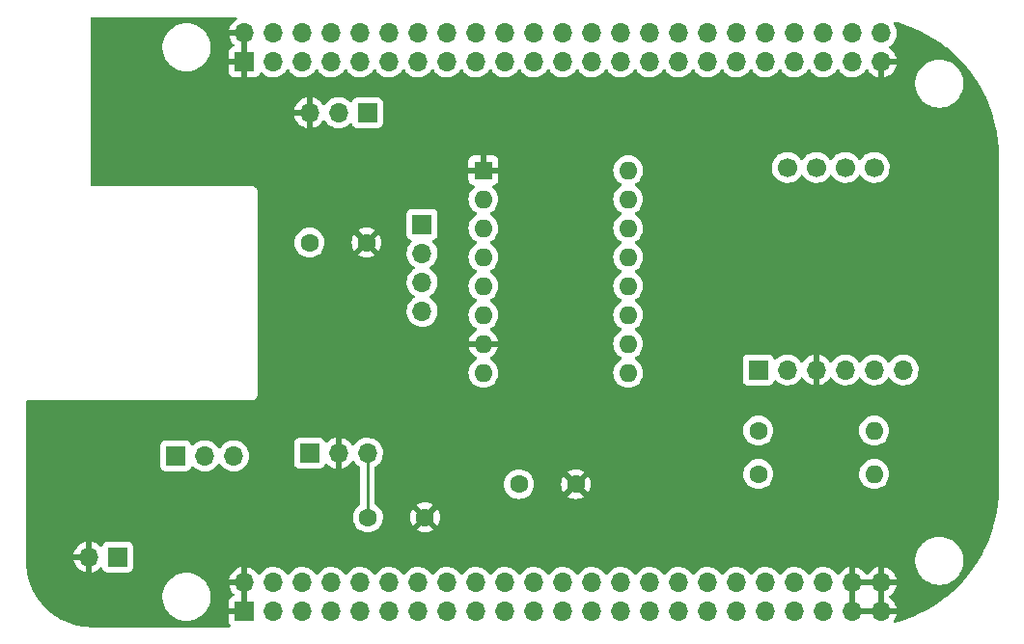
<source format=gbl>
%TF.GenerationSoftware,KiCad,Pcbnew,(6.0.9)*%
%TF.CreationDate,2023-01-03T09:52:10-05:00*%
%TF.ProjectId,cape,63617065-2e6b-4696-9361-645f70636258,1.4*%
%TF.SameCoordinates,Original*%
%TF.FileFunction,Copper,L2,Bot*%
%TF.FilePolarity,Positive*%
%FSLAX46Y46*%
G04 Gerber Fmt 4.6, Leading zero omitted, Abs format (unit mm)*
G04 Created by KiCad (PCBNEW (6.0.9)) date 2023-01-03 09:52:10*
%MOMM*%
%LPD*%
G01*
G04 APERTURE LIST*
%TA.AperFunction,ComponentPad*%
%ADD10R,1.700000X1.700000*%
%TD*%
%TA.AperFunction,ComponentPad*%
%ADD11O,1.700000X1.700000*%
%TD*%
%TA.AperFunction,ComponentPad*%
%ADD12C,1.700000*%
%TD*%
%TA.AperFunction,ComponentPad*%
%ADD13C,1.600000*%
%TD*%
%TA.AperFunction,ComponentPad*%
%ADD14O,1.600000X1.600000*%
%TD*%
%TA.AperFunction,ComponentPad*%
%ADD15R,1.600000X1.600000*%
%TD*%
%TA.AperFunction,Conductor*%
%ADD16C,0.250000*%
%TD*%
G04 APERTURE END LIST*
D10*
%TO.P,U1,1,Vin*%
%TO.N,+3.3V*%
X121902500Y-64515000D03*
D11*
%TO.P,U1,2,3vo*%
%TO.N,unconnected-(U1-Pad2)*%
X124442500Y-64515000D03*
%TO.P,U1,3,GND*%
%TO.N,GNDD*%
X126982500Y-64515000D03*
%TO.P,U1,4,SDA*%
%TO.N,/I2C2.SDA*%
X129522500Y-64515000D03*
%TO.P,U1,5,SCL*%
%TO.N,/I2C2.SCL*%
X132062500Y-64515000D03*
%TO.P,U1,6,RST*%
%TO.N,/GPIO[117]*%
X134602500Y-64515000D03*
D12*
%TO.P,U1,7,PS0*%
%TO.N,unconnected-(U1-Pad7)*%
X124442500Y-46735000D03*
%TO.P,U1,8,PS1*%
%TO.N,unconnected-(U1-Pad8)*%
X126982500Y-46735000D03*
%TO.P,U1,9,INT*%
%TO.N,/GPIO_112*%
X129522500Y-46735000D03*
%TO.P,U1,10,ADR*%
%TO.N,unconnected-(U1-Pad10)*%
X132062500Y-46735000D03*
%TD*%
D10*
%TO.P,P2,1,Pin_1*%
%TO.N,GNDD*%
X76817500Y-37457500D03*
D11*
%TO.P,P2,2,Pin_2*%
X76817500Y-34917500D03*
%TO.P,P2,3,Pin_3*%
%TO.N,/MMC1.DAT[6]*%
X79357500Y-37457500D03*
%TO.P,P2,4,Pin_4*%
%TO.N,/MMC1.DAT[7]*%
X79357500Y-34917500D03*
%TO.P,P2,5,Pin_5*%
%TO.N,/MMC1.DAT[2]*%
X81897500Y-37457500D03*
%TO.P,P2,6,Pin_6*%
%TO.N,/MMC1.DAT[3]*%
X81897500Y-34917500D03*
%TO.P,P2,7,Pin_7*%
%TO.N,/GPIO[66]*%
X84437500Y-37457500D03*
%TO.P,P2,8,Pin_8*%
%TO.N,/GPIO[67]*%
X84437500Y-34917500D03*
%TO.P,P2,9,Pin_9*%
%TO.N,/GPIO[69]*%
X86977500Y-37457500D03*
%TO.P,P2,10,Pin_10*%
%TO.N,/GPIO[68]*%
X86977500Y-34917500D03*
%TO.P,P2,11,Pin_11*%
%TO.N,/GPIO[45]*%
X89517500Y-37457500D03*
%TO.P,P2,12,Pin_12*%
%TO.N,/GPIO[44]*%
X89517500Y-34917500D03*
%TO.P,P2,13,Pin_13*%
%TO.N,/GPIO[23]*%
X92057500Y-37457500D03*
%TO.P,P2,14,Pin_14*%
%TO.N,/GPIO[26]*%
X92057500Y-34917500D03*
%TO.P,P2,15,Pin_15*%
%TO.N,/GPIO[47]*%
X94597500Y-37457500D03*
%TO.P,P2,16,Pin_16*%
%TO.N,/GPIO[46]*%
X94597500Y-34917500D03*
%TO.P,P2,17,Pin_17*%
%TO.N,/GPIO[27]*%
X97137500Y-37457500D03*
%TO.P,P2,18,Pin_18*%
%TO.N,/GPIO[65]*%
X97137500Y-34917500D03*
%TO.P,P2,19,Pin_19*%
%TO.N,/GPIO[22]*%
X99677500Y-37457500D03*
%TO.P,P2,20,Pin_20*%
%TO.N,/MMC1.CMD*%
X99677500Y-34917500D03*
%TO.P,P2,21,Pin_21*%
%TO.N,/MMC1.CLK*%
X102217500Y-37457500D03*
%TO.P,P2,22,Pin_22*%
%TO.N,/MMC1.DAT[5]*%
X102217500Y-34917500D03*
%TO.P,P2,23,Pin_23*%
%TO.N,/MMC1.DAT[4]*%
X104757500Y-37457500D03*
%TO.P,P2,24,Pin_24*%
%TO.N,/MMC1.DAT[1]*%
X104757500Y-34917500D03*
%TO.P,P2,25,Pin_25*%
%TO.N,/MMC1.DAT[0]*%
X107297500Y-37457500D03*
%TO.P,P2,26,Pin_26*%
%TO.N,/LCD.PCLK*%
X107297500Y-34917500D03*
%TO.P,P2,27,Pin_27*%
%TO.N,/LCD.VSYNC*%
X109837500Y-37457500D03*
%TO.P,P2,28,Pin_28*%
%TO.N,/GPIO[61]*%
X109837500Y-34917500D03*
%TO.P,P2,29,Pin_29*%
%TO.N,/LCD.HSYNC*%
X112377500Y-37457500D03*
%TO.P,P2,30,Pin_30*%
%TO.N,/LCD.AC_BIAS_E*%
X112377500Y-34917500D03*
%TO.P,P2,31,Pin_31*%
%TO.N,/LCD.DATA[14]*%
X114917500Y-37457500D03*
%TO.P,P2,32,Pin_32*%
%TO.N,/LCD.DATA[15]*%
X114917500Y-34917500D03*
%TO.P,P2,33,Pin_33*%
%TO.N,/LCD.DATA[13]*%
X117457500Y-37457500D03*
%TO.P,P2,34,Pin_34*%
%TO.N,/LCD.DATA[11]*%
X117457500Y-34917500D03*
%TO.P,P2,35,Pin_35*%
%TO.N,/LCD.DATA[8]*%
X119997500Y-37457500D03*
%TO.P,P2,36,Pin_36*%
%TO.N,/LCD.DATA[10]*%
X119997500Y-34917500D03*
%TO.P,P2,37,Pin_37*%
%TO.N,/LCD.DATA[6]*%
X122537500Y-37457500D03*
%TO.P,P2,38,Pin_38*%
%TO.N,/LCD.DATA[9]*%
X122537500Y-34917500D03*
%TO.P,P2,39,Pin_39*%
%TO.N,/LCD.DATA[4]*%
X125077500Y-37457500D03*
%TO.P,P2,40,Pin_40*%
%TO.N,/LCD.DATA[7]*%
X125077500Y-34917500D03*
%TO.P,P2,41,Pin_41*%
%TO.N,/LCD.DATA[2]*%
X127617500Y-37457500D03*
%TO.P,P2,42,Pin_42*%
%TO.N,/LCD.DATA[5]*%
X127617500Y-34917500D03*
%TO.P,P2,43,Pin_43*%
%TO.N,/LCD.DATA[0]*%
X130157500Y-37457500D03*
%TO.P,P2,44,Pin_44*%
%TO.N,/LCD.DATA[3]*%
X130157500Y-34917500D03*
%TO.P,P2,45,Pin_45*%
%TO.N,GNDD*%
X132697500Y-37457500D03*
%TO.P,P2,46,Pin_46*%
%TO.N,/LCD.DATA[1]*%
X132697500Y-34917500D03*
%TD*%
D10*
%TO.P,P1,1,Pin_1*%
%TO.N,GNDD*%
X76817500Y-85717500D03*
D11*
%TO.P,P1,2,Pin_2*%
X76817500Y-83177500D03*
%TO.P,P1,3,Pin_3*%
%TO.N,+3.3V*%
X79357500Y-85717500D03*
%TO.P,P1,4,Pin_4*%
X79357500Y-83177500D03*
%TO.P,P1,5,Pin_5*%
%TO.N,+5V*%
X81897500Y-85717500D03*
%TO.P,P1,6,Pin_6*%
X81897500Y-83177500D03*
%TO.P,P1,7,Pin_7*%
%TO.N,VBUS*%
X84437500Y-85717500D03*
%TO.P,P1,8,Pin_8*%
X84437500Y-83177500D03*
%TO.P,P1,9,Pin_9*%
%TO.N,/PWR_BUT*%
X86977500Y-85717500D03*
%TO.P,P1,10,Pin_10*%
%TO.N,/~{SYS_RESET}*%
X86977500Y-83177500D03*
%TO.P,P1,11,Pin_11*%
%TO.N,/GPIO[30]*%
X89517500Y-85717500D03*
%TO.P,P1,12,Pin_12*%
%TO.N,/GPIO[60]*%
X89517500Y-83177500D03*
%TO.P,P1,13,Pin_13*%
%TO.N,/GPIO[31]*%
X92057500Y-85717500D03*
%TO.P,P1,14,Pin_14*%
%TO.N,/GPIO[40]*%
X92057500Y-83177500D03*
%TO.P,P1,15,Pin_15*%
%TO.N,/GPIO[48]*%
X94597500Y-85717500D03*
%TO.P,P1,16,Pin_16*%
%TO.N,/GPIO[51]*%
X94597500Y-83177500D03*
%TO.P,P1,17,Pin_17*%
%TO.N,/GPIO[4]*%
X97137500Y-85717500D03*
%TO.P,P1,18,Pin_18*%
%TO.N,/GPIO[5]*%
X97137500Y-83177500D03*
%TO.P,P1,19,Pin_19*%
%TO.N,/I2C2.SCL*%
X99677500Y-85717500D03*
%TO.P,P1,20,Pin_20*%
%TO.N,/I2C2.SDA*%
X99677500Y-83177500D03*
%TO.P,P1,21,Pin_21*%
%TO.N,/GPIO[3]*%
X102217500Y-85717500D03*
%TO.P,P1,22,Pin_22*%
%TO.N,/GPIO[2]*%
X102217500Y-83177500D03*
%TO.P,P1,23,Pin_23*%
%TO.N,/GPIO[49]*%
X104757500Y-85717500D03*
%TO.P,P1,24,Pin_24*%
%TO.N,/GPIO[15]*%
X104757500Y-83177500D03*
%TO.P,P1,25,Pin_25*%
%TO.N,/GPIO[117]*%
X107297500Y-85717500D03*
%TO.P,P1,26,Pin_26*%
%TO.N,/GPIO[14]*%
X107297500Y-83177500D03*
%TO.P,P1,27,Pin_27*%
%TO.N,/GPIO_115*%
X109837500Y-85717500D03*
%TO.P,P1,28,Pin_28*%
%TO.N,/SPI1.CS0*%
X109837500Y-83177500D03*
%TO.P,P1,29,Pin_29*%
%TO.N,/SPI1.D0*%
X112377500Y-85717500D03*
%TO.P,P1,30,Pin_30*%
%TO.N,/GPIO_112*%
X112377500Y-83177500D03*
%TO.P,P1,31,Pin_31*%
%TO.N,/SPI1.SCLK*%
X114917500Y-85717500D03*
%TO.P,P1,32,Pin_32*%
%TO.N,+1V8*%
X114917500Y-83177500D03*
%TO.P,P1,33,Pin_33*%
%TO.N,/AIN4*%
X117457500Y-85717500D03*
%TO.P,P1,34,Pin_34*%
%TO.N,GNDA*%
X117457500Y-83177500D03*
%TO.P,P1,35,Pin_35*%
%TO.N,/AIN6*%
X119997500Y-85717500D03*
%TO.P,P1,36,Pin_36*%
%TO.N,/AIN5*%
X119997500Y-83177500D03*
%TO.P,P1,37,Pin_37*%
%TO.N,/AIN2*%
X122537500Y-85717500D03*
%TO.P,P1,38,Pin_38*%
%TO.N,/AIN3*%
X122537500Y-83177500D03*
%TO.P,P1,39,Pin_39*%
%TO.N,/AIN0*%
X125077500Y-85717500D03*
%TO.P,P1,40,Pin_40*%
%TO.N,/AIN1*%
X125077500Y-83177500D03*
%TO.P,P1,41,Pin_41*%
%TO.N,/GPIO[20]*%
X127617500Y-85717500D03*
%TO.P,P1,42,Pin_42*%
%TO.N,/GPIO[7]*%
X127617500Y-83177500D03*
%TO.P,P1,43,Pin_43*%
%TO.N,GNDD*%
X130157500Y-85717500D03*
%TO.P,P1,44,Pin_44*%
X130157500Y-83177500D03*
%TO.P,P1,45,Pin_45*%
X132697500Y-85717500D03*
%TO.P,P1,46,Pin_46*%
X132697500Y-83177500D03*
%TD*%
D13*
%TO.P,R1,1*%
%TO.N,+3.3V*%
X121902500Y-69842500D03*
D14*
%TO.P,R1,2*%
%TO.N,/I2C2.SDA*%
X132062500Y-69842500D03*
%TD*%
D15*
%TO.P,U4,1,GND*%
%TO.N,GNDD*%
X97782500Y-46982500D03*
D14*
%TO.P,U4,2,VDD*%
%TO.N,+3.3V*%
X97782500Y-49522500D03*
%TO.P,U4,3,1B*%
%TO.N,Net-(U3-Pad1)*%
X97782500Y-52062500D03*
%TO.P,U4,4,1A*%
%TO.N,Net-(U3-Pad2)*%
X97782500Y-54602500D03*
%TO.P,U4,5,2A*%
%TO.N,Net-(U3-Pad3)*%
X97782500Y-57142500D03*
%TO.P,U4,6,2B*%
%TO.N,Net-(U3-Pad4)*%
X97782500Y-59682500D03*
%TO.P,U4,7,GND*%
%TO.N,GNDD*%
X97782500Y-62222500D03*
%TO.P,U4,8,VMOT*%
%TO.N,/+7.4V*%
X97782500Y-64762500D03*
%TO.P,U4,9,~{ENABLE}*%
%TO.N,unconnected-(U4-Pad9)*%
X110482500Y-64762500D03*
%TO.P,U4,10,MS1*%
%TO.N,unconnected-(U4-Pad10)*%
X110482500Y-62222500D03*
%TO.P,U4,11,MS2*%
%TO.N,unconnected-(U4-Pad11)*%
X110482500Y-59682500D03*
%TO.P,U4,12,MS3*%
%TO.N,unconnected-(U4-Pad12)*%
X110482500Y-57142500D03*
%TO.P,U4,13,~{RESET}*%
%TO.N,/GPIO[47]*%
X110482500Y-54602500D03*
%TO.P,U4,14,~{SLEEP}*%
%TO.N,/GPIO[27]*%
X110482500Y-52062500D03*
%TO.P,U4,15,STEP*%
%TO.N,/GPIO[65]*%
X110482500Y-49522500D03*
%TO.P,U4,16,DIR*%
%TO.N,/GPIO[61]*%
X110482500Y-46982500D03*
%TD*%
D13*
%TO.P,C2,1*%
%TO.N,+5V*%
X87652500Y-77462500D03*
%TO.P,C2,2*%
%TO.N,GNDD*%
X92652500Y-77462500D03*
%TD*%
%TO.P,C3,1*%
%TO.N,+5V*%
X100903600Y-74549200D03*
%TO.P,C3,2*%
%TO.N,GNDD*%
X105903600Y-74549200D03*
%TD*%
D10*
%TO.P,JP1,1,A*%
%TO.N,unconnected-(JP1-Pad1)*%
X70790000Y-72060000D03*
D11*
%TO.P,JP1,2,C*%
%TO.N,Net-(BT1-Pad1)*%
X73330000Y-72060000D03*
%TO.P,JP1,3,B*%
%TO.N,/+7.4V*%
X75870000Y-72060000D03*
%TD*%
D13*
%TO.P,C1,1*%
%TO.N,/+7.4V*%
X82532500Y-53332500D03*
%TO.P,C1,2*%
%TO.N,GNDD*%
X87532500Y-53332500D03*
%TD*%
D10*
%TO.P,U2,1,Vin*%
%TO.N,/+7.4V*%
X82532500Y-71830000D03*
D11*
%TO.P,U2,2,GND*%
%TO.N,GNDD*%
X85072500Y-71830000D03*
%TO.P,U2,3,Vout*%
%TO.N,+5V*%
X87612500Y-71830000D03*
%TD*%
D10*
%TO.P,U3,1,1B*%
%TO.N,Net-(U3-Pad1)*%
X92405000Y-51740000D03*
D11*
%TO.P,U3,2,1A*%
%TO.N,Net-(U3-Pad2)*%
X92405000Y-54280000D03*
%TO.P,U3,3,2A*%
%TO.N,Net-(U3-Pad3)*%
X92405000Y-56820000D03*
%TO.P,U3,4,2B*%
%TO.N,Net-(U3-Pad4)*%
X92405000Y-59360000D03*
%TD*%
D13*
%TO.P,R2,1*%
%TO.N,+3.3V*%
X121902500Y-73652500D03*
D14*
%TO.P,R2,2*%
%TO.N,/I2C2.SCL*%
X132062500Y-73652500D03*
%TD*%
D10*
%TO.P,BT1,1,+*%
%TO.N,Net-(BT1-Pad1)*%
X65710000Y-80950000D03*
D11*
%TO.P,BT1,2,-*%
%TO.N,GNDD*%
X63170000Y-80950000D03*
%TD*%
D10*
%TO.P,M1,1,PWM*%
%TO.N,/GPIO[23]*%
X87597500Y-41927500D03*
D11*
%TO.P,M1,2,+*%
%TO.N,/+7.4V*%
X85057500Y-41927500D03*
%TO.P,M1,3,-*%
%TO.N,GNDD*%
X82517500Y-41927500D03*
%TD*%
D16*
%TO.N,+5V*%
X87612500Y-71830000D02*
X87612500Y-77462500D01*
%TD*%
%TA.AperFunction,Conductor*%
%TO.N,GNDD*%
G36*
X76112203Y-33541002D02*
G01*
X76158696Y-33594658D01*
X76168800Y-33664932D01*
X76139306Y-33729512D01*
X76102263Y-33758763D01*
X76095958Y-33762045D01*
X76087238Y-33767536D01*
X75916933Y-33895405D01*
X75909226Y-33902248D01*
X75762090Y-34056217D01*
X75755604Y-34064227D01*
X75635598Y-34240149D01*
X75630500Y-34249123D01*
X75540838Y-34442283D01*
X75537275Y-34451970D01*
X75481889Y-34651683D01*
X75483412Y-34660107D01*
X75495792Y-34663500D01*
X76945500Y-34663500D01*
X77013621Y-34683502D01*
X77060114Y-34737158D01*
X77071500Y-34789500D01*
X77071500Y-38797384D01*
X77075975Y-38812623D01*
X77077365Y-38813828D01*
X77085048Y-38815499D01*
X77712169Y-38815499D01*
X77718990Y-38815129D01*
X77769852Y-38809605D01*
X77785104Y-38805979D01*
X77905554Y-38760824D01*
X77921149Y-38752286D01*
X78023224Y-38675785D01*
X78035785Y-38663224D01*
X78112286Y-38561149D01*
X78120824Y-38545554D01*
X78161725Y-38436452D01*
X78204367Y-38379688D01*
X78270928Y-38354988D01*
X78340277Y-38370196D01*
X78374944Y-38398184D01*
X78400365Y-38427531D01*
X78400369Y-38427535D01*
X78403750Y-38431438D01*
X78575626Y-38574132D01*
X78768500Y-38686838D01*
X78977192Y-38766530D01*
X78982260Y-38767561D01*
X78982263Y-38767562D01*
X79077362Y-38786910D01*
X79196097Y-38811067D01*
X79201272Y-38811257D01*
X79201274Y-38811257D01*
X79414173Y-38819064D01*
X79414177Y-38819064D01*
X79419337Y-38819253D01*
X79424457Y-38818597D01*
X79424459Y-38818597D01*
X79635788Y-38791525D01*
X79635789Y-38791525D01*
X79640916Y-38790868D01*
X79645866Y-38789383D01*
X79849929Y-38728161D01*
X79849934Y-38728159D01*
X79854884Y-38726674D01*
X80055494Y-38628396D01*
X80237360Y-38498673D01*
X80395596Y-38340989D01*
X80428063Y-38295807D01*
X80525953Y-38159577D01*
X80527276Y-38160528D01*
X80574145Y-38117357D01*
X80644080Y-38105125D01*
X80709526Y-38132644D01*
X80737375Y-38164494D01*
X80797487Y-38262588D01*
X80943750Y-38431438D01*
X81115626Y-38574132D01*
X81308500Y-38686838D01*
X81517192Y-38766530D01*
X81522260Y-38767561D01*
X81522263Y-38767562D01*
X81617362Y-38786910D01*
X81736097Y-38811067D01*
X81741272Y-38811257D01*
X81741274Y-38811257D01*
X81954173Y-38819064D01*
X81954177Y-38819064D01*
X81959337Y-38819253D01*
X81964457Y-38818597D01*
X81964459Y-38818597D01*
X82175788Y-38791525D01*
X82175789Y-38791525D01*
X82180916Y-38790868D01*
X82185866Y-38789383D01*
X82389929Y-38728161D01*
X82389934Y-38728159D01*
X82394884Y-38726674D01*
X82595494Y-38628396D01*
X82777360Y-38498673D01*
X82935596Y-38340989D01*
X82968063Y-38295807D01*
X83065953Y-38159577D01*
X83067276Y-38160528D01*
X83114145Y-38117357D01*
X83184080Y-38105125D01*
X83249526Y-38132644D01*
X83277375Y-38164494D01*
X83337487Y-38262588D01*
X83483750Y-38431438D01*
X83655626Y-38574132D01*
X83848500Y-38686838D01*
X84057192Y-38766530D01*
X84062260Y-38767561D01*
X84062263Y-38767562D01*
X84157362Y-38786910D01*
X84276097Y-38811067D01*
X84281272Y-38811257D01*
X84281274Y-38811257D01*
X84494173Y-38819064D01*
X84494177Y-38819064D01*
X84499337Y-38819253D01*
X84504457Y-38818597D01*
X84504459Y-38818597D01*
X84715788Y-38791525D01*
X84715789Y-38791525D01*
X84720916Y-38790868D01*
X84725866Y-38789383D01*
X84929929Y-38728161D01*
X84929934Y-38728159D01*
X84934884Y-38726674D01*
X85135494Y-38628396D01*
X85317360Y-38498673D01*
X85475596Y-38340989D01*
X85508063Y-38295807D01*
X85605953Y-38159577D01*
X85607276Y-38160528D01*
X85654145Y-38117357D01*
X85724080Y-38105125D01*
X85789526Y-38132644D01*
X85817375Y-38164494D01*
X85877487Y-38262588D01*
X86023750Y-38431438D01*
X86195626Y-38574132D01*
X86388500Y-38686838D01*
X86597192Y-38766530D01*
X86602260Y-38767561D01*
X86602263Y-38767562D01*
X86697362Y-38786910D01*
X86816097Y-38811067D01*
X86821272Y-38811257D01*
X86821274Y-38811257D01*
X87034173Y-38819064D01*
X87034177Y-38819064D01*
X87039337Y-38819253D01*
X87044457Y-38818597D01*
X87044459Y-38818597D01*
X87255788Y-38791525D01*
X87255789Y-38791525D01*
X87260916Y-38790868D01*
X87265866Y-38789383D01*
X87469929Y-38728161D01*
X87469934Y-38728159D01*
X87474884Y-38726674D01*
X87675494Y-38628396D01*
X87857360Y-38498673D01*
X88015596Y-38340989D01*
X88048063Y-38295807D01*
X88145953Y-38159577D01*
X88147276Y-38160528D01*
X88194145Y-38117357D01*
X88264080Y-38105125D01*
X88329526Y-38132644D01*
X88357375Y-38164494D01*
X88417487Y-38262588D01*
X88563750Y-38431438D01*
X88735626Y-38574132D01*
X88928500Y-38686838D01*
X89137192Y-38766530D01*
X89142260Y-38767561D01*
X89142263Y-38767562D01*
X89237362Y-38786910D01*
X89356097Y-38811067D01*
X89361272Y-38811257D01*
X89361274Y-38811257D01*
X89574173Y-38819064D01*
X89574177Y-38819064D01*
X89579337Y-38819253D01*
X89584457Y-38818597D01*
X89584459Y-38818597D01*
X89795788Y-38791525D01*
X89795789Y-38791525D01*
X89800916Y-38790868D01*
X89805866Y-38789383D01*
X90009929Y-38728161D01*
X90009934Y-38728159D01*
X90014884Y-38726674D01*
X90215494Y-38628396D01*
X90397360Y-38498673D01*
X90555596Y-38340989D01*
X90588063Y-38295807D01*
X90685953Y-38159577D01*
X90687276Y-38160528D01*
X90734145Y-38117357D01*
X90804080Y-38105125D01*
X90869526Y-38132644D01*
X90897375Y-38164494D01*
X90957487Y-38262588D01*
X91103750Y-38431438D01*
X91275626Y-38574132D01*
X91468500Y-38686838D01*
X91677192Y-38766530D01*
X91682260Y-38767561D01*
X91682263Y-38767562D01*
X91777362Y-38786910D01*
X91896097Y-38811067D01*
X91901272Y-38811257D01*
X91901274Y-38811257D01*
X92114173Y-38819064D01*
X92114177Y-38819064D01*
X92119337Y-38819253D01*
X92124457Y-38818597D01*
X92124459Y-38818597D01*
X92335788Y-38791525D01*
X92335789Y-38791525D01*
X92340916Y-38790868D01*
X92345866Y-38789383D01*
X92549929Y-38728161D01*
X92549934Y-38728159D01*
X92554884Y-38726674D01*
X92755494Y-38628396D01*
X92937360Y-38498673D01*
X93095596Y-38340989D01*
X93128063Y-38295807D01*
X93225953Y-38159577D01*
X93227276Y-38160528D01*
X93274145Y-38117357D01*
X93344080Y-38105125D01*
X93409526Y-38132644D01*
X93437375Y-38164494D01*
X93497487Y-38262588D01*
X93643750Y-38431438D01*
X93815626Y-38574132D01*
X94008500Y-38686838D01*
X94217192Y-38766530D01*
X94222260Y-38767561D01*
X94222263Y-38767562D01*
X94317362Y-38786910D01*
X94436097Y-38811067D01*
X94441272Y-38811257D01*
X94441274Y-38811257D01*
X94654173Y-38819064D01*
X94654177Y-38819064D01*
X94659337Y-38819253D01*
X94664457Y-38818597D01*
X94664459Y-38818597D01*
X94875788Y-38791525D01*
X94875789Y-38791525D01*
X94880916Y-38790868D01*
X94885866Y-38789383D01*
X95089929Y-38728161D01*
X95089934Y-38728159D01*
X95094884Y-38726674D01*
X95295494Y-38628396D01*
X95477360Y-38498673D01*
X95635596Y-38340989D01*
X95668063Y-38295807D01*
X95765953Y-38159577D01*
X95767276Y-38160528D01*
X95814145Y-38117357D01*
X95884080Y-38105125D01*
X95949526Y-38132644D01*
X95977375Y-38164494D01*
X96037487Y-38262588D01*
X96183750Y-38431438D01*
X96355626Y-38574132D01*
X96548500Y-38686838D01*
X96757192Y-38766530D01*
X96762260Y-38767561D01*
X96762263Y-38767562D01*
X96857362Y-38786910D01*
X96976097Y-38811067D01*
X96981272Y-38811257D01*
X96981274Y-38811257D01*
X97194173Y-38819064D01*
X97194177Y-38819064D01*
X97199337Y-38819253D01*
X97204457Y-38818597D01*
X97204459Y-38818597D01*
X97415788Y-38791525D01*
X97415789Y-38791525D01*
X97420916Y-38790868D01*
X97425866Y-38789383D01*
X97629929Y-38728161D01*
X97629934Y-38728159D01*
X97634884Y-38726674D01*
X97835494Y-38628396D01*
X98017360Y-38498673D01*
X98175596Y-38340989D01*
X98208063Y-38295807D01*
X98305953Y-38159577D01*
X98307276Y-38160528D01*
X98354145Y-38117357D01*
X98424080Y-38105125D01*
X98489526Y-38132644D01*
X98517375Y-38164494D01*
X98577487Y-38262588D01*
X98723750Y-38431438D01*
X98895626Y-38574132D01*
X99088500Y-38686838D01*
X99297192Y-38766530D01*
X99302260Y-38767561D01*
X99302263Y-38767562D01*
X99397362Y-38786910D01*
X99516097Y-38811067D01*
X99521272Y-38811257D01*
X99521274Y-38811257D01*
X99734173Y-38819064D01*
X99734177Y-38819064D01*
X99739337Y-38819253D01*
X99744457Y-38818597D01*
X99744459Y-38818597D01*
X99955788Y-38791525D01*
X99955789Y-38791525D01*
X99960916Y-38790868D01*
X99965866Y-38789383D01*
X100169929Y-38728161D01*
X100169934Y-38728159D01*
X100174884Y-38726674D01*
X100375494Y-38628396D01*
X100557360Y-38498673D01*
X100715596Y-38340989D01*
X100748063Y-38295807D01*
X100845953Y-38159577D01*
X100847276Y-38160528D01*
X100894145Y-38117357D01*
X100964080Y-38105125D01*
X101029526Y-38132644D01*
X101057375Y-38164494D01*
X101117487Y-38262588D01*
X101263750Y-38431438D01*
X101435626Y-38574132D01*
X101628500Y-38686838D01*
X101837192Y-38766530D01*
X101842260Y-38767561D01*
X101842263Y-38767562D01*
X101937362Y-38786910D01*
X102056097Y-38811067D01*
X102061272Y-38811257D01*
X102061274Y-38811257D01*
X102274173Y-38819064D01*
X102274177Y-38819064D01*
X102279337Y-38819253D01*
X102284457Y-38818597D01*
X102284459Y-38818597D01*
X102495788Y-38791525D01*
X102495789Y-38791525D01*
X102500916Y-38790868D01*
X102505866Y-38789383D01*
X102709929Y-38728161D01*
X102709934Y-38728159D01*
X102714884Y-38726674D01*
X102915494Y-38628396D01*
X103097360Y-38498673D01*
X103255596Y-38340989D01*
X103288063Y-38295807D01*
X103385953Y-38159577D01*
X103387276Y-38160528D01*
X103434145Y-38117357D01*
X103504080Y-38105125D01*
X103569526Y-38132644D01*
X103597375Y-38164494D01*
X103657487Y-38262588D01*
X103803750Y-38431438D01*
X103975626Y-38574132D01*
X104168500Y-38686838D01*
X104377192Y-38766530D01*
X104382260Y-38767561D01*
X104382263Y-38767562D01*
X104477362Y-38786910D01*
X104596097Y-38811067D01*
X104601272Y-38811257D01*
X104601274Y-38811257D01*
X104814173Y-38819064D01*
X104814177Y-38819064D01*
X104819337Y-38819253D01*
X104824457Y-38818597D01*
X104824459Y-38818597D01*
X105035788Y-38791525D01*
X105035789Y-38791525D01*
X105040916Y-38790868D01*
X105045866Y-38789383D01*
X105249929Y-38728161D01*
X105249934Y-38728159D01*
X105254884Y-38726674D01*
X105455494Y-38628396D01*
X105637360Y-38498673D01*
X105795596Y-38340989D01*
X105828063Y-38295807D01*
X105925953Y-38159577D01*
X105927276Y-38160528D01*
X105974145Y-38117357D01*
X106044080Y-38105125D01*
X106109526Y-38132644D01*
X106137375Y-38164494D01*
X106197487Y-38262588D01*
X106343750Y-38431438D01*
X106515626Y-38574132D01*
X106708500Y-38686838D01*
X106917192Y-38766530D01*
X106922260Y-38767561D01*
X106922263Y-38767562D01*
X107017362Y-38786910D01*
X107136097Y-38811067D01*
X107141272Y-38811257D01*
X107141274Y-38811257D01*
X107354173Y-38819064D01*
X107354177Y-38819064D01*
X107359337Y-38819253D01*
X107364457Y-38818597D01*
X107364459Y-38818597D01*
X107575788Y-38791525D01*
X107575789Y-38791525D01*
X107580916Y-38790868D01*
X107585866Y-38789383D01*
X107789929Y-38728161D01*
X107789934Y-38728159D01*
X107794884Y-38726674D01*
X107995494Y-38628396D01*
X108177360Y-38498673D01*
X108335596Y-38340989D01*
X108368063Y-38295807D01*
X108465953Y-38159577D01*
X108467276Y-38160528D01*
X108514145Y-38117357D01*
X108584080Y-38105125D01*
X108649526Y-38132644D01*
X108677375Y-38164494D01*
X108737487Y-38262588D01*
X108883750Y-38431438D01*
X109055626Y-38574132D01*
X109248500Y-38686838D01*
X109457192Y-38766530D01*
X109462260Y-38767561D01*
X109462263Y-38767562D01*
X109557362Y-38786910D01*
X109676097Y-38811067D01*
X109681272Y-38811257D01*
X109681274Y-38811257D01*
X109894173Y-38819064D01*
X109894177Y-38819064D01*
X109899337Y-38819253D01*
X109904457Y-38818597D01*
X109904459Y-38818597D01*
X110115788Y-38791525D01*
X110115789Y-38791525D01*
X110120916Y-38790868D01*
X110125866Y-38789383D01*
X110329929Y-38728161D01*
X110329934Y-38728159D01*
X110334884Y-38726674D01*
X110535494Y-38628396D01*
X110717360Y-38498673D01*
X110875596Y-38340989D01*
X110908063Y-38295807D01*
X111005953Y-38159577D01*
X111007276Y-38160528D01*
X111054145Y-38117357D01*
X111124080Y-38105125D01*
X111189526Y-38132644D01*
X111217375Y-38164494D01*
X111277487Y-38262588D01*
X111423750Y-38431438D01*
X111595626Y-38574132D01*
X111788500Y-38686838D01*
X111997192Y-38766530D01*
X112002260Y-38767561D01*
X112002263Y-38767562D01*
X112097362Y-38786910D01*
X112216097Y-38811067D01*
X112221272Y-38811257D01*
X112221274Y-38811257D01*
X112434173Y-38819064D01*
X112434177Y-38819064D01*
X112439337Y-38819253D01*
X112444457Y-38818597D01*
X112444459Y-38818597D01*
X112655788Y-38791525D01*
X112655789Y-38791525D01*
X112660916Y-38790868D01*
X112665866Y-38789383D01*
X112869929Y-38728161D01*
X112869934Y-38728159D01*
X112874884Y-38726674D01*
X113075494Y-38628396D01*
X113257360Y-38498673D01*
X113415596Y-38340989D01*
X113448063Y-38295807D01*
X113545953Y-38159577D01*
X113547276Y-38160528D01*
X113594145Y-38117357D01*
X113664080Y-38105125D01*
X113729526Y-38132644D01*
X113757375Y-38164494D01*
X113817487Y-38262588D01*
X113963750Y-38431438D01*
X114135626Y-38574132D01*
X114328500Y-38686838D01*
X114537192Y-38766530D01*
X114542260Y-38767561D01*
X114542263Y-38767562D01*
X114637362Y-38786910D01*
X114756097Y-38811067D01*
X114761272Y-38811257D01*
X114761274Y-38811257D01*
X114974173Y-38819064D01*
X114974177Y-38819064D01*
X114979337Y-38819253D01*
X114984457Y-38818597D01*
X114984459Y-38818597D01*
X115195788Y-38791525D01*
X115195789Y-38791525D01*
X115200916Y-38790868D01*
X115205866Y-38789383D01*
X115409929Y-38728161D01*
X115409934Y-38728159D01*
X115414884Y-38726674D01*
X115615494Y-38628396D01*
X115797360Y-38498673D01*
X115955596Y-38340989D01*
X115988063Y-38295807D01*
X116085953Y-38159577D01*
X116087276Y-38160528D01*
X116134145Y-38117357D01*
X116204080Y-38105125D01*
X116269526Y-38132644D01*
X116297375Y-38164494D01*
X116357487Y-38262588D01*
X116503750Y-38431438D01*
X116675626Y-38574132D01*
X116868500Y-38686838D01*
X117077192Y-38766530D01*
X117082260Y-38767561D01*
X117082263Y-38767562D01*
X117177362Y-38786910D01*
X117296097Y-38811067D01*
X117301272Y-38811257D01*
X117301274Y-38811257D01*
X117514173Y-38819064D01*
X117514177Y-38819064D01*
X117519337Y-38819253D01*
X117524457Y-38818597D01*
X117524459Y-38818597D01*
X117735788Y-38791525D01*
X117735789Y-38791525D01*
X117740916Y-38790868D01*
X117745866Y-38789383D01*
X117949929Y-38728161D01*
X117949934Y-38728159D01*
X117954884Y-38726674D01*
X118155494Y-38628396D01*
X118337360Y-38498673D01*
X118495596Y-38340989D01*
X118528063Y-38295807D01*
X118625953Y-38159577D01*
X118627276Y-38160528D01*
X118674145Y-38117357D01*
X118744080Y-38105125D01*
X118809526Y-38132644D01*
X118837375Y-38164494D01*
X118897487Y-38262588D01*
X119043750Y-38431438D01*
X119215626Y-38574132D01*
X119408500Y-38686838D01*
X119617192Y-38766530D01*
X119622260Y-38767561D01*
X119622263Y-38767562D01*
X119717362Y-38786910D01*
X119836097Y-38811067D01*
X119841272Y-38811257D01*
X119841274Y-38811257D01*
X120054173Y-38819064D01*
X120054177Y-38819064D01*
X120059337Y-38819253D01*
X120064457Y-38818597D01*
X120064459Y-38818597D01*
X120275788Y-38791525D01*
X120275789Y-38791525D01*
X120280916Y-38790868D01*
X120285866Y-38789383D01*
X120489929Y-38728161D01*
X120489934Y-38728159D01*
X120494884Y-38726674D01*
X120695494Y-38628396D01*
X120877360Y-38498673D01*
X121035596Y-38340989D01*
X121068063Y-38295807D01*
X121165953Y-38159577D01*
X121167276Y-38160528D01*
X121214145Y-38117357D01*
X121284080Y-38105125D01*
X121349526Y-38132644D01*
X121377375Y-38164494D01*
X121437487Y-38262588D01*
X121583750Y-38431438D01*
X121755626Y-38574132D01*
X121948500Y-38686838D01*
X122157192Y-38766530D01*
X122162260Y-38767561D01*
X122162263Y-38767562D01*
X122257362Y-38786910D01*
X122376097Y-38811067D01*
X122381272Y-38811257D01*
X122381274Y-38811257D01*
X122594173Y-38819064D01*
X122594177Y-38819064D01*
X122599337Y-38819253D01*
X122604457Y-38818597D01*
X122604459Y-38818597D01*
X122815788Y-38791525D01*
X122815789Y-38791525D01*
X122820916Y-38790868D01*
X122825866Y-38789383D01*
X123029929Y-38728161D01*
X123029934Y-38728159D01*
X123034884Y-38726674D01*
X123235494Y-38628396D01*
X123417360Y-38498673D01*
X123575596Y-38340989D01*
X123608063Y-38295807D01*
X123705953Y-38159577D01*
X123707276Y-38160528D01*
X123754145Y-38117357D01*
X123824080Y-38105125D01*
X123889526Y-38132644D01*
X123917375Y-38164494D01*
X123977487Y-38262588D01*
X124123750Y-38431438D01*
X124295626Y-38574132D01*
X124488500Y-38686838D01*
X124697192Y-38766530D01*
X124702260Y-38767561D01*
X124702263Y-38767562D01*
X124797362Y-38786910D01*
X124916097Y-38811067D01*
X124921272Y-38811257D01*
X124921274Y-38811257D01*
X125134173Y-38819064D01*
X125134177Y-38819064D01*
X125139337Y-38819253D01*
X125144457Y-38818597D01*
X125144459Y-38818597D01*
X125355788Y-38791525D01*
X125355789Y-38791525D01*
X125360916Y-38790868D01*
X125365866Y-38789383D01*
X125569929Y-38728161D01*
X125569934Y-38728159D01*
X125574884Y-38726674D01*
X125775494Y-38628396D01*
X125957360Y-38498673D01*
X126115596Y-38340989D01*
X126148063Y-38295807D01*
X126245953Y-38159577D01*
X126247276Y-38160528D01*
X126294145Y-38117357D01*
X126364080Y-38105125D01*
X126429526Y-38132644D01*
X126457375Y-38164494D01*
X126517487Y-38262588D01*
X126663750Y-38431438D01*
X126835626Y-38574132D01*
X127028500Y-38686838D01*
X127237192Y-38766530D01*
X127242260Y-38767561D01*
X127242263Y-38767562D01*
X127337362Y-38786910D01*
X127456097Y-38811067D01*
X127461272Y-38811257D01*
X127461274Y-38811257D01*
X127674173Y-38819064D01*
X127674177Y-38819064D01*
X127679337Y-38819253D01*
X127684457Y-38818597D01*
X127684459Y-38818597D01*
X127895788Y-38791525D01*
X127895789Y-38791525D01*
X127900916Y-38790868D01*
X127905866Y-38789383D01*
X128109929Y-38728161D01*
X128109934Y-38728159D01*
X128114884Y-38726674D01*
X128315494Y-38628396D01*
X128497360Y-38498673D01*
X128655596Y-38340989D01*
X128688063Y-38295807D01*
X128785953Y-38159577D01*
X128787276Y-38160528D01*
X128834145Y-38117357D01*
X128904080Y-38105125D01*
X128969526Y-38132644D01*
X128997375Y-38164494D01*
X129057487Y-38262588D01*
X129203750Y-38431438D01*
X129375626Y-38574132D01*
X129568500Y-38686838D01*
X129777192Y-38766530D01*
X129782260Y-38767561D01*
X129782263Y-38767562D01*
X129877362Y-38786910D01*
X129996097Y-38811067D01*
X130001272Y-38811257D01*
X130001274Y-38811257D01*
X130214173Y-38819064D01*
X130214177Y-38819064D01*
X130219337Y-38819253D01*
X130224457Y-38818597D01*
X130224459Y-38818597D01*
X130435788Y-38791525D01*
X130435789Y-38791525D01*
X130440916Y-38790868D01*
X130445866Y-38789383D01*
X130649929Y-38728161D01*
X130649934Y-38728159D01*
X130654884Y-38726674D01*
X130855494Y-38628396D01*
X131037360Y-38498673D01*
X131195596Y-38340989D01*
X131228063Y-38295807D01*
X131325953Y-38159577D01*
X131327140Y-38160430D01*
X131374460Y-38116862D01*
X131444397Y-38104645D01*
X131509838Y-38132178D01*
X131537666Y-38164011D01*
X131595194Y-38257888D01*
X131601277Y-38266199D01*
X131740713Y-38427167D01*
X131748080Y-38434383D01*
X131911934Y-38570416D01*
X131920381Y-38576331D01*
X132104256Y-38683779D01*
X132113542Y-38688229D01*
X132312501Y-38764203D01*
X132322399Y-38767079D01*
X132425750Y-38788106D01*
X132439799Y-38786910D01*
X132443500Y-38776565D01*
X132443500Y-38776017D01*
X132951500Y-38776017D01*
X132955564Y-38789859D01*
X132968978Y-38791893D01*
X132975684Y-38791034D01*
X132985762Y-38788892D01*
X133189755Y-38727691D01*
X133199342Y-38723933D01*
X133390595Y-38630239D01*
X133399445Y-38624964D01*
X133572828Y-38501292D01*
X133580700Y-38494639D01*
X133731552Y-38344312D01*
X133738230Y-38336465D01*
X133862503Y-38163520D01*
X133867813Y-38154683D01*
X133962170Y-37963767D01*
X133965969Y-37954172D01*
X134027877Y-37750410D01*
X134030055Y-37740337D01*
X134031486Y-37729462D01*
X134029275Y-37715278D01*
X134016117Y-37711500D01*
X132969615Y-37711500D01*
X132954376Y-37715975D01*
X132953171Y-37717365D01*
X132951500Y-37725048D01*
X132951500Y-38776017D01*
X132443500Y-38776017D01*
X132443500Y-37329500D01*
X132463502Y-37261379D01*
X132517158Y-37214886D01*
X132569500Y-37203500D01*
X134015844Y-37203500D01*
X134029375Y-37199527D01*
X134030680Y-37190447D01*
X133988714Y-37023375D01*
X133985394Y-37013624D01*
X133900472Y-36818314D01*
X133895605Y-36809239D01*
X133779926Y-36630426D01*
X133773636Y-36622257D01*
X133630306Y-36464740D01*
X133622773Y-36457715D01*
X133455639Y-36325722D01*
X133447056Y-36320020D01*
X133410102Y-36299620D01*
X133360131Y-36249187D01*
X133345359Y-36179745D01*
X133370475Y-36113339D01*
X133397827Y-36086732D01*
X133421297Y-36069991D01*
X133577360Y-35958673D01*
X133630798Y-35905422D01*
X133731935Y-35804637D01*
X133735596Y-35800989D01*
X133865953Y-35619577D01*
X133879495Y-35592178D01*
X133962636Y-35423953D01*
X133962637Y-35423951D01*
X133964930Y-35419311D01*
X134024168Y-35224337D01*
X134028365Y-35210523D01*
X134028365Y-35210521D01*
X134029870Y-35205569D01*
X134059029Y-34984090D01*
X134059178Y-34977992D01*
X134060574Y-34920865D01*
X134060574Y-34920861D01*
X134060656Y-34917500D01*
X134042352Y-34694861D01*
X133987931Y-34478202D01*
X133898854Y-34273340D01*
X133862482Y-34217118D01*
X133806202Y-34130121D01*
X133785995Y-34062061D01*
X133805791Y-33993880D01*
X133859307Y-33947226D01*
X133929550Y-33936910D01*
X133943460Y-33939674D01*
X134164117Y-33996593D01*
X134170893Y-33998545D01*
X134815740Y-34204076D01*
X134822410Y-34206411D01*
X135454688Y-34447765D01*
X135461182Y-34450453D01*
X136078979Y-34726900D01*
X136085332Y-34729959D01*
X136686641Y-35040603D01*
X136692784Y-35043999D01*
X137275734Y-35387872D01*
X137281701Y-35391621D01*
X137844434Y-35767628D01*
X137850198Y-35771718D01*
X138194495Y-36030827D01*
X138358398Y-36154176D01*
X138390942Y-36178668D01*
X138396464Y-36183071D01*
X138400731Y-36186674D01*
X138913567Y-36619727D01*
X138918837Y-36624437D01*
X139410623Y-37089380D01*
X139415620Y-37094377D01*
X139880563Y-37586163D01*
X139885273Y-37591433D01*
X140001829Y-37729462D01*
X140216503Y-37983686D01*
X140321926Y-38108532D01*
X140326328Y-38114054D01*
X140361230Y-38160430D01*
X140733282Y-38654802D01*
X140737372Y-38660566D01*
X141113379Y-39223299D01*
X141117128Y-39229266D01*
X141461001Y-39812216D01*
X141464397Y-39818359D01*
X141734732Y-40341642D01*
X141775037Y-40419660D01*
X141778100Y-40426021D01*
X142054547Y-41043818D01*
X142057235Y-41050312D01*
X142217765Y-41470854D01*
X142298589Y-41682589D01*
X142300924Y-41689259D01*
X142462267Y-42195466D01*
X142506453Y-42334099D01*
X142508407Y-42340883D01*
X142571858Y-42586862D01*
X142677450Y-42996210D01*
X142679023Y-43003101D01*
X142811057Y-43666879D01*
X142812241Y-43673847D01*
X142906848Y-44343988D01*
X142907639Y-44351010D01*
X142964524Y-45025400D01*
X142964920Y-45032457D01*
X142977874Y-45494137D01*
X142982735Y-45667406D01*
X142981286Y-45690318D01*
X142978809Y-45706224D01*
X142979973Y-45715126D01*
X142979973Y-45715128D01*
X142982936Y-45737783D01*
X142984000Y-45754121D01*
X142984000Y-74873133D01*
X142982500Y-74892518D01*
X142980190Y-74907351D01*
X142980190Y-74907355D01*
X142978809Y-74916224D01*
X142979973Y-74925126D01*
X142979973Y-74925130D01*
X142981934Y-74940123D01*
X142982948Y-74959994D01*
X142964920Y-75602543D01*
X142964524Y-75609600D01*
X142907639Y-76283990D01*
X142906848Y-76291012D01*
X142812241Y-76961153D01*
X142811057Y-76968121D01*
X142679023Y-77631899D01*
X142677450Y-77638790D01*
X142508409Y-78294110D01*
X142506455Y-78300893D01*
X142379970Y-78697736D01*
X142300924Y-78945740D01*
X142298589Y-78952410D01*
X142057235Y-79584688D01*
X142054547Y-79591182D01*
X141828330Y-80096727D01*
X141778104Y-80208972D01*
X141775041Y-80215332D01*
X141528475Y-80692607D01*
X141464404Y-80816628D01*
X141461001Y-80822784D01*
X141117128Y-81405734D01*
X141113379Y-81411701D01*
X140737372Y-81974434D01*
X140733282Y-81980198D01*
X140454658Y-82350426D01*
X140335227Y-82509123D01*
X140326332Y-82520942D01*
X140321929Y-82526464D01*
X140184759Y-82688906D01*
X139885273Y-83043567D01*
X139880563Y-83048837D01*
X139415620Y-83540623D01*
X139410623Y-83545620D01*
X138918837Y-84010563D01*
X138913567Y-84015273D01*
X138587734Y-84290416D01*
X138402688Y-84446674D01*
X138396468Y-84451926D01*
X138390946Y-84456328D01*
X138300802Y-84524169D01*
X137850198Y-84863282D01*
X137844434Y-84867372D01*
X137281701Y-85243379D01*
X137275734Y-85247128D01*
X136692784Y-85591001D01*
X136686641Y-85594397D01*
X136085332Y-85905041D01*
X136078979Y-85908100D01*
X135461182Y-86184547D01*
X135454688Y-86187235D01*
X134835709Y-86423513D01*
X134822411Y-86428589D01*
X134815741Y-86430924D01*
X134170893Y-86636455D01*
X134164117Y-86638407D01*
X134106556Y-86653255D01*
X133941040Y-86695950D01*
X133870082Y-86693597D01*
X133811661Y-86653255D01*
X133784325Y-86587732D01*
X133796752Y-86517831D01*
X133807246Y-86500417D01*
X133862507Y-86423513D01*
X133867813Y-86414683D01*
X133962170Y-86223767D01*
X133965969Y-86214172D01*
X134027877Y-86010410D01*
X134030055Y-86000337D01*
X134031486Y-85989462D01*
X134029275Y-85975278D01*
X134016117Y-85971500D01*
X130029500Y-85971500D01*
X129961379Y-85951498D01*
X129914886Y-85897842D01*
X129903500Y-85845500D01*
X129903500Y-85445385D01*
X130411500Y-85445385D01*
X130415975Y-85460624D01*
X130417365Y-85461829D01*
X130425048Y-85463500D01*
X132425385Y-85463500D01*
X132440624Y-85459025D01*
X132441829Y-85457635D01*
X132443500Y-85449952D01*
X132443500Y-85445385D01*
X132951500Y-85445385D01*
X132955975Y-85460624D01*
X132957365Y-85461829D01*
X132965048Y-85463500D01*
X134015844Y-85463500D01*
X134029375Y-85459527D01*
X134030680Y-85450447D01*
X133988714Y-85283375D01*
X133985394Y-85273624D01*
X133900472Y-85078314D01*
X133895605Y-85069239D01*
X133779926Y-84890426D01*
X133773636Y-84882257D01*
X133630306Y-84724740D01*
X133622773Y-84717715D01*
X133455639Y-84585722D01*
X133447052Y-84580017D01*
X133409616Y-84559351D01*
X133359646Y-84508919D01*
X133344874Y-84439476D01*
X133369990Y-84373071D01*
X133397342Y-84346464D01*
X133572827Y-84221292D01*
X133580700Y-84214639D01*
X133731552Y-84064312D01*
X133738230Y-84056465D01*
X133862503Y-83883520D01*
X133867813Y-83874683D01*
X133962170Y-83683767D01*
X133965969Y-83674172D01*
X134027877Y-83470410D01*
X134030055Y-83460337D01*
X134031486Y-83449462D01*
X134029275Y-83435278D01*
X134016117Y-83431500D01*
X132969615Y-83431500D01*
X132954376Y-83435975D01*
X132953171Y-83437365D01*
X132951500Y-83445048D01*
X132951500Y-85445385D01*
X132443500Y-85445385D01*
X132443500Y-83449615D01*
X132439025Y-83434376D01*
X132437635Y-83433171D01*
X132429952Y-83431500D01*
X130429615Y-83431500D01*
X130414376Y-83435975D01*
X130413171Y-83437365D01*
X130411500Y-83445048D01*
X130411500Y-85445385D01*
X129903500Y-85445385D01*
X129903500Y-82905385D01*
X130411500Y-82905385D01*
X130415975Y-82920624D01*
X130417365Y-82921829D01*
X130425048Y-82923500D01*
X132425385Y-82923500D01*
X132440624Y-82919025D01*
X132441829Y-82917635D01*
X132443500Y-82909952D01*
X132443500Y-82905385D01*
X132951500Y-82905385D01*
X132955975Y-82920624D01*
X132957365Y-82921829D01*
X132965048Y-82923500D01*
X134015844Y-82923500D01*
X134029375Y-82919527D01*
X134030680Y-82910447D01*
X133988714Y-82743375D01*
X133985394Y-82733624D01*
X133900472Y-82538314D01*
X133895605Y-82529239D01*
X133779926Y-82350426D01*
X133773636Y-82342257D01*
X133630306Y-82184740D01*
X133622773Y-82177715D01*
X133455639Y-82045722D01*
X133447052Y-82040017D01*
X133260617Y-81937099D01*
X133251205Y-81932869D01*
X133050459Y-81861780D01*
X133040488Y-81859146D01*
X132969337Y-81846472D01*
X132956040Y-81847932D01*
X132951500Y-81862489D01*
X132951500Y-82905385D01*
X132443500Y-82905385D01*
X132443500Y-81860602D01*
X132439582Y-81847258D01*
X132425306Y-81845271D01*
X132386824Y-81851160D01*
X132376788Y-81853551D01*
X132174368Y-81919712D01*
X132164859Y-81923709D01*
X131975963Y-82022042D01*
X131967238Y-82027536D01*
X131796933Y-82155405D01*
X131789226Y-82162248D01*
X131642090Y-82316217D01*
X131635604Y-82324227D01*
X131530693Y-82478021D01*
X131475782Y-82523024D01*
X131405257Y-82531195D01*
X131341510Y-82499941D01*
X131320813Y-82475457D01*
X131239927Y-82350426D01*
X131233636Y-82342257D01*
X131090306Y-82184740D01*
X131082773Y-82177715D01*
X130915639Y-82045722D01*
X130907052Y-82040017D01*
X130720617Y-81937099D01*
X130711205Y-81932869D01*
X130510459Y-81861780D01*
X130500488Y-81859146D01*
X130429337Y-81846472D01*
X130416040Y-81847932D01*
X130411500Y-81862489D01*
X130411500Y-82905385D01*
X129903500Y-82905385D01*
X129903500Y-81860602D01*
X129899582Y-81847258D01*
X129885306Y-81845271D01*
X129846824Y-81851160D01*
X129836788Y-81853551D01*
X129634368Y-81919712D01*
X129624859Y-81923709D01*
X129435963Y-82022042D01*
X129427238Y-82027536D01*
X129256933Y-82155405D01*
X129249226Y-82162248D01*
X129102090Y-82316217D01*
X129095609Y-82324222D01*
X128990998Y-82477574D01*
X128936087Y-82522576D01*
X128865562Y-82530747D01*
X128801815Y-82499493D01*
X128781118Y-82475009D01*
X128700322Y-82350117D01*
X128700320Y-82350114D01*
X128697514Y-82345777D01*
X128547170Y-82180551D01*
X128543119Y-82177352D01*
X128543115Y-82177348D01*
X128375914Y-82045300D01*
X128375910Y-82045298D01*
X128371859Y-82042098D01*
X128364974Y-82038297D01*
X128267103Y-81984270D01*
X128176289Y-81934138D01*
X128171420Y-81932414D01*
X128171416Y-81932412D01*
X127970587Y-81861295D01*
X127970583Y-81861294D01*
X127965712Y-81859569D01*
X127960619Y-81858662D01*
X127960616Y-81858661D01*
X127750873Y-81821300D01*
X127750867Y-81821299D01*
X127745784Y-81820394D01*
X127671952Y-81819492D01*
X127527581Y-81817728D01*
X127527579Y-81817728D01*
X127522411Y-81817665D01*
X127301591Y-81851455D01*
X127089256Y-81920857D01*
X126891107Y-82024007D01*
X126886974Y-82027110D01*
X126886971Y-82027112D01*
X126764813Y-82118831D01*
X126712465Y-82158135D01*
X126558129Y-82319638D01*
X126450701Y-82477121D01*
X126395793Y-82522121D01*
X126325268Y-82530292D01*
X126261521Y-82499038D01*
X126240824Y-82474554D01*
X126160322Y-82350117D01*
X126160320Y-82350114D01*
X126157514Y-82345777D01*
X126007170Y-82180551D01*
X126003119Y-82177352D01*
X126003115Y-82177348D01*
X125835914Y-82045300D01*
X125835910Y-82045298D01*
X125831859Y-82042098D01*
X125824974Y-82038297D01*
X125727103Y-81984270D01*
X125636289Y-81934138D01*
X125631420Y-81932414D01*
X125631416Y-81932412D01*
X125430587Y-81861295D01*
X125430583Y-81861294D01*
X125425712Y-81859569D01*
X125420619Y-81858662D01*
X125420616Y-81858661D01*
X125210873Y-81821300D01*
X125210867Y-81821299D01*
X125205784Y-81820394D01*
X125131952Y-81819492D01*
X124987581Y-81817728D01*
X124987579Y-81817728D01*
X124982411Y-81817665D01*
X124761591Y-81851455D01*
X124549256Y-81920857D01*
X124351107Y-82024007D01*
X124346974Y-82027110D01*
X124346971Y-82027112D01*
X124224813Y-82118831D01*
X124172465Y-82158135D01*
X124018129Y-82319638D01*
X123910701Y-82477121D01*
X123855793Y-82522121D01*
X123785268Y-82530292D01*
X123721521Y-82499038D01*
X123700824Y-82474554D01*
X123620322Y-82350117D01*
X123620320Y-82350114D01*
X123617514Y-82345777D01*
X123467170Y-82180551D01*
X123463119Y-82177352D01*
X123463115Y-82177348D01*
X123295914Y-82045300D01*
X123295910Y-82045298D01*
X123291859Y-82042098D01*
X123284974Y-82038297D01*
X123187103Y-81984270D01*
X123096289Y-81934138D01*
X123091420Y-81932414D01*
X123091416Y-81932412D01*
X122890587Y-81861295D01*
X122890583Y-81861294D01*
X122885712Y-81859569D01*
X122880619Y-81858662D01*
X122880616Y-81858661D01*
X122670873Y-81821300D01*
X122670867Y-81821299D01*
X122665784Y-81820394D01*
X122591952Y-81819492D01*
X122447581Y-81817728D01*
X122447579Y-81817728D01*
X122442411Y-81817665D01*
X122221591Y-81851455D01*
X122009256Y-81920857D01*
X121811107Y-82024007D01*
X121806974Y-82027110D01*
X121806971Y-82027112D01*
X121684813Y-82118831D01*
X121632465Y-82158135D01*
X121478129Y-82319638D01*
X121370701Y-82477121D01*
X121315793Y-82522121D01*
X121245268Y-82530292D01*
X121181521Y-82499038D01*
X121160824Y-82474554D01*
X121080322Y-82350117D01*
X121080320Y-82350114D01*
X121077514Y-82345777D01*
X120927170Y-82180551D01*
X120923119Y-82177352D01*
X120923115Y-82177348D01*
X120755914Y-82045300D01*
X120755910Y-82045298D01*
X120751859Y-82042098D01*
X120744974Y-82038297D01*
X120647103Y-81984270D01*
X120556289Y-81934138D01*
X120551420Y-81932414D01*
X120551416Y-81932412D01*
X120350587Y-81861295D01*
X120350583Y-81861294D01*
X120345712Y-81859569D01*
X120340619Y-81858662D01*
X120340616Y-81858661D01*
X120130873Y-81821300D01*
X120130867Y-81821299D01*
X120125784Y-81820394D01*
X120051952Y-81819492D01*
X119907581Y-81817728D01*
X119907579Y-81817728D01*
X119902411Y-81817665D01*
X119681591Y-81851455D01*
X119469256Y-81920857D01*
X119271107Y-82024007D01*
X119266974Y-82027110D01*
X119266971Y-82027112D01*
X119144813Y-82118831D01*
X119092465Y-82158135D01*
X118938129Y-82319638D01*
X118830701Y-82477121D01*
X118775793Y-82522121D01*
X118705268Y-82530292D01*
X118641521Y-82499038D01*
X118620824Y-82474554D01*
X118540322Y-82350117D01*
X118540320Y-82350114D01*
X118537514Y-82345777D01*
X118387170Y-82180551D01*
X118383119Y-82177352D01*
X118383115Y-82177348D01*
X118215914Y-82045300D01*
X118215910Y-82045298D01*
X118211859Y-82042098D01*
X118204974Y-82038297D01*
X118107103Y-81984270D01*
X118016289Y-81934138D01*
X118011420Y-81932414D01*
X118011416Y-81932412D01*
X117810587Y-81861295D01*
X117810583Y-81861294D01*
X117805712Y-81859569D01*
X117800619Y-81858662D01*
X117800616Y-81858661D01*
X117590873Y-81821300D01*
X117590867Y-81821299D01*
X117585784Y-81820394D01*
X117511952Y-81819492D01*
X117367581Y-81817728D01*
X117367579Y-81817728D01*
X117362411Y-81817665D01*
X117141591Y-81851455D01*
X116929256Y-81920857D01*
X116731107Y-82024007D01*
X116726974Y-82027110D01*
X116726971Y-82027112D01*
X116604813Y-82118831D01*
X116552465Y-82158135D01*
X116398129Y-82319638D01*
X116290701Y-82477121D01*
X116235793Y-82522121D01*
X116165268Y-82530292D01*
X116101521Y-82499038D01*
X116080824Y-82474554D01*
X116000322Y-82350117D01*
X116000320Y-82350114D01*
X115997514Y-82345777D01*
X115847170Y-82180551D01*
X115843119Y-82177352D01*
X115843115Y-82177348D01*
X115675914Y-82045300D01*
X115675910Y-82045298D01*
X115671859Y-82042098D01*
X115664974Y-82038297D01*
X115567103Y-81984270D01*
X115476289Y-81934138D01*
X115471420Y-81932414D01*
X115471416Y-81932412D01*
X115270587Y-81861295D01*
X115270583Y-81861294D01*
X115265712Y-81859569D01*
X115260619Y-81858662D01*
X115260616Y-81858661D01*
X115050873Y-81821300D01*
X115050867Y-81821299D01*
X115045784Y-81820394D01*
X114971952Y-81819492D01*
X114827581Y-81817728D01*
X114827579Y-81817728D01*
X114822411Y-81817665D01*
X114601591Y-81851455D01*
X114389256Y-81920857D01*
X114191107Y-82024007D01*
X114186974Y-82027110D01*
X114186971Y-82027112D01*
X114064813Y-82118831D01*
X114012465Y-82158135D01*
X113858129Y-82319638D01*
X113750701Y-82477121D01*
X113695793Y-82522121D01*
X113625268Y-82530292D01*
X113561521Y-82499038D01*
X113540824Y-82474554D01*
X113460322Y-82350117D01*
X113460320Y-82350114D01*
X113457514Y-82345777D01*
X113307170Y-82180551D01*
X113303119Y-82177352D01*
X113303115Y-82177348D01*
X113135914Y-82045300D01*
X113135910Y-82045298D01*
X113131859Y-82042098D01*
X113124974Y-82038297D01*
X113027103Y-81984270D01*
X112936289Y-81934138D01*
X112931420Y-81932414D01*
X112931416Y-81932412D01*
X112730587Y-81861295D01*
X112730583Y-81861294D01*
X112725712Y-81859569D01*
X112720619Y-81858662D01*
X112720616Y-81858661D01*
X112510873Y-81821300D01*
X112510867Y-81821299D01*
X112505784Y-81820394D01*
X112431952Y-81819492D01*
X112287581Y-81817728D01*
X112287579Y-81817728D01*
X112282411Y-81817665D01*
X112061591Y-81851455D01*
X111849256Y-81920857D01*
X111651107Y-82024007D01*
X111646974Y-82027110D01*
X111646971Y-82027112D01*
X111524813Y-82118831D01*
X111472465Y-82158135D01*
X111318129Y-82319638D01*
X111210701Y-82477121D01*
X111155793Y-82522121D01*
X111085268Y-82530292D01*
X111021521Y-82499038D01*
X111000824Y-82474554D01*
X110920322Y-82350117D01*
X110920320Y-82350114D01*
X110917514Y-82345777D01*
X110767170Y-82180551D01*
X110763119Y-82177352D01*
X110763115Y-82177348D01*
X110595914Y-82045300D01*
X110595910Y-82045298D01*
X110591859Y-82042098D01*
X110584974Y-82038297D01*
X110487103Y-81984270D01*
X110396289Y-81934138D01*
X110391420Y-81932414D01*
X110391416Y-81932412D01*
X110190587Y-81861295D01*
X110190583Y-81861294D01*
X110185712Y-81859569D01*
X110180619Y-81858662D01*
X110180616Y-81858661D01*
X109970873Y-81821300D01*
X109970867Y-81821299D01*
X109965784Y-81820394D01*
X109891952Y-81819492D01*
X109747581Y-81817728D01*
X109747579Y-81817728D01*
X109742411Y-81817665D01*
X109521591Y-81851455D01*
X109309256Y-81920857D01*
X109111107Y-82024007D01*
X109106974Y-82027110D01*
X109106971Y-82027112D01*
X108984813Y-82118831D01*
X108932465Y-82158135D01*
X108778129Y-82319638D01*
X108670701Y-82477121D01*
X108615793Y-82522121D01*
X108545268Y-82530292D01*
X108481521Y-82499038D01*
X108460824Y-82474554D01*
X108380322Y-82350117D01*
X108380320Y-82350114D01*
X108377514Y-82345777D01*
X108227170Y-82180551D01*
X108223119Y-82177352D01*
X108223115Y-82177348D01*
X108055914Y-82045300D01*
X108055910Y-82045298D01*
X108051859Y-82042098D01*
X108044974Y-82038297D01*
X107947103Y-81984270D01*
X107856289Y-81934138D01*
X107851420Y-81932414D01*
X107851416Y-81932412D01*
X107650587Y-81861295D01*
X107650583Y-81861294D01*
X107645712Y-81859569D01*
X107640619Y-81858662D01*
X107640616Y-81858661D01*
X107430873Y-81821300D01*
X107430867Y-81821299D01*
X107425784Y-81820394D01*
X107351952Y-81819492D01*
X107207581Y-81817728D01*
X107207579Y-81817728D01*
X107202411Y-81817665D01*
X106981591Y-81851455D01*
X106769256Y-81920857D01*
X106571107Y-82024007D01*
X106566974Y-82027110D01*
X106566971Y-82027112D01*
X106444813Y-82118831D01*
X106392465Y-82158135D01*
X106238129Y-82319638D01*
X106130701Y-82477121D01*
X106075793Y-82522121D01*
X106005268Y-82530292D01*
X105941521Y-82499038D01*
X105920824Y-82474554D01*
X105840322Y-82350117D01*
X105840320Y-82350114D01*
X105837514Y-82345777D01*
X105687170Y-82180551D01*
X105683119Y-82177352D01*
X105683115Y-82177348D01*
X105515914Y-82045300D01*
X105515910Y-82045298D01*
X105511859Y-82042098D01*
X105504974Y-82038297D01*
X105407103Y-81984270D01*
X105316289Y-81934138D01*
X105311420Y-81932414D01*
X105311416Y-81932412D01*
X105110587Y-81861295D01*
X105110583Y-81861294D01*
X105105712Y-81859569D01*
X105100619Y-81858662D01*
X105100616Y-81858661D01*
X104890873Y-81821300D01*
X104890867Y-81821299D01*
X104885784Y-81820394D01*
X104811952Y-81819492D01*
X104667581Y-81817728D01*
X104667579Y-81817728D01*
X104662411Y-81817665D01*
X104441591Y-81851455D01*
X104229256Y-81920857D01*
X104031107Y-82024007D01*
X104026974Y-82027110D01*
X104026971Y-82027112D01*
X103904813Y-82118831D01*
X103852465Y-82158135D01*
X103698129Y-82319638D01*
X103590701Y-82477121D01*
X103535793Y-82522121D01*
X103465268Y-82530292D01*
X103401521Y-82499038D01*
X103380824Y-82474554D01*
X103300322Y-82350117D01*
X103300320Y-82350114D01*
X103297514Y-82345777D01*
X103147170Y-82180551D01*
X103143119Y-82177352D01*
X103143115Y-82177348D01*
X102975914Y-82045300D01*
X102975910Y-82045298D01*
X102971859Y-82042098D01*
X102964974Y-82038297D01*
X102867103Y-81984270D01*
X102776289Y-81934138D01*
X102771420Y-81932414D01*
X102771416Y-81932412D01*
X102570587Y-81861295D01*
X102570583Y-81861294D01*
X102565712Y-81859569D01*
X102560619Y-81858662D01*
X102560616Y-81858661D01*
X102350873Y-81821300D01*
X102350867Y-81821299D01*
X102345784Y-81820394D01*
X102271952Y-81819492D01*
X102127581Y-81817728D01*
X102127579Y-81817728D01*
X102122411Y-81817665D01*
X101901591Y-81851455D01*
X101689256Y-81920857D01*
X101491107Y-82024007D01*
X101486974Y-82027110D01*
X101486971Y-82027112D01*
X101364813Y-82118831D01*
X101312465Y-82158135D01*
X101158129Y-82319638D01*
X101050701Y-82477121D01*
X100995793Y-82522121D01*
X100925268Y-82530292D01*
X100861521Y-82499038D01*
X100840824Y-82474554D01*
X100760322Y-82350117D01*
X100760320Y-82350114D01*
X100757514Y-82345777D01*
X100607170Y-82180551D01*
X100603119Y-82177352D01*
X100603115Y-82177348D01*
X100435914Y-82045300D01*
X100435910Y-82045298D01*
X100431859Y-82042098D01*
X100424974Y-82038297D01*
X100327103Y-81984270D01*
X100236289Y-81934138D01*
X100231420Y-81932414D01*
X100231416Y-81932412D01*
X100030587Y-81861295D01*
X100030583Y-81861294D01*
X100025712Y-81859569D01*
X100020619Y-81858662D01*
X100020616Y-81858661D01*
X99810873Y-81821300D01*
X99810867Y-81821299D01*
X99805784Y-81820394D01*
X99731952Y-81819492D01*
X99587581Y-81817728D01*
X99587579Y-81817728D01*
X99582411Y-81817665D01*
X99361591Y-81851455D01*
X99149256Y-81920857D01*
X98951107Y-82024007D01*
X98946974Y-82027110D01*
X98946971Y-82027112D01*
X98824813Y-82118831D01*
X98772465Y-82158135D01*
X98618129Y-82319638D01*
X98510701Y-82477121D01*
X98455793Y-82522121D01*
X98385268Y-82530292D01*
X98321521Y-82499038D01*
X98300824Y-82474554D01*
X98220322Y-82350117D01*
X98220320Y-82350114D01*
X98217514Y-82345777D01*
X98067170Y-82180551D01*
X98063119Y-82177352D01*
X98063115Y-82177348D01*
X97895914Y-82045300D01*
X97895910Y-82045298D01*
X97891859Y-82042098D01*
X97884974Y-82038297D01*
X97787103Y-81984270D01*
X97696289Y-81934138D01*
X97691420Y-81932414D01*
X97691416Y-81932412D01*
X97490587Y-81861295D01*
X97490583Y-81861294D01*
X97485712Y-81859569D01*
X97480619Y-81858662D01*
X97480616Y-81858661D01*
X97270873Y-81821300D01*
X97270867Y-81821299D01*
X97265784Y-81820394D01*
X97191952Y-81819492D01*
X97047581Y-81817728D01*
X97047579Y-81817728D01*
X97042411Y-81817665D01*
X96821591Y-81851455D01*
X96609256Y-81920857D01*
X96411107Y-82024007D01*
X96406974Y-82027110D01*
X96406971Y-82027112D01*
X96284813Y-82118831D01*
X96232465Y-82158135D01*
X96078129Y-82319638D01*
X95970701Y-82477121D01*
X95915793Y-82522121D01*
X95845268Y-82530292D01*
X95781521Y-82499038D01*
X95760824Y-82474554D01*
X95680322Y-82350117D01*
X95680320Y-82350114D01*
X95677514Y-82345777D01*
X95527170Y-82180551D01*
X95523119Y-82177352D01*
X95523115Y-82177348D01*
X95355914Y-82045300D01*
X95355910Y-82045298D01*
X95351859Y-82042098D01*
X95344974Y-82038297D01*
X95247103Y-81984270D01*
X95156289Y-81934138D01*
X95151420Y-81932414D01*
X95151416Y-81932412D01*
X94950587Y-81861295D01*
X94950583Y-81861294D01*
X94945712Y-81859569D01*
X94940619Y-81858662D01*
X94940616Y-81858661D01*
X94730873Y-81821300D01*
X94730867Y-81821299D01*
X94725784Y-81820394D01*
X94651952Y-81819492D01*
X94507581Y-81817728D01*
X94507579Y-81817728D01*
X94502411Y-81817665D01*
X94281591Y-81851455D01*
X94069256Y-81920857D01*
X93871107Y-82024007D01*
X93866974Y-82027110D01*
X93866971Y-82027112D01*
X93744813Y-82118831D01*
X93692465Y-82158135D01*
X93538129Y-82319638D01*
X93430701Y-82477121D01*
X93375793Y-82522121D01*
X93305268Y-82530292D01*
X93241521Y-82499038D01*
X93220824Y-82474554D01*
X93140322Y-82350117D01*
X93140320Y-82350114D01*
X93137514Y-82345777D01*
X92987170Y-82180551D01*
X92983119Y-82177352D01*
X92983115Y-82177348D01*
X92815914Y-82045300D01*
X92815910Y-82045298D01*
X92811859Y-82042098D01*
X92804974Y-82038297D01*
X92707103Y-81984270D01*
X92616289Y-81934138D01*
X92611420Y-81932414D01*
X92611416Y-81932412D01*
X92410587Y-81861295D01*
X92410583Y-81861294D01*
X92405712Y-81859569D01*
X92400619Y-81858662D01*
X92400616Y-81858661D01*
X92190873Y-81821300D01*
X92190867Y-81821299D01*
X92185784Y-81820394D01*
X92111952Y-81819492D01*
X91967581Y-81817728D01*
X91967579Y-81817728D01*
X91962411Y-81817665D01*
X91741591Y-81851455D01*
X91529256Y-81920857D01*
X91331107Y-82024007D01*
X91326974Y-82027110D01*
X91326971Y-82027112D01*
X91204813Y-82118831D01*
X91152465Y-82158135D01*
X90998129Y-82319638D01*
X90890701Y-82477121D01*
X90835793Y-82522121D01*
X90765268Y-82530292D01*
X90701521Y-82499038D01*
X90680824Y-82474554D01*
X90600322Y-82350117D01*
X90600320Y-82350114D01*
X90597514Y-82345777D01*
X90447170Y-82180551D01*
X90443119Y-82177352D01*
X90443115Y-82177348D01*
X90275914Y-82045300D01*
X90275910Y-82045298D01*
X90271859Y-82042098D01*
X90264974Y-82038297D01*
X90167103Y-81984270D01*
X90076289Y-81934138D01*
X90071420Y-81932414D01*
X90071416Y-81932412D01*
X89870587Y-81861295D01*
X89870583Y-81861294D01*
X89865712Y-81859569D01*
X89860619Y-81858662D01*
X89860616Y-81858661D01*
X89650873Y-81821300D01*
X89650867Y-81821299D01*
X89645784Y-81820394D01*
X89571952Y-81819492D01*
X89427581Y-81817728D01*
X89427579Y-81817728D01*
X89422411Y-81817665D01*
X89201591Y-81851455D01*
X88989256Y-81920857D01*
X88791107Y-82024007D01*
X88786974Y-82027110D01*
X88786971Y-82027112D01*
X88664813Y-82118831D01*
X88612465Y-82158135D01*
X88458129Y-82319638D01*
X88350701Y-82477121D01*
X88295793Y-82522121D01*
X88225268Y-82530292D01*
X88161521Y-82499038D01*
X88140824Y-82474554D01*
X88060322Y-82350117D01*
X88060320Y-82350114D01*
X88057514Y-82345777D01*
X87907170Y-82180551D01*
X87903119Y-82177352D01*
X87903115Y-82177348D01*
X87735914Y-82045300D01*
X87735910Y-82045298D01*
X87731859Y-82042098D01*
X87724974Y-82038297D01*
X87627103Y-81984270D01*
X87536289Y-81934138D01*
X87531420Y-81932414D01*
X87531416Y-81932412D01*
X87330587Y-81861295D01*
X87330583Y-81861294D01*
X87325712Y-81859569D01*
X87320619Y-81858662D01*
X87320616Y-81858661D01*
X87110873Y-81821300D01*
X87110867Y-81821299D01*
X87105784Y-81820394D01*
X87031952Y-81819492D01*
X86887581Y-81817728D01*
X86887579Y-81817728D01*
X86882411Y-81817665D01*
X86661591Y-81851455D01*
X86449256Y-81920857D01*
X86251107Y-82024007D01*
X86246974Y-82027110D01*
X86246971Y-82027112D01*
X86124813Y-82118831D01*
X86072465Y-82158135D01*
X85918129Y-82319638D01*
X85810701Y-82477121D01*
X85755793Y-82522121D01*
X85685268Y-82530292D01*
X85621521Y-82499038D01*
X85600824Y-82474554D01*
X85520322Y-82350117D01*
X85520320Y-82350114D01*
X85517514Y-82345777D01*
X85367170Y-82180551D01*
X85363119Y-82177352D01*
X85363115Y-82177348D01*
X85195914Y-82045300D01*
X85195910Y-82045298D01*
X85191859Y-82042098D01*
X85184974Y-82038297D01*
X85087103Y-81984270D01*
X84996289Y-81934138D01*
X84991420Y-81932414D01*
X84991416Y-81932412D01*
X84790587Y-81861295D01*
X84790583Y-81861294D01*
X84785712Y-81859569D01*
X84780619Y-81858662D01*
X84780616Y-81858661D01*
X84570873Y-81821300D01*
X84570867Y-81821299D01*
X84565784Y-81820394D01*
X84491952Y-81819492D01*
X84347581Y-81817728D01*
X84347579Y-81817728D01*
X84342411Y-81817665D01*
X84121591Y-81851455D01*
X83909256Y-81920857D01*
X83711107Y-82024007D01*
X83706974Y-82027110D01*
X83706971Y-82027112D01*
X83584813Y-82118831D01*
X83532465Y-82158135D01*
X83378129Y-82319638D01*
X83270701Y-82477121D01*
X83215793Y-82522121D01*
X83145268Y-82530292D01*
X83081521Y-82499038D01*
X83060824Y-82474554D01*
X82980322Y-82350117D01*
X82980320Y-82350114D01*
X82977514Y-82345777D01*
X82827170Y-82180551D01*
X82823119Y-82177352D01*
X82823115Y-82177348D01*
X82655914Y-82045300D01*
X82655910Y-82045298D01*
X82651859Y-82042098D01*
X82644974Y-82038297D01*
X82547103Y-81984270D01*
X82456289Y-81934138D01*
X82451420Y-81932414D01*
X82451416Y-81932412D01*
X82250587Y-81861295D01*
X82250583Y-81861294D01*
X82245712Y-81859569D01*
X82240619Y-81858662D01*
X82240616Y-81858661D01*
X82030873Y-81821300D01*
X82030867Y-81821299D01*
X82025784Y-81820394D01*
X81951952Y-81819492D01*
X81807581Y-81817728D01*
X81807579Y-81817728D01*
X81802411Y-81817665D01*
X81581591Y-81851455D01*
X81369256Y-81920857D01*
X81171107Y-82024007D01*
X81166974Y-82027110D01*
X81166971Y-82027112D01*
X81044813Y-82118831D01*
X80992465Y-82158135D01*
X80838129Y-82319638D01*
X80730701Y-82477121D01*
X80675793Y-82522121D01*
X80605268Y-82530292D01*
X80541521Y-82499038D01*
X80520824Y-82474554D01*
X80440322Y-82350117D01*
X80440320Y-82350114D01*
X80437514Y-82345777D01*
X80287170Y-82180551D01*
X80283119Y-82177352D01*
X80283115Y-82177348D01*
X80115914Y-82045300D01*
X80115910Y-82045298D01*
X80111859Y-82042098D01*
X80104974Y-82038297D01*
X80007103Y-81984270D01*
X79916289Y-81934138D01*
X79911420Y-81932414D01*
X79911416Y-81932412D01*
X79710587Y-81861295D01*
X79710583Y-81861294D01*
X79705712Y-81859569D01*
X79700619Y-81858662D01*
X79700616Y-81858661D01*
X79490873Y-81821300D01*
X79490867Y-81821299D01*
X79485784Y-81820394D01*
X79411952Y-81819492D01*
X79267581Y-81817728D01*
X79267579Y-81817728D01*
X79262411Y-81817665D01*
X79041591Y-81851455D01*
X78829256Y-81920857D01*
X78631107Y-82024007D01*
X78626974Y-82027110D01*
X78626971Y-82027112D01*
X78504813Y-82118831D01*
X78452465Y-82158135D01*
X78298129Y-82319638D01*
X78295220Y-82323903D01*
X78295214Y-82323911D01*
X78243653Y-82399497D01*
X78190704Y-82477118D01*
X78190398Y-82477566D01*
X78135487Y-82522569D01*
X78064962Y-82530740D01*
X78001215Y-82499486D01*
X77980518Y-82475002D01*
X77899926Y-82350426D01*
X77893636Y-82342257D01*
X77750306Y-82184740D01*
X77742773Y-82177715D01*
X77575639Y-82045722D01*
X77567052Y-82040017D01*
X77380617Y-81937099D01*
X77371205Y-81932869D01*
X77170459Y-81861780D01*
X77160488Y-81859146D01*
X77089337Y-81846472D01*
X77076040Y-81847932D01*
X77071500Y-81862489D01*
X77071500Y-85845500D01*
X77051498Y-85913621D01*
X76997842Y-85960114D01*
X76945500Y-85971500D01*
X75477616Y-85971500D01*
X75462377Y-85975975D01*
X75461172Y-85977365D01*
X75459501Y-85985048D01*
X75459501Y-86612169D01*
X75459871Y-86618990D01*
X75465395Y-86669852D01*
X75469021Y-86685104D01*
X75514176Y-86805554D01*
X75522714Y-86821149D01*
X75591129Y-86912435D01*
X75615977Y-86978942D01*
X75600924Y-87048324D01*
X75550750Y-87098554D01*
X75490303Y-87114000D01*
X63531867Y-87114000D01*
X63512482Y-87112500D01*
X63497648Y-87110190D01*
X63497645Y-87110190D01*
X63488776Y-87108809D01*
X63479874Y-87109973D01*
X63479873Y-87109973D01*
X63467396Y-87111604D01*
X63446115Y-87112570D01*
X63029131Y-87096187D01*
X63019268Y-87095411D01*
X62573599Y-87042662D01*
X62563828Y-87041114D01*
X62322955Y-86993202D01*
X62123672Y-86953562D01*
X62114066Y-86951256D01*
X61682138Y-86829440D01*
X61672748Y-86826389D01*
X61251696Y-86671054D01*
X61242558Y-86667269D01*
X61179956Y-86638409D01*
X60835002Y-86479384D01*
X60826189Y-86474893D01*
X60743508Y-86428589D01*
X60434650Y-86255620D01*
X60426214Y-86250451D01*
X60185993Y-86089941D01*
X60053062Y-86001119D01*
X60045074Y-85995316D01*
X59855034Y-85845500D01*
X59692639Y-85717477D01*
X59685116Y-85711052D01*
X59415768Y-85462070D01*
X59355560Y-85406414D01*
X59348586Y-85399440D01*
X59114756Y-85146484D01*
X59043948Y-85069884D01*
X59037523Y-85062361D01*
X58809953Y-84773692D01*
X58759684Y-84709926D01*
X58753875Y-84701930D01*
X58751340Y-84698135D01*
X58672540Y-84580203D01*
X69628243Y-84580203D01*
X69628802Y-84584447D01*
X69628802Y-84584451D01*
X69644811Y-84706048D01*
X69665768Y-84865234D01*
X69741629Y-85142536D01*
X69854423Y-85406976D01*
X69880144Y-85449952D01*
X69977166Y-85612064D01*
X70002061Y-85653661D01*
X70181813Y-85878028D01*
X70390351Y-86075923D01*
X70623817Y-86243686D01*
X70627612Y-86245695D01*
X70627613Y-86245696D01*
X70646356Y-86255620D01*
X70877892Y-86378212D01*
X71147873Y-86477011D01*
X71428764Y-86538255D01*
X71457341Y-86540504D01*
X71651782Y-86555807D01*
X71651791Y-86555807D01*
X71654239Y-86556000D01*
X71809771Y-86556000D01*
X71811907Y-86555854D01*
X71811918Y-86555854D01*
X72020048Y-86541665D01*
X72020054Y-86541664D01*
X72024325Y-86541373D01*
X72028520Y-86540504D01*
X72028522Y-86540504D01*
X72222095Y-86500417D01*
X72305842Y-86483074D01*
X72576843Y-86387107D01*
X72832312Y-86255250D01*
X72835813Y-86252789D01*
X72835817Y-86252787D01*
X73017441Y-86125139D01*
X73067523Y-86089941D01*
X73190915Y-85975278D01*
X73274979Y-85897161D01*
X73274981Y-85897158D01*
X73278122Y-85894240D01*
X73460213Y-85671768D01*
X73598941Y-85445385D01*
X75459500Y-85445385D01*
X75463975Y-85460624D01*
X75465365Y-85461829D01*
X75473048Y-85463500D01*
X76545385Y-85463500D01*
X76560624Y-85459025D01*
X76561829Y-85457635D01*
X76563500Y-85449952D01*
X76563500Y-83449615D01*
X76559025Y-83434376D01*
X76557635Y-83433171D01*
X76549952Y-83431500D01*
X75500725Y-83431500D01*
X75487194Y-83435473D01*
X75485757Y-83445466D01*
X75516065Y-83579946D01*
X75519145Y-83589775D01*
X75599270Y-83787103D01*
X75603913Y-83796294D01*
X75715194Y-83977888D01*
X75721277Y-83986199D01*
X75860713Y-84147167D01*
X75868078Y-84154381D01*
X75873466Y-84158854D01*
X75913099Y-84217758D01*
X75914595Y-84288739D01*
X75877478Y-84349261D01*
X75837207Y-84373778D01*
X75729448Y-84414175D01*
X75713851Y-84422714D01*
X75611776Y-84499215D01*
X75599215Y-84511776D01*
X75522714Y-84613851D01*
X75514176Y-84629446D01*
X75469022Y-84749894D01*
X75465395Y-84765149D01*
X75459869Y-84816014D01*
X75459500Y-84822828D01*
X75459500Y-85445385D01*
X73598941Y-85445385D01*
X73610427Y-85426642D01*
X73725983Y-85163398D01*
X73804744Y-84886906D01*
X73845251Y-84602284D01*
X73845345Y-84584451D01*
X73846735Y-84319083D01*
X73846735Y-84319076D01*
X73846757Y-84314797D01*
X73844037Y-84294132D01*
X73813779Y-84064305D01*
X73809232Y-84029766D01*
X73797314Y-83986199D01*
X73768378Y-83880430D01*
X73733371Y-83752464D01*
X73663978Y-83589775D01*
X73622263Y-83491976D01*
X73622261Y-83491972D01*
X73620577Y-83488024D01*
X73512023Y-83306644D01*
X73475143Y-83245021D01*
X73475140Y-83245017D01*
X73472939Y-83241339D01*
X73293187Y-83016972D01*
X73182235Y-82911683D01*
X75481889Y-82911683D01*
X75483412Y-82920107D01*
X75495792Y-82923500D01*
X76545385Y-82923500D01*
X76560624Y-82919025D01*
X76561829Y-82917635D01*
X76563500Y-82909952D01*
X76563500Y-81860602D01*
X76559582Y-81847258D01*
X76545306Y-81845271D01*
X76506824Y-81851160D01*
X76496788Y-81853551D01*
X76294368Y-81919712D01*
X76284859Y-81923709D01*
X76095963Y-82022042D01*
X76087238Y-82027536D01*
X75916933Y-82155405D01*
X75909226Y-82162248D01*
X75762090Y-82316217D01*
X75755604Y-82324227D01*
X75635598Y-82500149D01*
X75630500Y-82509123D01*
X75540838Y-82702283D01*
X75537275Y-82711970D01*
X75481889Y-82911683D01*
X73182235Y-82911683D01*
X73084649Y-82819077D01*
X72851183Y-82651314D01*
X72829343Y-82639750D01*
X72637763Y-82538314D01*
X72597108Y-82516788D01*
X72327127Y-82417989D01*
X72046236Y-82356745D01*
X72015185Y-82354301D01*
X71823218Y-82339193D01*
X71823209Y-82339193D01*
X71820761Y-82339000D01*
X71665229Y-82339000D01*
X71663093Y-82339146D01*
X71663082Y-82339146D01*
X71454952Y-82353335D01*
X71454946Y-82353336D01*
X71450675Y-82353627D01*
X71446480Y-82354496D01*
X71446478Y-82354496D01*
X71309916Y-82382777D01*
X71169158Y-82411926D01*
X70898157Y-82507893D01*
X70642688Y-82639750D01*
X70639187Y-82642211D01*
X70639183Y-82642213D01*
X70552652Y-82703028D01*
X70407477Y-82805059D01*
X70392392Y-82819077D01*
X70280020Y-82923500D01*
X70196878Y-83000760D01*
X70014787Y-83223232D01*
X69864573Y-83468358D01*
X69862847Y-83472291D01*
X69862846Y-83472292D01*
X69845221Y-83512442D01*
X69749017Y-83731602D01*
X69670256Y-84008094D01*
X69629749Y-84292716D01*
X69629727Y-84297005D01*
X69629726Y-84297012D01*
X69628309Y-84567536D01*
X69628243Y-84580203D01*
X58672540Y-84580203D01*
X58557908Y-84408644D01*
X58504549Y-84328786D01*
X58499380Y-84320350D01*
X58326886Y-84012341D01*
X58280106Y-83928809D01*
X58275615Y-83919996D01*
X58087730Y-83512439D01*
X58083945Y-83503302D01*
X58078309Y-83488024D01*
X57928611Y-83082252D01*
X57925557Y-83072852D01*
X57924383Y-83068686D01*
X57803744Y-82640934D01*
X57801436Y-82631321D01*
X57781430Y-82530740D01*
X57740289Y-82323911D01*
X57713886Y-82191172D01*
X57712338Y-82181401D01*
X57659589Y-81735732D01*
X57658813Y-81725869D01*
X57642872Y-81320145D01*
X57644521Y-81294294D01*
X57645269Y-81289847D01*
X57646076Y-81285052D01*
X57646229Y-81272500D01*
X57642273Y-81244876D01*
X57641000Y-81227014D01*
X57641000Y-81217966D01*
X61838257Y-81217966D01*
X61868565Y-81352446D01*
X61871645Y-81362275D01*
X61951770Y-81559603D01*
X61956413Y-81568794D01*
X62067694Y-81750388D01*
X62073777Y-81758699D01*
X62213213Y-81919667D01*
X62220580Y-81926883D01*
X62384434Y-82062916D01*
X62392881Y-82068831D01*
X62576756Y-82176279D01*
X62586042Y-82180729D01*
X62785001Y-82256703D01*
X62794899Y-82259579D01*
X62898250Y-82280606D01*
X62912299Y-82279410D01*
X62916000Y-82269065D01*
X62916000Y-82268517D01*
X63424000Y-82268517D01*
X63428064Y-82282359D01*
X63441478Y-82284393D01*
X63448184Y-82283534D01*
X63458262Y-82281392D01*
X63662255Y-82220191D01*
X63671842Y-82216433D01*
X63863095Y-82122739D01*
X63871945Y-82117464D01*
X64045328Y-81993792D01*
X64053193Y-81987145D01*
X64157897Y-81882805D01*
X64220268Y-81848889D01*
X64291075Y-81854077D01*
X64347837Y-81896723D01*
X64364819Y-81927826D01*
X64378154Y-81963397D01*
X64409385Y-82046705D01*
X64496739Y-82163261D01*
X64613295Y-82250615D01*
X64749684Y-82301745D01*
X64811866Y-82308500D01*
X66608134Y-82308500D01*
X66670316Y-82301745D01*
X66806705Y-82250615D01*
X66923261Y-82163261D01*
X67010615Y-82046705D01*
X67061745Y-81910316D01*
X67068500Y-81848134D01*
X67068500Y-81405203D01*
X135668243Y-81405203D01*
X135705768Y-81690234D01*
X135781629Y-81967536D01*
X135783313Y-81971484D01*
X135874946Y-82186312D01*
X135894423Y-82231976D01*
X135940001Y-82308131D01*
X136005750Y-82417989D01*
X136042061Y-82478661D01*
X136221813Y-82703028D01*
X136430351Y-82900923D01*
X136663817Y-83068686D01*
X136667612Y-83070695D01*
X136667613Y-83070696D01*
X136708846Y-83092528D01*
X136917892Y-83203212D01*
X137187873Y-83302011D01*
X137468764Y-83363255D01*
X137497341Y-83365504D01*
X137691782Y-83380807D01*
X137691791Y-83380807D01*
X137694239Y-83381000D01*
X137849771Y-83381000D01*
X137851907Y-83380854D01*
X137851918Y-83380854D01*
X138060048Y-83366665D01*
X138060054Y-83366664D01*
X138064325Y-83366373D01*
X138068520Y-83365504D01*
X138068522Y-83365504D01*
X138205083Y-83337224D01*
X138345842Y-83308074D01*
X138616843Y-83212107D01*
X138704863Y-83166677D01*
X138868505Y-83082215D01*
X138868506Y-83082215D01*
X138872312Y-83080250D01*
X138875813Y-83077789D01*
X138875817Y-83077787D01*
X138989918Y-82997595D01*
X139107523Y-82914941D01*
X139225770Y-82805059D01*
X139314979Y-82722161D01*
X139314981Y-82722158D01*
X139318122Y-82719240D01*
X139500213Y-82496768D01*
X139650427Y-82251642D01*
X139676972Y-82191172D01*
X139764257Y-81992330D01*
X139765983Y-81988398D01*
X139844744Y-81711906D01*
X139885251Y-81427284D01*
X139885345Y-81409451D01*
X139886735Y-81144083D01*
X139886735Y-81144076D01*
X139886757Y-81139797D01*
X139849232Y-80854766D01*
X139773371Y-80577464D01*
X139762795Y-80552670D01*
X139662263Y-80316976D01*
X139662261Y-80316972D01*
X139660577Y-80313024D01*
X139512939Y-80066339D01*
X139333187Y-79841972D01*
X139135918Y-79654771D01*
X139127758Y-79647027D01*
X139127755Y-79647025D01*
X139124649Y-79644077D01*
X138891183Y-79476314D01*
X138869343Y-79464750D01*
X138846154Y-79452472D01*
X138637108Y-79341788D01*
X138367127Y-79242989D01*
X138086236Y-79181745D01*
X138055185Y-79179301D01*
X137863218Y-79164193D01*
X137863209Y-79164193D01*
X137860761Y-79164000D01*
X137705229Y-79164000D01*
X137703093Y-79164146D01*
X137703082Y-79164146D01*
X137494952Y-79178335D01*
X137494946Y-79178336D01*
X137490675Y-79178627D01*
X137486480Y-79179496D01*
X137486478Y-79179496D01*
X137349917Y-79207776D01*
X137209158Y-79236926D01*
X136938157Y-79332893D01*
X136682688Y-79464750D01*
X136679187Y-79467211D01*
X136679183Y-79467213D01*
X136669094Y-79474304D01*
X136447477Y-79630059D01*
X136380593Y-79692212D01*
X136244990Y-79818222D01*
X136236878Y-79825760D01*
X136054787Y-80048232D01*
X135904573Y-80293358D01*
X135789017Y-80556602D01*
X135710256Y-80833094D01*
X135669749Y-81117716D01*
X135669727Y-81122005D01*
X135669726Y-81122012D01*
X135668265Y-81400917D01*
X135668243Y-81405203D01*
X67068500Y-81405203D01*
X67068500Y-80051866D01*
X67061745Y-79989684D01*
X67010615Y-79853295D01*
X66923261Y-79736739D01*
X66806705Y-79649385D01*
X66670316Y-79598255D01*
X66608134Y-79591500D01*
X64811866Y-79591500D01*
X64749684Y-79598255D01*
X64613295Y-79649385D01*
X64496739Y-79736739D01*
X64409385Y-79853295D01*
X64406233Y-79861703D01*
X64406232Y-79861705D01*
X64364722Y-79972433D01*
X64322081Y-80029198D01*
X64255519Y-80053898D01*
X64186170Y-80038691D01*
X64153546Y-80013004D01*
X64102799Y-79957234D01*
X64095273Y-79950215D01*
X63928139Y-79818222D01*
X63919552Y-79812517D01*
X63733117Y-79709599D01*
X63723705Y-79705369D01*
X63522959Y-79634280D01*
X63512988Y-79631646D01*
X63441837Y-79618972D01*
X63428540Y-79620432D01*
X63424000Y-79634989D01*
X63424000Y-82268517D01*
X62916000Y-82268517D01*
X62916000Y-81222115D01*
X62911525Y-81206876D01*
X62910135Y-81205671D01*
X62902452Y-81204000D01*
X61853225Y-81204000D01*
X61839694Y-81207973D01*
X61838257Y-81217966D01*
X57641000Y-81217966D01*
X57641000Y-80684183D01*
X61834389Y-80684183D01*
X61835912Y-80692607D01*
X61848292Y-80696000D01*
X62897885Y-80696000D01*
X62913124Y-80691525D01*
X62914329Y-80690135D01*
X62916000Y-80682452D01*
X62916000Y-79633102D01*
X62912082Y-79619758D01*
X62897806Y-79617771D01*
X62859324Y-79623660D01*
X62849288Y-79626051D01*
X62646868Y-79692212D01*
X62637359Y-79696209D01*
X62448463Y-79794542D01*
X62439738Y-79800036D01*
X62269433Y-79927905D01*
X62261726Y-79934748D01*
X62114590Y-80088717D01*
X62108104Y-80096727D01*
X61988098Y-80272649D01*
X61983000Y-80281623D01*
X61893338Y-80474783D01*
X61889775Y-80484470D01*
X61834389Y-80684183D01*
X57641000Y-80684183D01*
X57641000Y-72958134D01*
X69431500Y-72958134D01*
X69438255Y-73020316D01*
X69489385Y-73156705D01*
X69576739Y-73273261D01*
X69693295Y-73360615D01*
X69829684Y-73411745D01*
X69891866Y-73418500D01*
X71688134Y-73418500D01*
X71750316Y-73411745D01*
X71886705Y-73360615D01*
X72003261Y-73273261D01*
X72090615Y-73156705D01*
X72126595Y-73060729D01*
X72134598Y-73039382D01*
X72177240Y-72982618D01*
X72243802Y-72957918D01*
X72313150Y-72973126D01*
X72347817Y-73001114D01*
X72376250Y-73033938D01*
X72548126Y-73176632D01*
X72741000Y-73289338D01*
X72949692Y-73369030D01*
X72954760Y-73370061D01*
X72954763Y-73370062D01*
X73062017Y-73391883D01*
X73168597Y-73413567D01*
X73173772Y-73413757D01*
X73173774Y-73413757D01*
X73386673Y-73421564D01*
X73386677Y-73421564D01*
X73391837Y-73421753D01*
X73396957Y-73421097D01*
X73396959Y-73421097D01*
X73608288Y-73394025D01*
X73608289Y-73394025D01*
X73613416Y-73393368D01*
X73618366Y-73391883D01*
X73822429Y-73330661D01*
X73822434Y-73330659D01*
X73827384Y-73329174D01*
X74027994Y-73230896D01*
X74209860Y-73101173D01*
X74262727Y-73048491D01*
X74310647Y-73000738D01*
X74368096Y-72943489D01*
X74380157Y-72926705D01*
X74498453Y-72762077D01*
X74499776Y-72763028D01*
X74546645Y-72719857D01*
X74616580Y-72707625D01*
X74682026Y-72735144D01*
X74709875Y-72766994D01*
X74769987Y-72865088D01*
X74916250Y-73033938D01*
X75088126Y-73176632D01*
X75281000Y-73289338D01*
X75489692Y-73369030D01*
X75494760Y-73370061D01*
X75494763Y-73370062D01*
X75602017Y-73391883D01*
X75708597Y-73413567D01*
X75713772Y-73413757D01*
X75713774Y-73413757D01*
X75926673Y-73421564D01*
X75926677Y-73421564D01*
X75931837Y-73421753D01*
X75936957Y-73421097D01*
X75936959Y-73421097D01*
X76148288Y-73394025D01*
X76148289Y-73394025D01*
X76153416Y-73393368D01*
X76158366Y-73391883D01*
X76362429Y-73330661D01*
X76362434Y-73330659D01*
X76367384Y-73329174D01*
X76567994Y-73230896D01*
X76749860Y-73101173D01*
X76802727Y-73048491D01*
X76850647Y-73000738D01*
X76908096Y-72943489D01*
X76920157Y-72926705D01*
X77035435Y-72766277D01*
X77038453Y-72762077D01*
X77055229Y-72728134D01*
X81174000Y-72728134D01*
X81180755Y-72790316D01*
X81231885Y-72926705D01*
X81319239Y-73043261D01*
X81435795Y-73130615D01*
X81572184Y-73181745D01*
X81634366Y-73188500D01*
X83430634Y-73188500D01*
X83492816Y-73181745D01*
X83629205Y-73130615D01*
X83745761Y-73043261D01*
X83833115Y-72926705D01*
X83853933Y-72871173D01*
X83877298Y-72808848D01*
X83919940Y-72752084D01*
X83986501Y-72727384D01*
X84055850Y-72742592D01*
X84090517Y-72770580D01*
X84115718Y-72799673D01*
X84123080Y-72806883D01*
X84286934Y-72942916D01*
X84295381Y-72948831D01*
X84479256Y-73056279D01*
X84488542Y-73060729D01*
X84687501Y-73136703D01*
X84697399Y-73139579D01*
X84800750Y-73160606D01*
X84814799Y-73159410D01*
X84818500Y-73149065D01*
X84818500Y-73148517D01*
X85326500Y-73148517D01*
X85330564Y-73162359D01*
X85343978Y-73164393D01*
X85350684Y-73163534D01*
X85360762Y-73161392D01*
X85564755Y-73100191D01*
X85574342Y-73096433D01*
X85765595Y-73002739D01*
X85774445Y-72997464D01*
X85947828Y-72873792D01*
X85955700Y-72867139D01*
X86106552Y-72716812D01*
X86113230Y-72708965D01*
X86240522Y-72531819D01*
X86241779Y-72532722D01*
X86288873Y-72489362D01*
X86358811Y-72477145D01*
X86424251Y-72504678D01*
X86452079Y-72536511D01*
X86512487Y-72635088D01*
X86658750Y-72803938D01*
X86830626Y-72946632D01*
X86914684Y-72995751D01*
X86916570Y-72996853D01*
X86965294Y-73048491D01*
X86979000Y-73105641D01*
X86979000Y-76271115D01*
X86958998Y-76339236D01*
X86925272Y-76374327D01*
X86808200Y-76456302D01*
X86646302Y-76618200D01*
X86514977Y-76805751D01*
X86512654Y-76810733D01*
X86512651Y-76810738D01*
X86420539Y-77008275D01*
X86418216Y-77013257D01*
X86416794Y-77018565D01*
X86416793Y-77018567D01*
X86395519Y-77097961D01*
X86358957Y-77234413D01*
X86339002Y-77462500D01*
X86358957Y-77690587D01*
X86360381Y-77695900D01*
X86360381Y-77695902D01*
X86397525Y-77834522D01*
X86418216Y-77911743D01*
X86420539Y-77916724D01*
X86420539Y-77916725D01*
X86512651Y-78114262D01*
X86512654Y-78114267D01*
X86514977Y-78119249D01*
X86646302Y-78306800D01*
X86808200Y-78468698D01*
X86812708Y-78471855D01*
X86812711Y-78471857D01*
X86890889Y-78526598D01*
X86995751Y-78600023D01*
X87000733Y-78602346D01*
X87000738Y-78602349D01*
X87197265Y-78693990D01*
X87203257Y-78696784D01*
X87208565Y-78698206D01*
X87208567Y-78698207D01*
X87419098Y-78754619D01*
X87419100Y-78754619D01*
X87424413Y-78756043D01*
X87652500Y-78775998D01*
X87880587Y-78756043D01*
X87885900Y-78754619D01*
X87885902Y-78754619D01*
X88096433Y-78698207D01*
X88096435Y-78698206D01*
X88101743Y-78696784D01*
X88107735Y-78693990D01*
X88304262Y-78602349D01*
X88304267Y-78602346D01*
X88309249Y-78600023D01*
X88382743Y-78548562D01*
X91930993Y-78548562D01*
X91940289Y-78560577D01*
X91991494Y-78596431D01*
X92000989Y-78601914D01*
X92198447Y-78693990D01*
X92208739Y-78697736D01*
X92419188Y-78754125D01*
X92429981Y-78756028D01*
X92647025Y-78775017D01*
X92657975Y-78775017D01*
X92875019Y-78756028D01*
X92885812Y-78754125D01*
X93096261Y-78697736D01*
X93106553Y-78693990D01*
X93304011Y-78601914D01*
X93313506Y-78596431D01*
X93365548Y-78559991D01*
X93373924Y-78549512D01*
X93366856Y-78536066D01*
X92665312Y-77834522D01*
X92651368Y-77826908D01*
X92649535Y-77827039D01*
X92642920Y-77831290D01*
X91937423Y-78536787D01*
X91930993Y-78548562D01*
X88382743Y-78548562D01*
X88414111Y-78526598D01*
X88492289Y-78471857D01*
X88492292Y-78471855D01*
X88496800Y-78468698D01*
X88658698Y-78306800D01*
X88790023Y-78119249D01*
X88792346Y-78114267D01*
X88792349Y-78114262D01*
X88884461Y-77916725D01*
X88884461Y-77916724D01*
X88886784Y-77911743D01*
X88907476Y-77834522D01*
X88944619Y-77695902D01*
X88944619Y-77695900D01*
X88946043Y-77690587D01*
X88965519Y-77467975D01*
X91339983Y-77467975D01*
X91358972Y-77685019D01*
X91360875Y-77695812D01*
X91417264Y-77906261D01*
X91421010Y-77916553D01*
X91513086Y-78114011D01*
X91518569Y-78123506D01*
X91555009Y-78175548D01*
X91565488Y-78183924D01*
X91578934Y-78176856D01*
X92280478Y-77475312D01*
X92286856Y-77463632D01*
X93016908Y-77463632D01*
X93017039Y-77465465D01*
X93021290Y-77472080D01*
X93726787Y-78177577D01*
X93738562Y-78184007D01*
X93750577Y-78174711D01*
X93786431Y-78123506D01*
X93791914Y-78114011D01*
X93883990Y-77916553D01*
X93887736Y-77906261D01*
X93944125Y-77695812D01*
X93946028Y-77685019D01*
X93965017Y-77467975D01*
X93965017Y-77457025D01*
X93946028Y-77239981D01*
X93944125Y-77229188D01*
X93887736Y-77018739D01*
X93883990Y-77008447D01*
X93791914Y-76810989D01*
X93786431Y-76801494D01*
X93749991Y-76749452D01*
X93739512Y-76741076D01*
X93726066Y-76748144D01*
X93024522Y-77449688D01*
X93016908Y-77463632D01*
X92286856Y-77463632D01*
X92288092Y-77461368D01*
X92287961Y-77459535D01*
X92283710Y-77452920D01*
X91578213Y-76747423D01*
X91566438Y-76740993D01*
X91554423Y-76750289D01*
X91518569Y-76801494D01*
X91513086Y-76810989D01*
X91421010Y-77008447D01*
X91417264Y-77018739D01*
X91360875Y-77229188D01*
X91358972Y-77239981D01*
X91339983Y-77457025D01*
X91339983Y-77467975D01*
X88965519Y-77467975D01*
X88965998Y-77462500D01*
X88946043Y-77234413D01*
X88909481Y-77097961D01*
X88888207Y-77018567D01*
X88888206Y-77018565D01*
X88886784Y-77013257D01*
X88884461Y-77008275D01*
X88792349Y-76810738D01*
X88792346Y-76810733D01*
X88790023Y-76805751D01*
X88658698Y-76618200D01*
X88496800Y-76456302D01*
X88492292Y-76453145D01*
X88492289Y-76453143D01*
X88381387Y-76375488D01*
X91931076Y-76375488D01*
X91938144Y-76388934D01*
X92639688Y-77090478D01*
X92653632Y-77098092D01*
X92655465Y-77097961D01*
X92662080Y-77093710D01*
X93367577Y-76388213D01*
X93374007Y-76376438D01*
X93364711Y-76364423D01*
X93313506Y-76328569D01*
X93304011Y-76323086D01*
X93106553Y-76231010D01*
X93096261Y-76227264D01*
X92885812Y-76170875D01*
X92875019Y-76168972D01*
X92657975Y-76149983D01*
X92647025Y-76149983D01*
X92429981Y-76168972D01*
X92419188Y-76170875D01*
X92208739Y-76227264D01*
X92198447Y-76231010D01*
X92000989Y-76323086D01*
X91991494Y-76328569D01*
X91939452Y-76365009D01*
X91931076Y-76375488D01*
X88381387Y-76375488D01*
X88313757Y-76328133D01*
X88313753Y-76328130D01*
X88309249Y-76324977D01*
X88308099Y-76324441D01*
X88260008Y-76274008D01*
X88246000Y-76216268D01*
X88246000Y-74549200D01*
X99590102Y-74549200D01*
X99610057Y-74777287D01*
X99611481Y-74782600D01*
X99611481Y-74782602D01*
X99659014Y-74959994D01*
X99669316Y-74998443D01*
X99671639Y-75003424D01*
X99671639Y-75003425D01*
X99763751Y-75200962D01*
X99763754Y-75200967D01*
X99766077Y-75205949D01*
X99897402Y-75393500D01*
X100059300Y-75555398D01*
X100063808Y-75558555D01*
X100063811Y-75558557D01*
X100126630Y-75602543D01*
X100246851Y-75686723D01*
X100251833Y-75689046D01*
X100251838Y-75689049D01*
X100448365Y-75780690D01*
X100454357Y-75783484D01*
X100459665Y-75784906D01*
X100459667Y-75784907D01*
X100670198Y-75841319D01*
X100670200Y-75841319D01*
X100675513Y-75842743D01*
X100903600Y-75862698D01*
X101131687Y-75842743D01*
X101137000Y-75841319D01*
X101137002Y-75841319D01*
X101347533Y-75784907D01*
X101347535Y-75784906D01*
X101352843Y-75783484D01*
X101358835Y-75780690D01*
X101555362Y-75689049D01*
X101555367Y-75689046D01*
X101560349Y-75686723D01*
X101633843Y-75635262D01*
X105182093Y-75635262D01*
X105191389Y-75647277D01*
X105242594Y-75683131D01*
X105252089Y-75688614D01*
X105449547Y-75780690D01*
X105459839Y-75784436D01*
X105670288Y-75840825D01*
X105681081Y-75842728D01*
X105898125Y-75861717D01*
X105909075Y-75861717D01*
X106126119Y-75842728D01*
X106136912Y-75840825D01*
X106347361Y-75784436D01*
X106357653Y-75780690D01*
X106555111Y-75688614D01*
X106564606Y-75683131D01*
X106616648Y-75646691D01*
X106625024Y-75636212D01*
X106617956Y-75622766D01*
X105916412Y-74921222D01*
X105902468Y-74913608D01*
X105900635Y-74913739D01*
X105894020Y-74917990D01*
X105188523Y-75623487D01*
X105182093Y-75635262D01*
X101633843Y-75635262D01*
X101680570Y-75602543D01*
X101743389Y-75558557D01*
X101743392Y-75558555D01*
X101747900Y-75555398D01*
X101909798Y-75393500D01*
X102041123Y-75205949D01*
X102043446Y-75200967D01*
X102043449Y-75200962D01*
X102135561Y-75003425D01*
X102135561Y-75003424D01*
X102137884Y-74998443D01*
X102148187Y-74959994D01*
X102195719Y-74782602D01*
X102195719Y-74782600D01*
X102197143Y-74777287D01*
X102216619Y-74554675D01*
X104591083Y-74554675D01*
X104610072Y-74771719D01*
X104611975Y-74782512D01*
X104668364Y-74992961D01*
X104672110Y-75003253D01*
X104764186Y-75200711D01*
X104769669Y-75210206D01*
X104806109Y-75262248D01*
X104816588Y-75270624D01*
X104830034Y-75263556D01*
X105531578Y-74562012D01*
X105537956Y-74550332D01*
X106268008Y-74550332D01*
X106268139Y-74552165D01*
X106272390Y-74558780D01*
X106977887Y-75264277D01*
X106989662Y-75270707D01*
X107001677Y-75261411D01*
X107037531Y-75210206D01*
X107043014Y-75200711D01*
X107135090Y-75003253D01*
X107138836Y-74992961D01*
X107195225Y-74782512D01*
X107197128Y-74771719D01*
X107216117Y-74554675D01*
X107216117Y-74543725D01*
X107197128Y-74326681D01*
X107195225Y-74315888D01*
X107138836Y-74105439D01*
X107135090Y-74095147D01*
X107043014Y-73897689D01*
X107037531Y-73888194D01*
X107001091Y-73836152D01*
X106990612Y-73827776D01*
X106977166Y-73834844D01*
X106275622Y-74536388D01*
X106268008Y-74550332D01*
X105537956Y-74550332D01*
X105539192Y-74548068D01*
X105539061Y-74546235D01*
X105534810Y-74539620D01*
X104829313Y-73834123D01*
X104817538Y-73827693D01*
X104805523Y-73836989D01*
X104769669Y-73888194D01*
X104764186Y-73897689D01*
X104672110Y-74095147D01*
X104668364Y-74105439D01*
X104611975Y-74315888D01*
X104610072Y-74326681D01*
X104591083Y-74543725D01*
X104591083Y-74554675D01*
X102216619Y-74554675D01*
X102217098Y-74549200D01*
X102197143Y-74321113D01*
X102160581Y-74184661D01*
X102139307Y-74105267D01*
X102139306Y-74105265D01*
X102137884Y-74099957D01*
X102043566Y-73897689D01*
X102043449Y-73897438D01*
X102043446Y-73897433D01*
X102041123Y-73892451D01*
X101909798Y-73704900D01*
X101747900Y-73543002D01*
X101743392Y-73539845D01*
X101743389Y-73539843D01*
X101632486Y-73462188D01*
X105182176Y-73462188D01*
X105189244Y-73475634D01*
X105890788Y-74177178D01*
X105904732Y-74184792D01*
X105906565Y-74184661D01*
X105913180Y-74180410D01*
X106441090Y-73652500D01*
X120589002Y-73652500D01*
X120608957Y-73880587D01*
X120610381Y-73885900D01*
X120610381Y-73885902D01*
X120666449Y-74095147D01*
X120668216Y-74101743D01*
X120670539Y-74106724D01*
X120670539Y-74106725D01*
X120762651Y-74304262D01*
X120762654Y-74304267D01*
X120764977Y-74309249D01*
X120896302Y-74496800D01*
X121058200Y-74658698D01*
X121062708Y-74661855D01*
X121062711Y-74661857D01*
X121140889Y-74716598D01*
X121245751Y-74790023D01*
X121250733Y-74792346D01*
X121250738Y-74792349D01*
X121448275Y-74884461D01*
X121453257Y-74886784D01*
X121458565Y-74888206D01*
X121458567Y-74888207D01*
X121669098Y-74944619D01*
X121669100Y-74944619D01*
X121674413Y-74946043D01*
X121902500Y-74965998D01*
X122130587Y-74946043D01*
X122135900Y-74944619D01*
X122135902Y-74944619D01*
X122346433Y-74888207D01*
X122346435Y-74888206D01*
X122351743Y-74886784D01*
X122356725Y-74884461D01*
X122554262Y-74792349D01*
X122554267Y-74792346D01*
X122559249Y-74790023D01*
X122664111Y-74716598D01*
X122742289Y-74661857D01*
X122742292Y-74661855D01*
X122746800Y-74658698D01*
X122908698Y-74496800D01*
X123040023Y-74309249D01*
X123042346Y-74304267D01*
X123042349Y-74304262D01*
X123134461Y-74106725D01*
X123134461Y-74106724D01*
X123136784Y-74101743D01*
X123138552Y-74095147D01*
X123194619Y-73885902D01*
X123194619Y-73885900D01*
X123196043Y-73880587D01*
X123215998Y-73652500D01*
X130749002Y-73652500D01*
X130768957Y-73880587D01*
X130770381Y-73885900D01*
X130770381Y-73885902D01*
X130826449Y-74095147D01*
X130828216Y-74101743D01*
X130830539Y-74106724D01*
X130830539Y-74106725D01*
X130922651Y-74304262D01*
X130922654Y-74304267D01*
X130924977Y-74309249D01*
X131056302Y-74496800D01*
X131218200Y-74658698D01*
X131222708Y-74661855D01*
X131222711Y-74661857D01*
X131300889Y-74716598D01*
X131405751Y-74790023D01*
X131410733Y-74792346D01*
X131410738Y-74792349D01*
X131608275Y-74884461D01*
X131613257Y-74886784D01*
X131618565Y-74888206D01*
X131618567Y-74888207D01*
X131829098Y-74944619D01*
X131829100Y-74944619D01*
X131834413Y-74946043D01*
X132062500Y-74965998D01*
X132290587Y-74946043D01*
X132295900Y-74944619D01*
X132295902Y-74944619D01*
X132506433Y-74888207D01*
X132506435Y-74888206D01*
X132511743Y-74886784D01*
X132516725Y-74884461D01*
X132714262Y-74792349D01*
X132714267Y-74792346D01*
X132719249Y-74790023D01*
X132824111Y-74716598D01*
X132902289Y-74661857D01*
X132902292Y-74661855D01*
X132906800Y-74658698D01*
X133068698Y-74496800D01*
X133200023Y-74309249D01*
X133202346Y-74304267D01*
X133202349Y-74304262D01*
X133294461Y-74106725D01*
X133294461Y-74106724D01*
X133296784Y-74101743D01*
X133298552Y-74095147D01*
X133354619Y-73885902D01*
X133354619Y-73885900D01*
X133356043Y-73880587D01*
X133375998Y-73652500D01*
X133356043Y-73424413D01*
X133352649Y-73411745D01*
X133298207Y-73208567D01*
X133298206Y-73208565D01*
X133296784Y-73203257D01*
X133278662Y-73164393D01*
X133202349Y-73000738D01*
X133202346Y-73000733D01*
X133200023Y-72995751D01*
X133068698Y-72808200D01*
X132906800Y-72646302D01*
X132902292Y-72643145D01*
X132902289Y-72643143D01*
X132792764Y-72566453D01*
X132719249Y-72514977D01*
X132714267Y-72512654D01*
X132714262Y-72512651D01*
X132516725Y-72420539D01*
X132516724Y-72420539D01*
X132511743Y-72418216D01*
X132506435Y-72416794D01*
X132506433Y-72416793D01*
X132295902Y-72360381D01*
X132295900Y-72360381D01*
X132290587Y-72358957D01*
X132062500Y-72339002D01*
X131834413Y-72358957D01*
X131829100Y-72360381D01*
X131829098Y-72360381D01*
X131618567Y-72416793D01*
X131618565Y-72416794D01*
X131613257Y-72418216D01*
X131608276Y-72420539D01*
X131608275Y-72420539D01*
X131410738Y-72512651D01*
X131410733Y-72512654D01*
X131405751Y-72514977D01*
X131332236Y-72566453D01*
X131222711Y-72643143D01*
X131222708Y-72643145D01*
X131218200Y-72646302D01*
X131056302Y-72808200D01*
X130924977Y-72995751D01*
X130922654Y-73000733D01*
X130922651Y-73000738D01*
X130846338Y-73164393D01*
X130828216Y-73203257D01*
X130826794Y-73208565D01*
X130826793Y-73208567D01*
X130772351Y-73411745D01*
X130768957Y-73424413D01*
X130749002Y-73652500D01*
X123215998Y-73652500D01*
X123196043Y-73424413D01*
X123192649Y-73411745D01*
X123138207Y-73208567D01*
X123138206Y-73208565D01*
X123136784Y-73203257D01*
X123118662Y-73164393D01*
X123042349Y-73000738D01*
X123042346Y-73000733D01*
X123040023Y-72995751D01*
X122908698Y-72808200D01*
X122746800Y-72646302D01*
X122742292Y-72643145D01*
X122742289Y-72643143D01*
X122632764Y-72566453D01*
X122559249Y-72514977D01*
X122554267Y-72512654D01*
X122554262Y-72512651D01*
X122356725Y-72420539D01*
X122356724Y-72420539D01*
X122351743Y-72418216D01*
X122346435Y-72416794D01*
X122346433Y-72416793D01*
X122135902Y-72360381D01*
X122135900Y-72360381D01*
X122130587Y-72358957D01*
X121902500Y-72339002D01*
X121674413Y-72358957D01*
X121669100Y-72360381D01*
X121669098Y-72360381D01*
X121458567Y-72416793D01*
X121458565Y-72416794D01*
X121453257Y-72418216D01*
X121448276Y-72420539D01*
X121448275Y-72420539D01*
X121250738Y-72512651D01*
X121250733Y-72512654D01*
X121245751Y-72514977D01*
X121172236Y-72566453D01*
X121062711Y-72643143D01*
X121062708Y-72643145D01*
X121058200Y-72646302D01*
X120896302Y-72808200D01*
X120764977Y-72995751D01*
X120762654Y-73000733D01*
X120762651Y-73000738D01*
X120686338Y-73164393D01*
X120668216Y-73203257D01*
X120666794Y-73208565D01*
X120666793Y-73208567D01*
X120612351Y-73411745D01*
X120608957Y-73424413D01*
X120589002Y-73652500D01*
X106441090Y-73652500D01*
X106618677Y-73474913D01*
X106625107Y-73463138D01*
X106615811Y-73451123D01*
X106564606Y-73415269D01*
X106555111Y-73409786D01*
X106357653Y-73317710D01*
X106347361Y-73313964D01*
X106136912Y-73257575D01*
X106126119Y-73255672D01*
X105909075Y-73236683D01*
X105898125Y-73236683D01*
X105681081Y-73255672D01*
X105670288Y-73257575D01*
X105459839Y-73313964D01*
X105449547Y-73317710D01*
X105252089Y-73409786D01*
X105242594Y-73415269D01*
X105190552Y-73451709D01*
X105182176Y-73462188D01*
X101632486Y-73462188D01*
X101617520Y-73451709D01*
X101560349Y-73411677D01*
X101555367Y-73409354D01*
X101555362Y-73409351D01*
X101357825Y-73317239D01*
X101357824Y-73317239D01*
X101352843Y-73314916D01*
X101347535Y-73313494D01*
X101347533Y-73313493D01*
X101137002Y-73257081D01*
X101137000Y-73257081D01*
X101131687Y-73255657D01*
X100903600Y-73235702D01*
X100675513Y-73255657D01*
X100670200Y-73257081D01*
X100670198Y-73257081D01*
X100459667Y-73313493D01*
X100459665Y-73313494D01*
X100454357Y-73314916D01*
X100449376Y-73317239D01*
X100449375Y-73317239D01*
X100251838Y-73409351D01*
X100251833Y-73409354D01*
X100246851Y-73411677D01*
X100189680Y-73451709D01*
X100063811Y-73539843D01*
X100063808Y-73539845D01*
X100059300Y-73543002D01*
X99897402Y-73704900D01*
X99766077Y-73892451D01*
X99763754Y-73897433D01*
X99763751Y-73897438D01*
X99763634Y-73897689D01*
X99669316Y-74099957D01*
X99667894Y-74105265D01*
X99667893Y-74105267D01*
X99646619Y-74184661D01*
X99610057Y-74321113D01*
X99590102Y-74549200D01*
X88246000Y-74549200D01*
X88246000Y-73110427D01*
X88266002Y-73042306D01*
X88307118Y-73002550D01*
X88310494Y-73000896D01*
X88492360Y-72871173D01*
X88498467Y-72865088D01*
X88597623Y-72766277D01*
X88650596Y-72713489D01*
X88698875Y-72646302D01*
X88777935Y-72536277D01*
X88780953Y-72532077D01*
X88789405Y-72514977D01*
X88877636Y-72336453D01*
X88877637Y-72336451D01*
X88879930Y-72331811D01*
X88944870Y-72118069D01*
X88974029Y-71896590D01*
X88975656Y-71830000D01*
X88957352Y-71607361D01*
X88902931Y-71390702D01*
X88813854Y-71185840D01*
X88744223Y-71078207D01*
X88695322Y-71002617D01*
X88695320Y-71002614D01*
X88692514Y-70998277D01*
X88542170Y-70833051D01*
X88538119Y-70829852D01*
X88538115Y-70829848D01*
X88370914Y-70697800D01*
X88370910Y-70697798D01*
X88366859Y-70694598D01*
X88359793Y-70690697D01*
X88314636Y-70665769D01*
X88171289Y-70586638D01*
X88166420Y-70584914D01*
X88166416Y-70584912D01*
X87965587Y-70513795D01*
X87965583Y-70513794D01*
X87960712Y-70512069D01*
X87955619Y-70511162D01*
X87955616Y-70511161D01*
X87745873Y-70473800D01*
X87745867Y-70473799D01*
X87740784Y-70472894D01*
X87666952Y-70471992D01*
X87522581Y-70470228D01*
X87522579Y-70470228D01*
X87517411Y-70470165D01*
X87296591Y-70503955D01*
X87084256Y-70573357D01*
X86886107Y-70676507D01*
X86881974Y-70679610D01*
X86881971Y-70679612D01*
X86717158Y-70803357D01*
X86707465Y-70810635D01*
X86699340Y-70819137D01*
X86561580Y-70963295D01*
X86553129Y-70972138D01*
X86550215Y-70976410D01*
X86550214Y-70976411D01*
X86503854Y-71044373D01*
X86478021Y-71082243D01*
X86445398Y-71130066D01*
X86390487Y-71175069D01*
X86319962Y-71183240D01*
X86256215Y-71151986D01*
X86235518Y-71127502D01*
X86154926Y-71002926D01*
X86148636Y-70994757D01*
X86005306Y-70837240D01*
X85997773Y-70830215D01*
X85830639Y-70698222D01*
X85822052Y-70692517D01*
X85635617Y-70589599D01*
X85626205Y-70585369D01*
X85425459Y-70514280D01*
X85415488Y-70511646D01*
X85344337Y-70498972D01*
X85331040Y-70500432D01*
X85326500Y-70514989D01*
X85326500Y-73148517D01*
X84818500Y-73148517D01*
X84818500Y-70513102D01*
X84814582Y-70499758D01*
X84800306Y-70497771D01*
X84761824Y-70503660D01*
X84751788Y-70506051D01*
X84549368Y-70572212D01*
X84539859Y-70576209D01*
X84350963Y-70674542D01*
X84342238Y-70680036D01*
X84171933Y-70807905D01*
X84164226Y-70814748D01*
X84086978Y-70895584D01*
X84025454Y-70931014D01*
X83954542Y-70927557D01*
X83896755Y-70886311D01*
X83877902Y-70852763D01*
X83836267Y-70741703D01*
X83833115Y-70733295D01*
X83745761Y-70616739D01*
X83629205Y-70529385D01*
X83492816Y-70478255D01*
X83430634Y-70471500D01*
X81634366Y-70471500D01*
X81572184Y-70478255D01*
X81435795Y-70529385D01*
X81319239Y-70616739D01*
X81231885Y-70733295D01*
X81180755Y-70869684D01*
X81174000Y-70931866D01*
X81174000Y-72728134D01*
X77055229Y-72728134D01*
X77055600Y-72727384D01*
X77135136Y-72566453D01*
X77135137Y-72566451D01*
X77137430Y-72561811D01*
X77199062Y-72358957D01*
X77200865Y-72353023D01*
X77200865Y-72353021D01*
X77202370Y-72348069D01*
X77231529Y-72126590D01*
X77233156Y-72060000D01*
X77214852Y-71837361D01*
X77160431Y-71620702D01*
X77071354Y-71415840D01*
X76950014Y-71228277D01*
X76799670Y-71063051D01*
X76795619Y-71059852D01*
X76795615Y-71059848D01*
X76628414Y-70927800D01*
X76628410Y-70927798D01*
X76624359Y-70924598D01*
X76428789Y-70816638D01*
X76423920Y-70814914D01*
X76423916Y-70814912D01*
X76223087Y-70743795D01*
X76223083Y-70743794D01*
X76218212Y-70742069D01*
X76213119Y-70741162D01*
X76213116Y-70741161D01*
X76003373Y-70703800D01*
X76003367Y-70703799D01*
X75998284Y-70702894D01*
X75924452Y-70701992D01*
X75780081Y-70700228D01*
X75780079Y-70700228D01*
X75774911Y-70700165D01*
X75554091Y-70733955D01*
X75341756Y-70803357D01*
X75311443Y-70819137D01*
X75228557Y-70862285D01*
X75143607Y-70906507D01*
X75139474Y-70909610D01*
X75139471Y-70909612D01*
X74969100Y-71037530D01*
X74964965Y-71040635D01*
X74961393Y-71044373D01*
X74821665Y-71190590D01*
X74810629Y-71202138D01*
X74703201Y-71359621D01*
X74648293Y-71404621D01*
X74577768Y-71412792D01*
X74514021Y-71381538D01*
X74493324Y-71357054D01*
X74412822Y-71232617D01*
X74412820Y-71232614D01*
X74410014Y-71228277D01*
X74259670Y-71063051D01*
X74255619Y-71059852D01*
X74255615Y-71059848D01*
X74088414Y-70927800D01*
X74088410Y-70927798D01*
X74084359Y-70924598D01*
X73888789Y-70816638D01*
X73883920Y-70814914D01*
X73883916Y-70814912D01*
X73683087Y-70743795D01*
X73683083Y-70743794D01*
X73678212Y-70742069D01*
X73673119Y-70741162D01*
X73673116Y-70741161D01*
X73463373Y-70703800D01*
X73463367Y-70703799D01*
X73458284Y-70702894D01*
X73384452Y-70701992D01*
X73240081Y-70700228D01*
X73240079Y-70700228D01*
X73234911Y-70700165D01*
X73014091Y-70733955D01*
X72801756Y-70803357D01*
X72771443Y-70819137D01*
X72688557Y-70862285D01*
X72603607Y-70906507D01*
X72599474Y-70909610D01*
X72599471Y-70909612D01*
X72429100Y-71037530D01*
X72424965Y-71040635D01*
X72368537Y-71099684D01*
X72344283Y-71125064D01*
X72282759Y-71160494D01*
X72211846Y-71157037D01*
X72154060Y-71115791D01*
X72135207Y-71082243D01*
X72093767Y-70971703D01*
X72090615Y-70963295D01*
X72003261Y-70846739D01*
X71886705Y-70759385D01*
X71750316Y-70708255D01*
X71688134Y-70701500D01*
X69891866Y-70701500D01*
X69829684Y-70708255D01*
X69693295Y-70759385D01*
X69576739Y-70846739D01*
X69489385Y-70963295D01*
X69438255Y-71099684D01*
X69431500Y-71161866D01*
X69431500Y-72958134D01*
X57641000Y-72958134D01*
X57641000Y-69842500D01*
X120589002Y-69842500D01*
X120608957Y-70070587D01*
X120668216Y-70291743D01*
X120670539Y-70296724D01*
X120670539Y-70296725D01*
X120762651Y-70494262D01*
X120762654Y-70494267D01*
X120764977Y-70499249D01*
X120828241Y-70589599D01*
X120891566Y-70680036D01*
X120896302Y-70686800D01*
X121058200Y-70848698D01*
X121062708Y-70851855D01*
X121062711Y-70851857D01*
X121111917Y-70886311D01*
X121245751Y-70980023D01*
X121250733Y-70982346D01*
X121250738Y-70982349D01*
X121416937Y-71059848D01*
X121453257Y-71076784D01*
X121458565Y-71078206D01*
X121458567Y-71078207D01*
X121669098Y-71134619D01*
X121669100Y-71134619D01*
X121674413Y-71136043D01*
X121902500Y-71155998D01*
X122130587Y-71136043D01*
X122135900Y-71134619D01*
X122135902Y-71134619D01*
X122346433Y-71078207D01*
X122346435Y-71078206D01*
X122351743Y-71076784D01*
X122388063Y-71059848D01*
X122554262Y-70982349D01*
X122554267Y-70982346D01*
X122559249Y-70980023D01*
X122693083Y-70886311D01*
X122742289Y-70851857D01*
X122742292Y-70851855D01*
X122746800Y-70848698D01*
X122908698Y-70686800D01*
X122913435Y-70680036D01*
X122976759Y-70589599D01*
X123040023Y-70499249D01*
X123042346Y-70494267D01*
X123042349Y-70494262D01*
X123134461Y-70296725D01*
X123134461Y-70296724D01*
X123136784Y-70291743D01*
X123196043Y-70070587D01*
X123215998Y-69842500D01*
X130749002Y-69842500D01*
X130768957Y-70070587D01*
X130828216Y-70291743D01*
X130830539Y-70296724D01*
X130830539Y-70296725D01*
X130922651Y-70494262D01*
X130922654Y-70494267D01*
X130924977Y-70499249D01*
X130988241Y-70589599D01*
X131051566Y-70680036D01*
X131056302Y-70686800D01*
X131218200Y-70848698D01*
X131222708Y-70851855D01*
X131222711Y-70851857D01*
X131271917Y-70886311D01*
X131405751Y-70980023D01*
X131410733Y-70982346D01*
X131410738Y-70982349D01*
X131576937Y-71059848D01*
X131613257Y-71076784D01*
X131618565Y-71078206D01*
X131618567Y-71078207D01*
X131829098Y-71134619D01*
X131829100Y-71134619D01*
X131834413Y-71136043D01*
X132062500Y-71155998D01*
X132290587Y-71136043D01*
X132295900Y-71134619D01*
X132295902Y-71134619D01*
X132506433Y-71078207D01*
X132506435Y-71078206D01*
X132511743Y-71076784D01*
X132548063Y-71059848D01*
X132714262Y-70982349D01*
X132714267Y-70982346D01*
X132719249Y-70980023D01*
X132853083Y-70886311D01*
X132902289Y-70851857D01*
X132902292Y-70851855D01*
X132906800Y-70848698D01*
X133068698Y-70686800D01*
X133073435Y-70680036D01*
X133136759Y-70589599D01*
X133200023Y-70499249D01*
X133202346Y-70494267D01*
X133202349Y-70494262D01*
X133294461Y-70296725D01*
X133294461Y-70296724D01*
X133296784Y-70291743D01*
X133356043Y-70070587D01*
X133375998Y-69842500D01*
X133356043Y-69614413D01*
X133296784Y-69393257D01*
X133294461Y-69388275D01*
X133202349Y-69190738D01*
X133202346Y-69190733D01*
X133200023Y-69185751D01*
X133068698Y-68998200D01*
X132906800Y-68836302D01*
X132902292Y-68833145D01*
X132902289Y-68833143D01*
X132824111Y-68778402D01*
X132719249Y-68704977D01*
X132714267Y-68702654D01*
X132714262Y-68702651D01*
X132516725Y-68610539D01*
X132516724Y-68610539D01*
X132511743Y-68608216D01*
X132506435Y-68606794D01*
X132506433Y-68606793D01*
X132295902Y-68550381D01*
X132295900Y-68550381D01*
X132290587Y-68548957D01*
X132062500Y-68529002D01*
X131834413Y-68548957D01*
X131829100Y-68550381D01*
X131829098Y-68550381D01*
X131618567Y-68606793D01*
X131618565Y-68606794D01*
X131613257Y-68608216D01*
X131608276Y-68610539D01*
X131608275Y-68610539D01*
X131410738Y-68702651D01*
X131410733Y-68702654D01*
X131405751Y-68704977D01*
X131300889Y-68778402D01*
X131222711Y-68833143D01*
X131222708Y-68833145D01*
X131218200Y-68836302D01*
X131056302Y-68998200D01*
X130924977Y-69185751D01*
X130922654Y-69190733D01*
X130922651Y-69190738D01*
X130830539Y-69388275D01*
X130828216Y-69393257D01*
X130768957Y-69614413D01*
X130749002Y-69842500D01*
X123215998Y-69842500D01*
X123196043Y-69614413D01*
X123136784Y-69393257D01*
X123134461Y-69388275D01*
X123042349Y-69190738D01*
X123042346Y-69190733D01*
X123040023Y-69185751D01*
X122908698Y-68998200D01*
X122746800Y-68836302D01*
X122742292Y-68833145D01*
X122742289Y-68833143D01*
X122664111Y-68778402D01*
X122559249Y-68704977D01*
X122554267Y-68702654D01*
X122554262Y-68702651D01*
X122356725Y-68610539D01*
X122356724Y-68610539D01*
X122351743Y-68608216D01*
X122346435Y-68606794D01*
X122346433Y-68606793D01*
X122135902Y-68550381D01*
X122135900Y-68550381D01*
X122130587Y-68548957D01*
X121902500Y-68529002D01*
X121674413Y-68548957D01*
X121669100Y-68550381D01*
X121669098Y-68550381D01*
X121458567Y-68606793D01*
X121458565Y-68606794D01*
X121453257Y-68608216D01*
X121448276Y-68610539D01*
X121448275Y-68610539D01*
X121250738Y-68702651D01*
X121250733Y-68702654D01*
X121245751Y-68704977D01*
X121140889Y-68778402D01*
X121062711Y-68833143D01*
X121062708Y-68833145D01*
X121058200Y-68836302D01*
X120896302Y-68998200D01*
X120764977Y-69185751D01*
X120762654Y-69190733D01*
X120762651Y-69190738D01*
X120670539Y-69388275D01*
X120668216Y-69393257D01*
X120608957Y-69614413D01*
X120589002Y-69842500D01*
X57641000Y-69842500D01*
X57641000Y-67302000D01*
X57661002Y-67233879D01*
X57714658Y-67187386D01*
X57767000Y-67176000D01*
X77443877Y-67176000D01*
X77444648Y-67176002D01*
X77522221Y-67176476D01*
X77550652Y-67168350D01*
X77567415Y-67164772D01*
X77596687Y-67160580D01*
X77620064Y-67149951D01*
X77637587Y-67143504D01*
X77662271Y-67136449D01*
X77669865Y-67131657D01*
X77669868Y-67131656D01*
X77687280Y-67120670D01*
X77702365Y-67112530D01*
X77729282Y-67100292D01*
X77748735Y-67083530D01*
X77763739Y-67072427D01*
X77785458Y-67058724D01*
X77791397Y-67051999D01*
X77791401Y-67051996D01*
X77805032Y-67036562D01*
X77817224Y-67024518D01*
X77832827Y-67011073D01*
X77832829Y-67011070D01*
X77839627Y-67005213D01*
X77853594Y-66983665D01*
X77864885Y-66968791D01*
X77875931Y-66956283D01*
X77875932Y-66956282D01*
X77881878Y-66949549D01*
X77894443Y-66922787D01*
X77902763Y-66907809D01*
X77913971Y-66890517D01*
X77913973Y-66890512D01*
X77918852Y-66882985D01*
X77921422Y-66874392D01*
X77921424Y-66874387D01*
X77926211Y-66858380D01*
X77932872Y-66840936D01*
X77939967Y-66825824D01*
X77939968Y-66825822D01*
X77943781Y-66817700D01*
X77948330Y-66788483D01*
X77952113Y-66771768D01*
X77958015Y-66752034D01*
X77958016Y-66752028D01*
X77960586Y-66743434D01*
X77960796Y-66708994D01*
X77960829Y-66708211D01*
X77961000Y-66707114D01*
X77961000Y-66676123D01*
X77961002Y-66675353D01*
X77961452Y-66601715D01*
X77961452Y-66601714D01*
X77961476Y-66597779D01*
X77961092Y-66596435D01*
X77961000Y-66595090D01*
X77961000Y-64762500D01*
X96469002Y-64762500D01*
X96488957Y-64990587D01*
X96490381Y-64995900D01*
X96490381Y-64995902D01*
X96542429Y-65190144D01*
X96548216Y-65211743D01*
X96550539Y-65216724D01*
X96550539Y-65216725D01*
X96642651Y-65414262D01*
X96642654Y-65414267D01*
X96644977Y-65419249D01*
X96776302Y-65606800D01*
X96938200Y-65768698D01*
X96942708Y-65771855D01*
X96942711Y-65771857D01*
X96997512Y-65810229D01*
X97125751Y-65900023D01*
X97130733Y-65902346D01*
X97130738Y-65902349D01*
X97328275Y-65994461D01*
X97333257Y-65996784D01*
X97338565Y-65998206D01*
X97338567Y-65998207D01*
X97549098Y-66054619D01*
X97549100Y-66054619D01*
X97554413Y-66056043D01*
X97782500Y-66075998D01*
X98010587Y-66056043D01*
X98015900Y-66054619D01*
X98015902Y-66054619D01*
X98226433Y-65998207D01*
X98226435Y-65998206D01*
X98231743Y-65996784D01*
X98236725Y-65994461D01*
X98434262Y-65902349D01*
X98434267Y-65902346D01*
X98439249Y-65900023D01*
X98567488Y-65810229D01*
X98622289Y-65771857D01*
X98622292Y-65771855D01*
X98626800Y-65768698D01*
X98788698Y-65606800D01*
X98920023Y-65419249D01*
X98922346Y-65414267D01*
X98922349Y-65414262D01*
X99014461Y-65216725D01*
X99014461Y-65216724D01*
X99016784Y-65211743D01*
X99022572Y-65190144D01*
X99074619Y-64995902D01*
X99074619Y-64995900D01*
X99076043Y-64990587D01*
X99095998Y-64762500D01*
X109169002Y-64762500D01*
X109188957Y-64990587D01*
X109190381Y-64995900D01*
X109190381Y-64995902D01*
X109242429Y-65190144D01*
X109248216Y-65211743D01*
X109250539Y-65216724D01*
X109250539Y-65216725D01*
X109342651Y-65414262D01*
X109342654Y-65414267D01*
X109344977Y-65419249D01*
X109476302Y-65606800D01*
X109638200Y-65768698D01*
X109642708Y-65771855D01*
X109642711Y-65771857D01*
X109697512Y-65810229D01*
X109825751Y-65900023D01*
X109830733Y-65902346D01*
X109830738Y-65902349D01*
X110028275Y-65994461D01*
X110033257Y-65996784D01*
X110038565Y-65998206D01*
X110038567Y-65998207D01*
X110249098Y-66054619D01*
X110249100Y-66054619D01*
X110254413Y-66056043D01*
X110482500Y-66075998D01*
X110710587Y-66056043D01*
X110715900Y-66054619D01*
X110715902Y-66054619D01*
X110926433Y-65998207D01*
X110926435Y-65998206D01*
X110931743Y-65996784D01*
X110936725Y-65994461D01*
X111134262Y-65902349D01*
X111134267Y-65902346D01*
X111139249Y-65900023D01*
X111267488Y-65810229D01*
X111322289Y-65771857D01*
X111322292Y-65771855D01*
X111326800Y-65768698D01*
X111488698Y-65606800D01*
X111620023Y-65419249D01*
X111622346Y-65414267D01*
X111622349Y-65414262D01*
X111622875Y-65413134D01*
X120544000Y-65413134D01*
X120550755Y-65475316D01*
X120601885Y-65611705D01*
X120689239Y-65728261D01*
X120805795Y-65815615D01*
X120942184Y-65866745D01*
X121004366Y-65873500D01*
X122800634Y-65873500D01*
X122862816Y-65866745D01*
X122999205Y-65815615D01*
X123115761Y-65728261D01*
X123203115Y-65611705D01*
X123225299Y-65552529D01*
X123247098Y-65494382D01*
X123289740Y-65437618D01*
X123356302Y-65412918D01*
X123425650Y-65428126D01*
X123460317Y-65456114D01*
X123488750Y-65488938D01*
X123660626Y-65631632D01*
X123853500Y-65744338D01*
X124062192Y-65824030D01*
X124067260Y-65825061D01*
X124067263Y-65825062D01*
X124162362Y-65844410D01*
X124281097Y-65868567D01*
X124286272Y-65868757D01*
X124286274Y-65868757D01*
X124499173Y-65876564D01*
X124499177Y-65876564D01*
X124504337Y-65876753D01*
X124509457Y-65876097D01*
X124509459Y-65876097D01*
X124720788Y-65849025D01*
X124720789Y-65849025D01*
X124725916Y-65848368D01*
X124730866Y-65846883D01*
X124934929Y-65785661D01*
X124934934Y-65785659D01*
X124939884Y-65784174D01*
X125140494Y-65685896D01*
X125322360Y-65556173D01*
X125480596Y-65398489D01*
X125610953Y-65217077D01*
X125612140Y-65217930D01*
X125659460Y-65174362D01*
X125729397Y-65162145D01*
X125794838Y-65189678D01*
X125822666Y-65221511D01*
X125880194Y-65315388D01*
X125886277Y-65323699D01*
X126025713Y-65484667D01*
X126033080Y-65491883D01*
X126196934Y-65627916D01*
X126205381Y-65633831D01*
X126389256Y-65741279D01*
X126398542Y-65745729D01*
X126597501Y-65821703D01*
X126607399Y-65824579D01*
X126710750Y-65845606D01*
X126724799Y-65844410D01*
X126728500Y-65834065D01*
X126728500Y-65833517D01*
X127236500Y-65833517D01*
X127240564Y-65847359D01*
X127253978Y-65849393D01*
X127260684Y-65848534D01*
X127270762Y-65846392D01*
X127474755Y-65785191D01*
X127484342Y-65781433D01*
X127675595Y-65687739D01*
X127684445Y-65682464D01*
X127857828Y-65558792D01*
X127865700Y-65552139D01*
X128016552Y-65401812D01*
X128023230Y-65393965D01*
X128150522Y-65216819D01*
X128151779Y-65217722D01*
X128198873Y-65174362D01*
X128268811Y-65162145D01*
X128334251Y-65189678D01*
X128362079Y-65221511D01*
X128422487Y-65320088D01*
X128568750Y-65488938D01*
X128740626Y-65631632D01*
X128933500Y-65744338D01*
X129142192Y-65824030D01*
X129147260Y-65825061D01*
X129147263Y-65825062D01*
X129242362Y-65844410D01*
X129361097Y-65868567D01*
X129366272Y-65868757D01*
X129366274Y-65868757D01*
X129579173Y-65876564D01*
X129579177Y-65876564D01*
X129584337Y-65876753D01*
X129589457Y-65876097D01*
X129589459Y-65876097D01*
X129800788Y-65849025D01*
X129800789Y-65849025D01*
X129805916Y-65848368D01*
X129810866Y-65846883D01*
X130014929Y-65785661D01*
X130014934Y-65785659D01*
X130019884Y-65784174D01*
X130220494Y-65685896D01*
X130402360Y-65556173D01*
X130560596Y-65398489D01*
X130690953Y-65217077D01*
X130692276Y-65218028D01*
X130739145Y-65174857D01*
X130809080Y-65162625D01*
X130874526Y-65190144D01*
X130902375Y-65221994D01*
X130962487Y-65320088D01*
X131108750Y-65488938D01*
X131280626Y-65631632D01*
X131473500Y-65744338D01*
X131682192Y-65824030D01*
X131687260Y-65825061D01*
X131687263Y-65825062D01*
X131782362Y-65844410D01*
X131901097Y-65868567D01*
X131906272Y-65868757D01*
X131906274Y-65868757D01*
X132119173Y-65876564D01*
X132119177Y-65876564D01*
X132124337Y-65876753D01*
X132129457Y-65876097D01*
X132129459Y-65876097D01*
X132340788Y-65849025D01*
X132340789Y-65849025D01*
X132345916Y-65848368D01*
X132350866Y-65846883D01*
X132554929Y-65785661D01*
X132554934Y-65785659D01*
X132559884Y-65784174D01*
X132760494Y-65685896D01*
X132942360Y-65556173D01*
X133100596Y-65398489D01*
X133230953Y-65217077D01*
X133232276Y-65218028D01*
X133279145Y-65174857D01*
X133349080Y-65162625D01*
X133414526Y-65190144D01*
X133442375Y-65221994D01*
X133502487Y-65320088D01*
X133648750Y-65488938D01*
X133820626Y-65631632D01*
X134013500Y-65744338D01*
X134222192Y-65824030D01*
X134227260Y-65825061D01*
X134227263Y-65825062D01*
X134322362Y-65844410D01*
X134441097Y-65868567D01*
X134446272Y-65868757D01*
X134446274Y-65868757D01*
X134659173Y-65876564D01*
X134659177Y-65876564D01*
X134664337Y-65876753D01*
X134669457Y-65876097D01*
X134669459Y-65876097D01*
X134880788Y-65849025D01*
X134880789Y-65849025D01*
X134885916Y-65848368D01*
X134890866Y-65846883D01*
X135094929Y-65785661D01*
X135094934Y-65785659D01*
X135099884Y-65784174D01*
X135300494Y-65685896D01*
X135482360Y-65556173D01*
X135640596Y-65398489D01*
X135770953Y-65217077D01*
X135784495Y-65189678D01*
X135867636Y-65021453D01*
X135867637Y-65021451D01*
X135869930Y-65016811D01*
X135934870Y-64803069D01*
X135964029Y-64581590D01*
X135965656Y-64515000D01*
X135947352Y-64292361D01*
X135892931Y-64075702D01*
X135803854Y-63870840D01*
X135729756Y-63756302D01*
X135685322Y-63687617D01*
X135685320Y-63687614D01*
X135682514Y-63683277D01*
X135532170Y-63518051D01*
X135528119Y-63514852D01*
X135528115Y-63514848D01*
X135360914Y-63382800D01*
X135360910Y-63382798D01*
X135356859Y-63379598D01*
X135325613Y-63362349D01*
X135304636Y-63350769D01*
X135161289Y-63271638D01*
X135156420Y-63269914D01*
X135156416Y-63269912D01*
X134955587Y-63198795D01*
X134955583Y-63198794D01*
X134950712Y-63197069D01*
X134945619Y-63196162D01*
X134945616Y-63196161D01*
X134735873Y-63158800D01*
X134735867Y-63158799D01*
X134730784Y-63157894D01*
X134656952Y-63156992D01*
X134512581Y-63155228D01*
X134512579Y-63155228D01*
X134507411Y-63155165D01*
X134286591Y-63188955D01*
X134074256Y-63258357D01*
X133876107Y-63361507D01*
X133871974Y-63364610D01*
X133871971Y-63364612D01*
X133702971Y-63491501D01*
X133697465Y-63495635D01*
X133693893Y-63499373D01*
X133576086Y-63622651D01*
X133543129Y-63657138D01*
X133435701Y-63814621D01*
X133380793Y-63859621D01*
X133310268Y-63867792D01*
X133246521Y-63836538D01*
X133225824Y-63812054D01*
X133145322Y-63687617D01*
X133145320Y-63687614D01*
X133142514Y-63683277D01*
X132992170Y-63518051D01*
X132988119Y-63514852D01*
X132988115Y-63514848D01*
X132820914Y-63382800D01*
X132820910Y-63382798D01*
X132816859Y-63379598D01*
X132785613Y-63362349D01*
X132764636Y-63350769D01*
X132621289Y-63271638D01*
X132616420Y-63269914D01*
X132616416Y-63269912D01*
X132415587Y-63198795D01*
X132415583Y-63198794D01*
X132410712Y-63197069D01*
X132405619Y-63196162D01*
X132405616Y-63196161D01*
X132195873Y-63158800D01*
X132195867Y-63158799D01*
X132190784Y-63157894D01*
X132116952Y-63156992D01*
X131972581Y-63155228D01*
X131972579Y-63155228D01*
X131967411Y-63155165D01*
X131746591Y-63188955D01*
X131534256Y-63258357D01*
X131336107Y-63361507D01*
X131331974Y-63364610D01*
X131331971Y-63364612D01*
X131162971Y-63491501D01*
X131157465Y-63495635D01*
X131153893Y-63499373D01*
X131036086Y-63622651D01*
X131003129Y-63657138D01*
X130895701Y-63814621D01*
X130840793Y-63859621D01*
X130770268Y-63867792D01*
X130706521Y-63836538D01*
X130685824Y-63812054D01*
X130605322Y-63687617D01*
X130605320Y-63687614D01*
X130602514Y-63683277D01*
X130452170Y-63518051D01*
X130448119Y-63514852D01*
X130448115Y-63514848D01*
X130280914Y-63382800D01*
X130280910Y-63382798D01*
X130276859Y-63379598D01*
X130245613Y-63362349D01*
X130224636Y-63350769D01*
X130081289Y-63271638D01*
X130076420Y-63269914D01*
X130076416Y-63269912D01*
X129875587Y-63198795D01*
X129875583Y-63198794D01*
X129870712Y-63197069D01*
X129865619Y-63196162D01*
X129865616Y-63196161D01*
X129655873Y-63158800D01*
X129655867Y-63158799D01*
X129650784Y-63157894D01*
X129576952Y-63156992D01*
X129432581Y-63155228D01*
X129432579Y-63155228D01*
X129427411Y-63155165D01*
X129206591Y-63188955D01*
X128994256Y-63258357D01*
X128796107Y-63361507D01*
X128791974Y-63364610D01*
X128791971Y-63364612D01*
X128622971Y-63491501D01*
X128617465Y-63495635D01*
X128613893Y-63499373D01*
X128496086Y-63622651D01*
X128463129Y-63657138D01*
X128355704Y-63814618D01*
X128355398Y-63815066D01*
X128300487Y-63860069D01*
X128229962Y-63868240D01*
X128166215Y-63836986D01*
X128145518Y-63812502D01*
X128064926Y-63687926D01*
X128058636Y-63679757D01*
X127915306Y-63522240D01*
X127907773Y-63515215D01*
X127740639Y-63383222D01*
X127732052Y-63377517D01*
X127545617Y-63274599D01*
X127536205Y-63270369D01*
X127335459Y-63199280D01*
X127325488Y-63196646D01*
X127254337Y-63183972D01*
X127241040Y-63185432D01*
X127236500Y-63199989D01*
X127236500Y-65833517D01*
X126728500Y-65833517D01*
X126728500Y-63198102D01*
X126724582Y-63184758D01*
X126710306Y-63182771D01*
X126671824Y-63188660D01*
X126661788Y-63191051D01*
X126459368Y-63257212D01*
X126449859Y-63261209D01*
X126260963Y-63359542D01*
X126252238Y-63365036D01*
X126081933Y-63492905D01*
X126074226Y-63499748D01*
X125927090Y-63653717D01*
X125920609Y-63661722D01*
X125815998Y-63815074D01*
X125761087Y-63860076D01*
X125690562Y-63868247D01*
X125626815Y-63836993D01*
X125606118Y-63812509D01*
X125525322Y-63687617D01*
X125525320Y-63687614D01*
X125522514Y-63683277D01*
X125372170Y-63518051D01*
X125368119Y-63514852D01*
X125368115Y-63514848D01*
X125200914Y-63382800D01*
X125200910Y-63382798D01*
X125196859Y-63379598D01*
X125165613Y-63362349D01*
X125144636Y-63350769D01*
X125001289Y-63271638D01*
X124996420Y-63269914D01*
X124996416Y-63269912D01*
X124795587Y-63198795D01*
X124795583Y-63198794D01*
X124790712Y-63197069D01*
X124785619Y-63196162D01*
X124785616Y-63196161D01*
X124575873Y-63158800D01*
X124575867Y-63158799D01*
X124570784Y-63157894D01*
X124496952Y-63156992D01*
X124352581Y-63155228D01*
X124352579Y-63155228D01*
X124347411Y-63155165D01*
X124126591Y-63188955D01*
X123914256Y-63258357D01*
X123716107Y-63361507D01*
X123711974Y-63364610D01*
X123711971Y-63364612D01*
X123542971Y-63491501D01*
X123537465Y-63495635D01*
X123476169Y-63559778D01*
X123456783Y-63580064D01*
X123395259Y-63615494D01*
X123324346Y-63612037D01*
X123266560Y-63570791D01*
X123247707Y-63537243D01*
X123206267Y-63426703D01*
X123203115Y-63418295D01*
X123115761Y-63301739D01*
X122999205Y-63214385D01*
X122862816Y-63163255D01*
X122800634Y-63156500D01*
X121004366Y-63156500D01*
X120942184Y-63163255D01*
X120805795Y-63214385D01*
X120689239Y-63301739D01*
X120601885Y-63418295D01*
X120550755Y-63554684D01*
X120544000Y-63616866D01*
X120544000Y-65413134D01*
X111622875Y-65413134D01*
X111714461Y-65216725D01*
X111714461Y-65216724D01*
X111716784Y-65211743D01*
X111722572Y-65190144D01*
X111774619Y-64995902D01*
X111774619Y-64995900D01*
X111776043Y-64990587D01*
X111795998Y-64762500D01*
X111776043Y-64534413D01*
X111716784Y-64313257D01*
X111691750Y-64259570D01*
X111622349Y-64110738D01*
X111622346Y-64110733D01*
X111620023Y-64105751D01*
X111488698Y-63918200D01*
X111326800Y-63756302D01*
X111322292Y-63753145D01*
X111322289Y-63753143D01*
X111191282Y-63661411D01*
X111139249Y-63624977D01*
X111134267Y-63622654D01*
X111134262Y-63622651D01*
X111100043Y-63606695D01*
X111046758Y-63559778D01*
X111027297Y-63491501D01*
X111047839Y-63423541D01*
X111100043Y-63378305D01*
X111134262Y-63362349D01*
X111134267Y-63362346D01*
X111139249Y-63360023D01*
X111267288Y-63270369D01*
X111322289Y-63231857D01*
X111322292Y-63231855D01*
X111326800Y-63228698D01*
X111488698Y-63066800D01*
X111620023Y-62879249D01*
X111622346Y-62874267D01*
X111622349Y-62874262D01*
X111714461Y-62676725D01*
X111714461Y-62676724D01*
X111716784Y-62671743D01*
X111776043Y-62450587D01*
X111795998Y-62222500D01*
X111776043Y-61994413D01*
X111716784Y-61773257D01*
X111622466Y-61570989D01*
X111622349Y-61570738D01*
X111622346Y-61570733D01*
X111620023Y-61565751D01*
X111488698Y-61378200D01*
X111326800Y-61216302D01*
X111322292Y-61213145D01*
X111322289Y-61213143D01*
X111244111Y-61158402D01*
X111139249Y-61084977D01*
X111134267Y-61082654D01*
X111134262Y-61082651D01*
X111100043Y-61066695D01*
X111046758Y-61019778D01*
X111027297Y-60951501D01*
X111047839Y-60883541D01*
X111100043Y-60838305D01*
X111134262Y-60822349D01*
X111134267Y-60822346D01*
X111139249Y-60820023D01*
X111291012Y-60713757D01*
X111322289Y-60691857D01*
X111322292Y-60691855D01*
X111326800Y-60688698D01*
X111488698Y-60526800D01*
X111620023Y-60339249D01*
X111622346Y-60334267D01*
X111622349Y-60334262D01*
X111714461Y-60136725D01*
X111714461Y-60136724D01*
X111716784Y-60131743D01*
X111758887Y-59974616D01*
X111774619Y-59915902D01*
X111774619Y-59915900D01*
X111776043Y-59910587D01*
X111795998Y-59682500D01*
X111776043Y-59454413D01*
X111749846Y-59356646D01*
X111718207Y-59238567D01*
X111718206Y-59238565D01*
X111716784Y-59233257D01*
X111674474Y-59142522D01*
X111622349Y-59030738D01*
X111622346Y-59030733D01*
X111620023Y-59025751D01*
X111488698Y-58838200D01*
X111326800Y-58676302D01*
X111322292Y-58673145D01*
X111322289Y-58673143D01*
X111244111Y-58618402D01*
X111139249Y-58544977D01*
X111134267Y-58542654D01*
X111134262Y-58542651D01*
X111100043Y-58526695D01*
X111046758Y-58479778D01*
X111027297Y-58411501D01*
X111047839Y-58343541D01*
X111100043Y-58298305D01*
X111134262Y-58282349D01*
X111134267Y-58282346D01*
X111139249Y-58280023D01*
X111301135Y-58166669D01*
X111322289Y-58151857D01*
X111322292Y-58151855D01*
X111326800Y-58148698D01*
X111488698Y-57986800D01*
X111493827Y-57979476D01*
X111616866Y-57803757D01*
X111620023Y-57799249D01*
X111622346Y-57794267D01*
X111622349Y-57794262D01*
X111714461Y-57596725D01*
X111714461Y-57596724D01*
X111716784Y-57591743D01*
X111758887Y-57434616D01*
X111774619Y-57375902D01*
X111774619Y-57375900D01*
X111776043Y-57370587D01*
X111795998Y-57142500D01*
X111776043Y-56914413D01*
X111749846Y-56816646D01*
X111718207Y-56698567D01*
X111718206Y-56698565D01*
X111716784Y-56693257D01*
X111674474Y-56602522D01*
X111622349Y-56490738D01*
X111622346Y-56490733D01*
X111620023Y-56485751D01*
X111488698Y-56298200D01*
X111326800Y-56136302D01*
X111322292Y-56133145D01*
X111322289Y-56133143D01*
X111244111Y-56078402D01*
X111139249Y-56004977D01*
X111134267Y-56002654D01*
X111134262Y-56002651D01*
X111100043Y-55986695D01*
X111046758Y-55939778D01*
X111027297Y-55871501D01*
X111047839Y-55803541D01*
X111100043Y-55758305D01*
X111134262Y-55742349D01*
X111134267Y-55742346D01*
X111139249Y-55740023D01*
X111301135Y-55626669D01*
X111322289Y-55611857D01*
X111322292Y-55611855D01*
X111326800Y-55608698D01*
X111488698Y-55446800D01*
X111493827Y-55439476D01*
X111616866Y-55263757D01*
X111620023Y-55259249D01*
X111622346Y-55254267D01*
X111622349Y-55254262D01*
X111714461Y-55056725D01*
X111714461Y-55056724D01*
X111716784Y-55051743D01*
X111758887Y-54894616D01*
X111774619Y-54835902D01*
X111774619Y-54835900D01*
X111776043Y-54830587D01*
X111795998Y-54602500D01*
X111776043Y-54374413D01*
X111749846Y-54276646D01*
X111718207Y-54158567D01*
X111718206Y-54158565D01*
X111716784Y-54153257D01*
X111674474Y-54062522D01*
X111622349Y-53950738D01*
X111622346Y-53950733D01*
X111620023Y-53945751D01*
X111521195Y-53804610D01*
X111491857Y-53762711D01*
X111491855Y-53762708D01*
X111488698Y-53758200D01*
X111326800Y-53596302D01*
X111322292Y-53593145D01*
X111322289Y-53593143D01*
X111244111Y-53538402D01*
X111139249Y-53464977D01*
X111134267Y-53462654D01*
X111134262Y-53462651D01*
X111100043Y-53446695D01*
X111046758Y-53399778D01*
X111027297Y-53331501D01*
X111047839Y-53263541D01*
X111100043Y-53218305D01*
X111134262Y-53202349D01*
X111134267Y-53202346D01*
X111139249Y-53200023D01*
X111283256Y-53099188D01*
X111322289Y-53071857D01*
X111322292Y-53071855D01*
X111326800Y-53068698D01*
X111488698Y-52906800D01*
X111501345Y-52888739D01*
X111616866Y-52723757D01*
X111620023Y-52719249D01*
X111622346Y-52714267D01*
X111622349Y-52714262D01*
X111714461Y-52516725D01*
X111714461Y-52516724D01*
X111716784Y-52511743D01*
X111723093Y-52488200D01*
X111774619Y-52295902D01*
X111774619Y-52295900D01*
X111776043Y-52290587D01*
X111795998Y-52062500D01*
X111776043Y-51834413D01*
X111716784Y-51613257D01*
X111714461Y-51608275D01*
X111622349Y-51410738D01*
X111622346Y-51410733D01*
X111620023Y-51405751D01*
X111488698Y-51218200D01*
X111326800Y-51056302D01*
X111322292Y-51053145D01*
X111322289Y-51053143D01*
X111244111Y-50998402D01*
X111139249Y-50924977D01*
X111134267Y-50922654D01*
X111134262Y-50922651D01*
X111100043Y-50906695D01*
X111046758Y-50859778D01*
X111027297Y-50791501D01*
X111047839Y-50723541D01*
X111100043Y-50678305D01*
X111134262Y-50662349D01*
X111134267Y-50662346D01*
X111139249Y-50660023D01*
X111319344Y-50533919D01*
X111322289Y-50531857D01*
X111322292Y-50531855D01*
X111326800Y-50528698D01*
X111488698Y-50366800D01*
X111620023Y-50179249D01*
X111622346Y-50174267D01*
X111622349Y-50174262D01*
X111714461Y-49976725D01*
X111714461Y-49976724D01*
X111716784Y-49971743D01*
X111776043Y-49750587D01*
X111795998Y-49522500D01*
X111776043Y-49294413D01*
X111716784Y-49073257D01*
X111634186Y-48896123D01*
X111622349Y-48870738D01*
X111622346Y-48870733D01*
X111620023Y-48865751D01*
X111528571Y-48735144D01*
X111491857Y-48682711D01*
X111491855Y-48682708D01*
X111488698Y-48678200D01*
X111326800Y-48516302D01*
X111322292Y-48513145D01*
X111322289Y-48513143D01*
X111220552Y-48441906D01*
X111139249Y-48384977D01*
X111134267Y-48382654D01*
X111134262Y-48382651D01*
X111100043Y-48366695D01*
X111046758Y-48319778D01*
X111027297Y-48251501D01*
X111047839Y-48183541D01*
X111100043Y-48138305D01*
X111134262Y-48122349D01*
X111134267Y-48122346D01*
X111139249Y-48120023D01*
X111281305Y-48020554D01*
X111322289Y-47991857D01*
X111322292Y-47991855D01*
X111326800Y-47988698D01*
X111488698Y-47826800D01*
X111620023Y-47639249D01*
X111622346Y-47634267D01*
X111622349Y-47634262D01*
X111714461Y-47436725D01*
X111714461Y-47436724D01*
X111716784Y-47431743D01*
X111722572Y-47410144D01*
X111774619Y-47215902D01*
X111774619Y-47215900D01*
X111776043Y-47210587D01*
X111795998Y-46982500D01*
X111776043Y-46754413D01*
X111767528Y-46722635D01*
X111761917Y-46701695D01*
X123079751Y-46701695D01*
X123080048Y-46706848D01*
X123080048Y-46706851D01*
X123085511Y-46801590D01*
X123092610Y-46924715D01*
X123093747Y-46929761D01*
X123093748Y-46929767D01*
X123106866Y-46987975D01*
X123141722Y-47142639D01*
X123225766Y-47349616D01*
X123272839Y-47426433D01*
X123339791Y-47535688D01*
X123342487Y-47540088D01*
X123488750Y-47708938D01*
X123660626Y-47851632D01*
X123853500Y-47964338D01*
X124062192Y-48044030D01*
X124067260Y-48045061D01*
X124067263Y-48045062D01*
X124174517Y-48066883D01*
X124281097Y-48088567D01*
X124286272Y-48088757D01*
X124286274Y-48088757D01*
X124499173Y-48096564D01*
X124499177Y-48096564D01*
X124504337Y-48096753D01*
X124509457Y-48096097D01*
X124509459Y-48096097D01*
X124720788Y-48069025D01*
X124720789Y-48069025D01*
X124725916Y-48068368D01*
X124730866Y-48066883D01*
X124934929Y-48005661D01*
X124934934Y-48005659D01*
X124939884Y-48004174D01*
X125140494Y-47905896D01*
X125322360Y-47776173D01*
X125480596Y-47618489D01*
X125540094Y-47535689D01*
X125610953Y-47437077D01*
X125612276Y-47438028D01*
X125659145Y-47394857D01*
X125729080Y-47382625D01*
X125794526Y-47410144D01*
X125822375Y-47441994D01*
X125882487Y-47540088D01*
X126028750Y-47708938D01*
X126200626Y-47851632D01*
X126393500Y-47964338D01*
X126602192Y-48044030D01*
X126607260Y-48045061D01*
X126607263Y-48045062D01*
X126714517Y-48066883D01*
X126821097Y-48088567D01*
X126826272Y-48088757D01*
X126826274Y-48088757D01*
X127039173Y-48096564D01*
X127039177Y-48096564D01*
X127044337Y-48096753D01*
X127049457Y-48096097D01*
X127049459Y-48096097D01*
X127260788Y-48069025D01*
X127260789Y-48069025D01*
X127265916Y-48068368D01*
X127270866Y-48066883D01*
X127474929Y-48005661D01*
X127474934Y-48005659D01*
X127479884Y-48004174D01*
X127680494Y-47905896D01*
X127862360Y-47776173D01*
X128020596Y-47618489D01*
X128080094Y-47535689D01*
X128150953Y-47437077D01*
X128152276Y-47438028D01*
X128199145Y-47394857D01*
X128269080Y-47382625D01*
X128334526Y-47410144D01*
X128362375Y-47441994D01*
X128422487Y-47540088D01*
X128568750Y-47708938D01*
X128740626Y-47851632D01*
X128933500Y-47964338D01*
X129142192Y-48044030D01*
X129147260Y-48045061D01*
X129147263Y-48045062D01*
X129254517Y-48066883D01*
X129361097Y-48088567D01*
X129366272Y-48088757D01*
X129366274Y-48088757D01*
X129579173Y-48096564D01*
X129579177Y-48096564D01*
X129584337Y-48096753D01*
X129589457Y-48096097D01*
X129589459Y-48096097D01*
X129800788Y-48069025D01*
X129800789Y-48069025D01*
X129805916Y-48068368D01*
X129810866Y-48066883D01*
X130014929Y-48005661D01*
X130014934Y-48005659D01*
X130019884Y-48004174D01*
X130220494Y-47905896D01*
X130402360Y-47776173D01*
X130560596Y-47618489D01*
X130620094Y-47535689D01*
X130690953Y-47437077D01*
X130692276Y-47438028D01*
X130739145Y-47394857D01*
X130809080Y-47382625D01*
X130874526Y-47410144D01*
X130902375Y-47441994D01*
X130962487Y-47540088D01*
X131108750Y-47708938D01*
X131280626Y-47851632D01*
X131473500Y-47964338D01*
X131682192Y-48044030D01*
X131687260Y-48045061D01*
X131687263Y-48045062D01*
X131794517Y-48066883D01*
X131901097Y-48088567D01*
X131906272Y-48088757D01*
X131906274Y-48088757D01*
X132119173Y-48096564D01*
X132119177Y-48096564D01*
X132124337Y-48096753D01*
X132129457Y-48096097D01*
X132129459Y-48096097D01*
X132340788Y-48069025D01*
X132340789Y-48069025D01*
X132345916Y-48068368D01*
X132350866Y-48066883D01*
X132554929Y-48005661D01*
X132554934Y-48005659D01*
X132559884Y-48004174D01*
X132760494Y-47905896D01*
X132942360Y-47776173D01*
X133100596Y-47618489D01*
X133160094Y-47535689D01*
X133227935Y-47441277D01*
X133230953Y-47437077D01*
X133251820Y-47394857D01*
X133327636Y-47241453D01*
X133327637Y-47241451D01*
X133329930Y-47236811D01*
X133394870Y-47023069D01*
X133424029Y-46801590D01*
X133425656Y-46735000D01*
X133407352Y-46512361D01*
X133352931Y-46295702D01*
X133263854Y-46090840D01*
X133189756Y-45976302D01*
X133145322Y-45907617D01*
X133145320Y-45907614D01*
X133142514Y-45903277D01*
X132992170Y-45738051D01*
X132988119Y-45734852D01*
X132988115Y-45734848D01*
X132820914Y-45602800D01*
X132820910Y-45602798D01*
X132816859Y-45599598D01*
X132621289Y-45491638D01*
X132616420Y-45489914D01*
X132616416Y-45489912D01*
X132415587Y-45418795D01*
X132415583Y-45418794D01*
X132410712Y-45417069D01*
X132405619Y-45416162D01*
X132405616Y-45416161D01*
X132195873Y-45378800D01*
X132195867Y-45378799D01*
X132190784Y-45377894D01*
X132116952Y-45376992D01*
X131972581Y-45375228D01*
X131972579Y-45375228D01*
X131967411Y-45375165D01*
X131746591Y-45408955D01*
X131534256Y-45478357D01*
X131336107Y-45581507D01*
X131331974Y-45584610D01*
X131331971Y-45584612D01*
X131191172Y-45690327D01*
X131157465Y-45715635D01*
X131153893Y-45719373D01*
X131036086Y-45842651D01*
X131003129Y-45877138D01*
X130895701Y-46034621D01*
X130840793Y-46079621D01*
X130770268Y-46087792D01*
X130706521Y-46056538D01*
X130685824Y-46032054D01*
X130605322Y-45907617D01*
X130605320Y-45907614D01*
X130602514Y-45903277D01*
X130452170Y-45738051D01*
X130448119Y-45734852D01*
X130448115Y-45734848D01*
X130280914Y-45602800D01*
X130280910Y-45602798D01*
X130276859Y-45599598D01*
X130081289Y-45491638D01*
X130076420Y-45489914D01*
X130076416Y-45489912D01*
X129875587Y-45418795D01*
X129875583Y-45418794D01*
X129870712Y-45417069D01*
X129865619Y-45416162D01*
X129865616Y-45416161D01*
X129655873Y-45378800D01*
X129655867Y-45378799D01*
X129650784Y-45377894D01*
X129576952Y-45376992D01*
X129432581Y-45375228D01*
X129432579Y-45375228D01*
X129427411Y-45375165D01*
X129206591Y-45408955D01*
X128994256Y-45478357D01*
X128796107Y-45581507D01*
X128791974Y-45584610D01*
X128791971Y-45584612D01*
X128651172Y-45690327D01*
X128617465Y-45715635D01*
X128613893Y-45719373D01*
X128496086Y-45842651D01*
X128463129Y-45877138D01*
X128355701Y-46034621D01*
X128300793Y-46079621D01*
X128230268Y-46087792D01*
X128166521Y-46056538D01*
X128145824Y-46032054D01*
X128065322Y-45907617D01*
X128065320Y-45907614D01*
X128062514Y-45903277D01*
X127912170Y-45738051D01*
X127908119Y-45734852D01*
X127908115Y-45734848D01*
X127740914Y-45602800D01*
X127740910Y-45602798D01*
X127736859Y-45599598D01*
X127541289Y-45491638D01*
X127536420Y-45489914D01*
X127536416Y-45489912D01*
X127335587Y-45418795D01*
X127335583Y-45418794D01*
X127330712Y-45417069D01*
X127325619Y-45416162D01*
X127325616Y-45416161D01*
X127115873Y-45378800D01*
X127115867Y-45378799D01*
X127110784Y-45377894D01*
X127036952Y-45376992D01*
X126892581Y-45375228D01*
X126892579Y-45375228D01*
X126887411Y-45375165D01*
X126666591Y-45408955D01*
X126454256Y-45478357D01*
X126256107Y-45581507D01*
X126251974Y-45584610D01*
X126251971Y-45584612D01*
X126111172Y-45690327D01*
X126077465Y-45715635D01*
X126073893Y-45719373D01*
X125956086Y-45842651D01*
X125923129Y-45877138D01*
X125815701Y-46034621D01*
X125760793Y-46079621D01*
X125690268Y-46087792D01*
X125626521Y-46056538D01*
X125605824Y-46032054D01*
X125525322Y-45907617D01*
X125525320Y-45907614D01*
X125522514Y-45903277D01*
X125372170Y-45738051D01*
X125368119Y-45734852D01*
X125368115Y-45734848D01*
X125200914Y-45602800D01*
X125200910Y-45602798D01*
X125196859Y-45599598D01*
X125001289Y-45491638D01*
X124996420Y-45489914D01*
X124996416Y-45489912D01*
X124795587Y-45418795D01*
X124795583Y-45418794D01*
X124790712Y-45417069D01*
X124785619Y-45416162D01*
X124785616Y-45416161D01*
X124575873Y-45378800D01*
X124575867Y-45378799D01*
X124570784Y-45377894D01*
X124496952Y-45376992D01*
X124352581Y-45375228D01*
X124352579Y-45375228D01*
X124347411Y-45375165D01*
X124126591Y-45408955D01*
X123914256Y-45478357D01*
X123716107Y-45581507D01*
X123711974Y-45584610D01*
X123711971Y-45584612D01*
X123571172Y-45690327D01*
X123537465Y-45715635D01*
X123533893Y-45719373D01*
X123416086Y-45842651D01*
X123383129Y-45877138D01*
X123257243Y-46061680D01*
X123163188Y-46264305D01*
X123103489Y-46479570D01*
X123079751Y-46701695D01*
X111761917Y-46701695D01*
X111718207Y-46538567D01*
X111718206Y-46538565D01*
X111716784Y-46533257D01*
X111691750Y-46479570D01*
X111622349Y-46330738D01*
X111622346Y-46330733D01*
X111620023Y-46325751D01*
X111488698Y-46138200D01*
X111326800Y-45976302D01*
X111322292Y-45973145D01*
X111322289Y-45973143D01*
X111191282Y-45881411D01*
X111139249Y-45844977D01*
X111134267Y-45842654D01*
X111134262Y-45842651D01*
X110936725Y-45750539D01*
X110936724Y-45750539D01*
X110931743Y-45748216D01*
X110926435Y-45746794D01*
X110926433Y-45746793D01*
X110715902Y-45690381D01*
X110715900Y-45690381D01*
X110710587Y-45688957D01*
X110482500Y-45669002D01*
X110254413Y-45688957D01*
X110249100Y-45690381D01*
X110249098Y-45690381D01*
X110038567Y-45746793D01*
X110038565Y-45746794D01*
X110033257Y-45748216D01*
X110028276Y-45750539D01*
X110028275Y-45750539D01*
X109830738Y-45842651D01*
X109830733Y-45842654D01*
X109825751Y-45844977D01*
X109773718Y-45881411D01*
X109642711Y-45973143D01*
X109642708Y-45973145D01*
X109638200Y-45976302D01*
X109476302Y-46138200D01*
X109344977Y-46325751D01*
X109342654Y-46330733D01*
X109342651Y-46330738D01*
X109273250Y-46479570D01*
X109248216Y-46533257D01*
X109246794Y-46538565D01*
X109246793Y-46538567D01*
X109197472Y-46722635D01*
X109188957Y-46754413D01*
X109169002Y-46982500D01*
X109188957Y-47210587D01*
X109190381Y-47215900D01*
X109190381Y-47215902D01*
X109242429Y-47410144D01*
X109248216Y-47431743D01*
X109250539Y-47436724D01*
X109250539Y-47436725D01*
X109342651Y-47634262D01*
X109342654Y-47634267D01*
X109344977Y-47639249D01*
X109476302Y-47826800D01*
X109638200Y-47988698D01*
X109642708Y-47991855D01*
X109642711Y-47991857D01*
X109683695Y-48020554D01*
X109825751Y-48120023D01*
X109830733Y-48122346D01*
X109830738Y-48122349D01*
X109864957Y-48138305D01*
X109918242Y-48185222D01*
X109937703Y-48253499D01*
X109917161Y-48321459D01*
X109864957Y-48366695D01*
X109830738Y-48382651D01*
X109830733Y-48382654D01*
X109825751Y-48384977D01*
X109744448Y-48441906D01*
X109642711Y-48513143D01*
X109642708Y-48513145D01*
X109638200Y-48516302D01*
X109476302Y-48678200D01*
X109473145Y-48682708D01*
X109473143Y-48682711D01*
X109436429Y-48735144D01*
X109344977Y-48865751D01*
X109342654Y-48870733D01*
X109342651Y-48870738D01*
X109330814Y-48896123D01*
X109248216Y-49073257D01*
X109188957Y-49294413D01*
X109169002Y-49522500D01*
X109188957Y-49750587D01*
X109248216Y-49971743D01*
X109250539Y-49976724D01*
X109250539Y-49976725D01*
X109342651Y-50174262D01*
X109342654Y-50174267D01*
X109344977Y-50179249D01*
X109476302Y-50366800D01*
X109638200Y-50528698D01*
X109642708Y-50531855D01*
X109642711Y-50531857D01*
X109645656Y-50533919D01*
X109825751Y-50660023D01*
X109830733Y-50662346D01*
X109830738Y-50662349D01*
X109864957Y-50678305D01*
X109918242Y-50725222D01*
X109937703Y-50793499D01*
X109917161Y-50861459D01*
X109864957Y-50906695D01*
X109830738Y-50922651D01*
X109830733Y-50922654D01*
X109825751Y-50924977D01*
X109720889Y-50998402D01*
X109642711Y-51053143D01*
X109642708Y-51053145D01*
X109638200Y-51056302D01*
X109476302Y-51218200D01*
X109344977Y-51405751D01*
X109342654Y-51410733D01*
X109342651Y-51410738D01*
X109250539Y-51608275D01*
X109248216Y-51613257D01*
X109188957Y-51834413D01*
X109169002Y-52062500D01*
X109188957Y-52290587D01*
X109190381Y-52295900D01*
X109190381Y-52295902D01*
X109241908Y-52488200D01*
X109248216Y-52511743D01*
X109250539Y-52516724D01*
X109250539Y-52516725D01*
X109342651Y-52714262D01*
X109342654Y-52714267D01*
X109344977Y-52719249D01*
X109348134Y-52723757D01*
X109463656Y-52888739D01*
X109476302Y-52906800D01*
X109638200Y-53068698D01*
X109642708Y-53071855D01*
X109642711Y-53071857D01*
X109681744Y-53099188D01*
X109825751Y-53200023D01*
X109830733Y-53202346D01*
X109830738Y-53202349D01*
X109864957Y-53218305D01*
X109918242Y-53265222D01*
X109937703Y-53333499D01*
X109917161Y-53401459D01*
X109864957Y-53446695D01*
X109830738Y-53462651D01*
X109830733Y-53462654D01*
X109825751Y-53464977D01*
X109720889Y-53538402D01*
X109642711Y-53593143D01*
X109642708Y-53593145D01*
X109638200Y-53596302D01*
X109476302Y-53758200D01*
X109473145Y-53762708D01*
X109473143Y-53762711D01*
X109443805Y-53804610D01*
X109344977Y-53945751D01*
X109342654Y-53950733D01*
X109342651Y-53950738D01*
X109290526Y-54062522D01*
X109248216Y-54153257D01*
X109246794Y-54158565D01*
X109246793Y-54158567D01*
X109215154Y-54276646D01*
X109188957Y-54374413D01*
X109169002Y-54602500D01*
X109188957Y-54830587D01*
X109190381Y-54835900D01*
X109190381Y-54835902D01*
X109206114Y-54894616D01*
X109248216Y-55051743D01*
X109250539Y-55056724D01*
X109250539Y-55056725D01*
X109342651Y-55254262D01*
X109342654Y-55254267D01*
X109344977Y-55259249D01*
X109348134Y-55263757D01*
X109471174Y-55439476D01*
X109476302Y-55446800D01*
X109638200Y-55608698D01*
X109642708Y-55611855D01*
X109642711Y-55611857D01*
X109663865Y-55626669D01*
X109825751Y-55740023D01*
X109830733Y-55742346D01*
X109830738Y-55742349D01*
X109864957Y-55758305D01*
X109918242Y-55805222D01*
X109937703Y-55873499D01*
X109917161Y-55941459D01*
X109864957Y-55986695D01*
X109830738Y-56002651D01*
X109830733Y-56002654D01*
X109825751Y-56004977D01*
X109720889Y-56078402D01*
X109642711Y-56133143D01*
X109642708Y-56133145D01*
X109638200Y-56136302D01*
X109476302Y-56298200D01*
X109344977Y-56485751D01*
X109342654Y-56490733D01*
X109342651Y-56490738D01*
X109290526Y-56602522D01*
X109248216Y-56693257D01*
X109246794Y-56698565D01*
X109246793Y-56698567D01*
X109215154Y-56816646D01*
X109188957Y-56914413D01*
X109169002Y-57142500D01*
X109188957Y-57370587D01*
X109190381Y-57375900D01*
X109190381Y-57375902D01*
X109206114Y-57434616D01*
X109248216Y-57591743D01*
X109250539Y-57596724D01*
X109250539Y-57596725D01*
X109342651Y-57794262D01*
X109342654Y-57794267D01*
X109344977Y-57799249D01*
X109348134Y-57803757D01*
X109471174Y-57979476D01*
X109476302Y-57986800D01*
X109638200Y-58148698D01*
X109642708Y-58151855D01*
X109642711Y-58151857D01*
X109663865Y-58166669D01*
X109825751Y-58280023D01*
X109830733Y-58282346D01*
X109830738Y-58282349D01*
X109864957Y-58298305D01*
X109918242Y-58345222D01*
X109937703Y-58413499D01*
X109917161Y-58481459D01*
X109864957Y-58526695D01*
X109830738Y-58542651D01*
X109830733Y-58542654D01*
X109825751Y-58544977D01*
X109720889Y-58618402D01*
X109642711Y-58673143D01*
X109642708Y-58673145D01*
X109638200Y-58676302D01*
X109476302Y-58838200D01*
X109344977Y-59025751D01*
X109342654Y-59030733D01*
X109342651Y-59030738D01*
X109290526Y-59142522D01*
X109248216Y-59233257D01*
X109246794Y-59238565D01*
X109246793Y-59238567D01*
X109215154Y-59356646D01*
X109188957Y-59454413D01*
X109169002Y-59682500D01*
X109188957Y-59910587D01*
X109190381Y-59915900D01*
X109190381Y-59915902D01*
X109206114Y-59974616D01*
X109248216Y-60131743D01*
X109250539Y-60136724D01*
X109250539Y-60136725D01*
X109342651Y-60334262D01*
X109342654Y-60334267D01*
X109344977Y-60339249D01*
X109476302Y-60526800D01*
X109638200Y-60688698D01*
X109642708Y-60691855D01*
X109642711Y-60691857D01*
X109673988Y-60713757D01*
X109825751Y-60820023D01*
X109830733Y-60822346D01*
X109830738Y-60822349D01*
X109864957Y-60838305D01*
X109918242Y-60885222D01*
X109937703Y-60953499D01*
X109917161Y-61021459D01*
X109864957Y-61066695D01*
X109830738Y-61082651D01*
X109830733Y-61082654D01*
X109825751Y-61084977D01*
X109720889Y-61158402D01*
X109642711Y-61213143D01*
X109642708Y-61213145D01*
X109638200Y-61216302D01*
X109476302Y-61378200D01*
X109344977Y-61565751D01*
X109342654Y-61570733D01*
X109342651Y-61570738D01*
X109342534Y-61570989D01*
X109248216Y-61773257D01*
X109188957Y-61994413D01*
X109169002Y-62222500D01*
X109188957Y-62450587D01*
X109248216Y-62671743D01*
X109250539Y-62676724D01*
X109250539Y-62676725D01*
X109342651Y-62874262D01*
X109342654Y-62874267D01*
X109344977Y-62879249D01*
X109476302Y-63066800D01*
X109638200Y-63228698D01*
X109642708Y-63231855D01*
X109642711Y-63231857D01*
X109697712Y-63270369D01*
X109825751Y-63360023D01*
X109830733Y-63362346D01*
X109830738Y-63362349D01*
X109864957Y-63378305D01*
X109918242Y-63425222D01*
X109937703Y-63493499D01*
X109917161Y-63561459D01*
X109864957Y-63606695D01*
X109830738Y-63622651D01*
X109830733Y-63622654D01*
X109825751Y-63624977D01*
X109773718Y-63661411D01*
X109642711Y-63753143D01*
X109642708Y-63753145D01*
X109638200Y-63756302D01*
X109476302Y-63918200D01*
X109344977Y-64105751D01*
X109342654Y-64110733D01*
X109342651Y-64110738D01*
X109273250Y-64259570D01*
X109248216Y-64313257D01*
X109188957Y-64534413D01*
X109169002Y-64762500D01*
X99095998Y-64762500D01*
X99076043Y-64534413D01*
X99016784Y-64313257D01*
X98991750Y-64259570D01*
X98922349Y-64110738D01*
X98922346Y-64110733D01*
X98920023Y-64105751D01*
X98788698Y-63918200D01*
X98626800Y-63756302D01*
X98622292Y-63753145D01*
X98622289Y-63753143D01*
X98491282Y-63661411D01*
X98439249Y-63624977D01*
X98434267Y-63622654D01*
X98434262Y-63622651D01*
X98399451Y-63606419D01*
X98346166Y-63559502D01*
X98326705Y-63491225D01*
X98347247Y-63423265D01*
X98399451Y-63378029D01*
X98434011Y-63361914D01*
X98443507Y-63356431D01*
X98621967Y-63231472D01*
X98630375Y-63224416D01*
X98784416Y-63070375D01*
X98791472Y-63061967D01*
X98916431Y-62883507D01*
X98921914Y-62874011D01*
X99013990Y-62676553D01*
X99017736Y-62666261D01*
X99063894Y-62493997D01*
X99063558Y-62479901D01*
X99055616Y-62476500D01*
X96514533Y-62476500D01*
X96501002Y-62480473D01*
X96499773Y-62489022D01*
X96547264Y-62666261D01*
X96551010Y-62676553D01*
X96643086Y-62874011D01*
X96648569Y-62883507D01*
X96773528Y-63061967D01*
X96780584Y-63070375D01*
X96934625Y-63224416D01*
X96943033Y-63231472D01*
X97121493Y-63356431D01*
X97130989Y-63361914D01*
X97165549Y-63378029D01*
X97218834Y-63424946D01*
X97238295Y-63493223D01*
X97217753Y-63561183D01*
X97165549Y-63606419D01*
X97130738Y-63622651D01*
X97130733Y-63622654D01*
X97125751Y-63624977D01*
X97073718Y-63661411D01*
X96942711Y-63753143D01*
X96942708Y-63753145D01*
X96938200Y-63756302D01*
X96776302Y-63918200D01*
X96644977Y-64105751D01*
X96642654Y-64110733D01*
X96642651Y-64110738D01*
X96573250Y-64259570D01*
X96548216Y-64313257D01*
X96488957Y-64534413D01*
X96469002Y-64762500D01*
X77961000Y-64762500D01*
X77961000Y-59326695D01*
X91042251Y-59326695D01*
X91042548Y-59331848D01*
X91042548Y-59331851D01*
X91049615Y-59454413D01*
X91055110Y-59549715D01*
X91056247Y-59554761D01*
X91056248Y-59554767D01*
X91076119Y-59642939D01*
X91104222Y-59767639D01*
X91188266Y-59974616D01*
X91304987Y-60165088D01*
X91451250Y-60333938D01*
X91623126Y-60476632D01*
X91816000Y-60589338D01*
X92024692Y-60669030D01*
X92029760Y-60670061D01*
X92029763Y-60670062D01*
X92102208Y-60684801D01*
X92243597Y-60713567D01*
X92248772Y-60713757D01*
X92248774Y-60713757D01*
X92461673Y-60721564D01*
X92461677Y-60721564D01*
X92466837Y-60721753D01*
X92471957Y-60721097D01*
X92471959Y-60721097D01*
X92683288Y-60694025D01*
X92683289Y-60694025D01*
X92688416Y-60693368D01*
X92693366Y-60691883D01*
X92897429Y-60630661D01*
X92897434Y-60630659D01*
X92902384Y-60629174D01*
X93102994Y-60530896D01*
X93284860Y-60401173D01*
X93443096Y-60243489D01*
X93502594Y-60160689D01*
X93570435Y-60066277D01*
X93573453Y-60062077D01*
X93672430Y-59861811D01*
X93726909Y-59682500D01*
X96469002Y-59682500D01*
X96488957Y-59910587D01*
X96490381Y-59915900D01*
X96490381Y-59915902D01*
X96506114Y-59974616D01*
X96548216Y-60131743D01*
X96550539Y-60136724D01*
X96550539Y-60136725D01*
X96642651Y-60334262D01*
X96642654Y-60334267D01*
X96644977Y-60339249D01*
X96776302Y-60526800D01*
X96938200Y-60688698D01*
X96942708Y-60691855D01*
X96942711Y-60691857D01*
X96973988Y-60713757D01*
X97125751Y-60820023D01*
X97130733Y-60822346D01*
X97130738Y-60822349D01*
X97165549Y-60838581D01*
X97218834Y-60885498D01*
X97238295Y-60953775D01*
X97217753Y-61021735D01*
X97165549Y-61066971D01*
X97130989Y-61083086D01*
X97121493Y-61088569D01*
X96943033Y-61213528D01*
X96934625Y-61220584D01*
X96780584Y-61374625D01*
X96773528Y-61383033D01*
X96648569Y-61561493D01*
X96643086Y-61570989D01*
X96551010Y-61768447D01*
X96547264Y-61778739D01*
X96501106Y-61951003D01*
X96501442Y-61965099D01*
X96509384Y-61968500D01*
X99050467Y-61968500D01*
X99063998Y-61964527D01*
X99065227Y-61955978D01*
X99017736Y-61778739D01*
X99013990Y-61768447D01*
X98921914Y-61570989D01*
X98916431Y-61561493D01*
X98791472Y-61383033D01*
X98784416Y-61374625D01*
X98630375Y-61220584D01*
X98621967Y-61213528D01*
X98443507Y-61088569D01*
X98434011Y-61083086D01*
X98399451Y-61066971D01*
X98346166Y-61020054D01*
X98326705Y-60951777D01*
X98347247Y-60883817D01*
X98399451Y-60838581D01*
X98434262Y-60822349D01*
X98434267Y-60822346D01*
X98439249Y-60820023D01*
X98591012Y-60713757D01*
X98622289Y-60691857D01*
X98622292Y-60691855D01*
X98626800Y-60688698D01*
X98788698Y-60526800D01*
X98920023Y-60339249D01*
X98922346Y-60334267D01*
X98922349Y-60334262D01*
X99014461Y-60136725D01*
X99014461Y-60136724D01*
X99016784Y-60131743D01*
X99058887Y-59974616D01*
X99074619Y-59915902D01*
X99074619Y-59915900D01*
X99076043Y-59910587D01*
X99095998Y-59682500D01*
X99076043Y-59454413D01*
X99049846Y-59356646D01*
X99018207Y-59238567D01*
X99018206Y-59238565D01*
X99016784Y-59233257D01*
X98974474Y-59142522D01*
X98922349Y-59030738D01*
X98922346Y-59030733D01*
X98920023Y-59025751D01*
X98788698Y-58838200D01*
X98626800Y-58676302D01*
X98622292Y-58673145D01*
X98622289Y-58673143D01*
X98544111Y-58618402D01*
X98439249Y-58544977D01*
X98434267Y-58542654D01*
X98434262Y-58542651D01*
X98400043Y-58526695D01*
X98346758Y-58479778D01*
X98327297Y-58411501D01*
X98347839Y-58343541D01*
X98400043Y-58298305D01*
X98434262Y-58282349D01*
X98434267Y-58282346D01*
X98439249Y-58280023D01*
X98601135Y-58166669D01*
X98622289Y-58151857D01*
X98622292Y-58151855D01*
X98626800Y-58148698D01*
X98788698Y-57986800D01*
X98793827Y-57979476D01*
X98916866Y-57803757D01*
X98920023Y-57799249D01*
X98922346Y-57794267D01*
X98922349Y-57794262D01*
X99014461Y-57596725D01*
X99014461Y-57596724D01*
X99016784Y-57591743D01*
X99058887Y-57434616D01*
X99074619Y-57375902D01*
X99074619Y-57375900D01*
X99076043Y-57370587D01*
X99095998Y-57142500D01*
X99076043Y-56914413D01*
X99049846Y-56816646D01*
X99018207Y-56698567D01*
X99018206Y-56698565D01*
X99016784Y-56693257D01*
X98974474Y-56602522D01*
X98922349Y-56490738D01*
X98922346Y-56490733D01*
X98920023Y-56485751D01*
X98788698Y-56298200D01*
X98626800Y-56136302D01*
X98622292Y-56133145D01*
X98622289Y-56133143D01*
X98544111Y-56078402D01*
X98439249Y-56004977D01*
X98434267Y-56002654D01*
X98434262Y-56002651D01*
X98400043Y-55986695D01*
X98346758Y-55939778D01*
X98327297Y-55871501D01*
X98347839Y-55803541D01*
X98400043Y-55758305D01*
X98434262Y-55742349D01*
X98434267Y-55742346D01*
X98439249Y-55740023D01*
X98601135Y-55626669D01*
X98622289Y-55611857D01*
X98622292Y-55611855D01*
X98626800Y-55608698D01*
X98788698Y-55446800D01*
X98793827Y-55439476D01*
X98916866Y-55263757D01*
X98920023Y-55259249D01*
X98922346Y-55254267D01*
X98922349Y-55254262D01*
X99014461Y-55056725D01*
X99014461Y-55056724D01*
X99016784Y-55051743D01*
X99058887Y-54894616D01*
X99074619Y-54835902D01*
X99074619Y-54835900D01*
X99076043Y-54830587D01*
X99095998Y-54602500D01*
X99076043Y-54374413D01*
X99049846Y-54276646D01*
X99018207Y-54158567D01*
X99018206Y-54158565D01*
X99016784Y-54153257D01*
X98974474Y-54062522D01*
X98922349Y-53950738D01*
X98922346Y-53950733D01*
X98920023Y-53945751D01*
X98821195Y-53804610D01*
X98791857Y-53762711D01*
X98791855Y-53762708D01*
X98788698Y-53758200D01*
X98626800Y-53596302D01*
X98622292Y-53593145D01*
X98622289Y-53593143D01*
X98544111Y-53538402D01*
X98439249Y-53464977D01*
X98434267Y-53462654D01*
X98434262Y-53462651D01*
X98400043Y-53446695D01*
X98346758Y-53399778D01*
X98327297Y-53331501D01*
X98347839Y-53263541D01*
X98400043Y-53218305D01*
X98434262Y-53202349D01*
X98434267Y-53202346D01*
X98439249Y-53200023D01*
X98583256Y-53099188D01*
X98622289Y-53071857D01*
X98622292Y-53071855D01*
X98626800Y-53068698D01*
X98788698Y-52906800D01*
X98801345Y-52888739D01*
X98916866Y-52723757D01*
X98920023Y-52719249D01*
X98922346Y-52714267D01*
X98922349Y-52714262D01*
X99014461Y-52516725D01*
X99014461Y-52516724D01*
X99016784Y-52511743D01*
X99023093Y-52488200D01*
X99074619Y-52295902D01*
X99074619Y-52295900D01*
X99076043Y-52290587D01*
X99095998Y-52062500D01*
X99076043Y-51834413D01*
X99016784Y-51613257D01*
X99014461Y-51608275D01*
X98922349Y-51410738D01*
X98922346Y-51410733D01*
X98920023Y-51405751D01*
X98788698Y-51218200D01*
X98626800Y-51056302D01*
X98622292Y-51053145D01*
X98622289Y-51053143D01*
X98544111Y-50998402D01*
X98439249Y-50924977D01*
X98434267Y-50922654D01*
X98434262Y-50922651D01*
X98400043Y-50906695D01*
X98346758Y-50859778D01*
X98327297Y-50791501D01*
X98347839Y-50723541D01*
X98400043Y-50678305D01*
X98434262Y-50662349D01*
X98434267Y-50662346D01*
X98439249Y-50660023D01*
X98619344Y-50533919D01*
X98622289Y-50531857D01*
X98622292Y-50531855D01*
X98626800Y-50528698D01*
X98788698Y-50366800D01*
X98920023Y-50179249D01*
X98922346Y-50174267D01*
X98922349Y-50174262D01*
X99014461Y-49976725D01*
X99014461Y-49976724D01*
X99016784Y-49971743D01*
X99076043Y-49750587D01*
X99095998Y-49522500D01*
X99076043Y-49294413D01*
X99016784Y-49073257D01*
X98934186Y-48896123D01*
X98922349Y-48870738D01*
X98922346Y-48870733D01*
X98920023Y-48865751D01*
X98828571Y-48735144D01*
X98791857Y-48682711D01*
X98791855Y-48682708D01*
X98788698Y-48678200D01*
X98626800Y-48516302D01*
X98622289Y-48513143D01*
X98618076Y-48509608D01*
X98618888Y-48508640D01*
X98578410Y-48458006D01*
X98571096Y-48387387D01*
X98603124Y-48324024D01*
X98664323Y-48288036D01*
X98681401Y-48284980D01*
X98684852Y-48284605D01*
X98700104Y-48280979D01*
X98820554Y-48235824D01*
X98836149Y-48227286D01*
X98938224Y-48150785D01*
X98950785Y-48138224D01*
X99027286Y-48036149D01*
X99035824Y-48020554D01*
X99080978Y-47900106D01*
X99084605Y-47884851D01*
X99090131Y-47833986D01*
X99090500Y-47827172D01*
X99090500Y-47254615D01*
X99086025Y-47239376D01*
X99084635Y-47238171D01*
X99076952Y-47236500D01*
X96492616Y-47236500D01*
X96477377Y-47240975D01*
X96476172Y-47242365D01*
X96474501Y-47250048D01*
X96474501Y-47827169D01*
X96474871Y-47833990D01*
X96480395Y-47884852D01*
X96484021Y-47900104D01*
X96529176Y-48020554D01*
X96537714Y-48036149D01*
X96614215Y-48138224D01*
X96626776Y-48150785D01*
X96728851Y-48227286D01*
X96744446Y-48235824D01*
X96864894Y-48280978D01*
X96880143Y-48284604D01*
X96883596Y-48284979D01*
X96886106Y-48286022D01*
X96887831Y-48286432D01*
X96887765Y-48286711D01*
X96949159Y-48312219D01*
X96989588Y-48370580D01*
X96992046Y-48441534D01*
X96955753Y-48502554D01*
X96944260Y-48511844D01*
X96942714Y-48513141D01*
X96938200Y-48516302D01*
X96776302Y-48678200D01*
X96773145Y-48682708D01*
X96773143Y-48682711D01*
X96736429Y-48735144D01*
X96644977Y-48865751D01*
X96642654Y-48870733D01*
X96642651Y-48870738D01*
X96630814Y-48896123D01*
X96548216Y-49073257D01*
X96488957Y-49294413D01*
X96469002Y-49522500D01*
X96488957Y-49750587D01*
X96548216Y-49971743D01*
X96550539Y-49976724D01*
X96550539Y-49976725D01*
X96642651Y-50174262D01*
X96642654Y-50174267D01*
X96644977Y-50179249D01*
X96776302Y-50366800D01*
X96938200Y-50528698D01*
X96942708Y-50531855D01*
X96942711Y-50531857D01*
X96945656Y-50533919D01*
X97125751Y-50660023D01*
X97130733Y-50662346D01*
X97130738Y-50662349D01*
X97164957Y-50678305D01*
X97218242Y-50725222D01*
X97237703Y-50793499D01*
X97217161Y-50861459D01*
X97164957Y-50906695D01*
X97130738Y-50922651D01*
X97130733Y-50922654D01*
X97125751Y-50924977D01*
X97020889Y-50998402D01*
X96942711Y-51053143D01*
X96942708Y-51053145D01*
X96938200Y-51056302D01*
X96776302Y-51218200D01*
X96644977Y-51405751D01*
X96642654Y-51410733D01*
X96642651Y-51410738D01*
X96550539Y-51608275D01*
X96548216Y-51613257D01*
X96488957Y-51834413D01*
X96469002Y-52062500D01*
X96488957Y-52290587D01*
X96490381Y-52295900D01*
X96490381Y-52295902D01*
X96541908Y-52488200D01*
X96548216Y-52511743D01*
X96550539Y-52516724D01*
X96550539Y-52516725D01*
X96642651Y-52714262D01*
X96642654Y-52714267D01*
X96644977Y-52719249D01*
X96648134Y-52723757D01*
X96763656Y-52888739D01*
X96776302Y-52906800D01*
X96938200Y-53068698D01*
X96942708Y-53071855D01*
X96942711Y-53071857D01*
X96981744Y-53099188D01*
X97125751Y-53200023D01*
X97130733Y-53202346D01*
X97130738Y-53202349D01*
X97164957Y-53218305D01*
X97218242Y-53265222D01*
X97237703Y-53333499D01*
X97217161Y-53401459D01*
X97164957Y-53446695D01*
X97130738Y-53462651D01*
X97130733Y-53462654D01*
X97125751Y-53464977D01*
X97020889Y-53538402D01*
X96942711Y-53593143D01*
X96942708Y-53593145D01*
X96938200Y-53596302D01*
X96776302Y-53758200D01*
X96773145Y-53762708D01*
X96773143Y-53762711D01*
X96743805Y-53804610D01*
X96644977Y-53945751D01*
X96642654Y-53950733D01*
X96642651Y-53950738D01*
X96590526Y-54062522D01*
X96548216Y-54153257D01*
X96546794Y-54158565D01*
X96546793Y-54158567D01*
X96515154Y-54276646D01*
X96488957Y-54374413D01*
X96469002Y-54602500D01*
X96488957Y-54830587D01*
X96490381Y-54835900D01*
X96490381Y-54835902D01*
X96506114Y-54894616D01*
X96548216Y-55051743D01*
X96550539Y-55056724D01*
X96550539Y-55056725D01*
X96642651Y-55254262D01*
X96642654Y-55254267D01*
X96644977Y-55259249D01*
X96648134Y-55263757D01*
X96771174Y-55439476D01*
X96776302Y-55446800D01*
X96938200Y-55608698D01*
X96942708Y-55611855D01*
X96942711Y-55611857D01*
X96963865Y-55626669D01*
X97125751Y-55740023D01*
X97130733Y-55742346D01*
X97130738Y-55742349D01*
X97164957Y-55758305D01*
X97218242Y-55805222D01*
X97237703Y-55873499D01*
X97217161Y-55941459D01*
X97164957Y-55986695D01*
X97130738Y-56002651D01*
X97130733Y-56002654D01*
X97125751Y-56004977D01*
X97020889Y-56078402D01*
X96942711Y-56133143D01*
X96942708Y-56133145D01*
X96938200Y-56136302D01*
X96776302Y-56298200D01*
X96644977Y-56485751D01*
X96642654Y-56490733D01*
X96642651Y-56490738D01*
X96590526Y-56602522D01*
X96548216Y-56693257D01*
X96546794Y-56698565D01*
X96546793Y-56698567D01*
X96515154Y-56816646D01*
X96488957Y-56914413D01*
X96469002Y-57142500D01*
X96488957Y-57370587D01*
X96490381Y-57375900D01*
X96490381Y-57375902D01*
X96506114Y-57434616D01*
X96548216Y-57591743D01*
X96550539Y-57596724D01*
X96550539Y-57596725D01*
X96642651Y-57794262D01*
X96642654Y-57794267D01*
X96644977Y-57799249D01*
X96648134Y-57803757D01*
X96771174Y-57979476D01*
X96776302Y-57986800D01*
X96938200Y-58148698D01*
X96942708Y-58151855D01*
X96942711Y-58151857D01*
X96963865Y-58166669D01*
X97125751Y-58280023D01*
X97130733Y-58282346D01*
X97130738Y-58282349D01*
X97164957Y-58298305D01*
X97218242Y-58345222D01*
X97237703Y-58413499D01*
X97217161Y-58481459D01*
X97164957Y-58526695D01*
X97130738Y-58542651D01*
X97130733Y-58542654D01*
X97125751Y-58544977D01*
X97020889Y-58618402D01*
X96942711Y-58673143D01*
X96942708Y-58673145D01*
X96938200Y-58676302D01*
X96776302Y-58838200D01*
X96644977Y-59025751D01*
X96642654Y-59030733D01*
X96642651Y-59030738D01*
X96590526Y-59142522D01*
X96548216Y-59233257D01*
X96546794Y-59238565D01*
X96546793Y-59238567D01*
X96515154Y-59356646D01*
X96488957Y-59454413D01*
X96469002Y-59682500D01*
X93726909Y-59682500D01*
X93735865Y-59653023D01*
X93735865Y-59653021D01*
X93737370Y-59648069D01*
X93766529Y-59426590D01*
X93768156Y-59360000D01*
X93749852Y-59137361D01*
X93695431Y-58920702D01*
X93606354Y-58715840D01*
X93485014Y-58528277D01*
X93334670Y-58363051D01*
X93330619Y-58359852D01*
X93330615Y-58359848D01*
X93163414Y-58227800D01*
X93163410Y-58227798D01*
X93159359Y-58224598D01*
X93118053Y-58201796D01*
X93068084Y-58151364D01*
X93053312Y-58081921D01*
X93078428Y-58015516D01*
X93105780Y-57988909D01*
X93149603Y-57957650D01*
X93284860Y-57861173D01*
X93443096Y-57703489D01*
X93502594Y-57620689D01*
X93570435Y-57526277D01*
X93573453Y-57522077D01*
X93672430Y-57321811D01*
X93726909Y-57142500D01*
X93735865Y-57113023D01*
X93735865Y-57113021D01*
X93737370Y-57108069D01*
X93766529Y-56886590D01*
X93768156Y-56820000D01*
X93749852Y-56597361D01*
X93695431Y-56380702D01*
X93606354Y-56175840D01*
X93485014Y-55988277D01*
X93334670Y-55823051D01*
X93330619Y-55819852D01*
X93330615Y-55819848D01*
X93163414Y-55687800D01*
X93163410Y-55687798D01*
X93159359Y-55684598D01*
X93118053Y-55661796D01*
X93068084Y-55611364D01*
X93053312Y-55541921D01*
X93078428Y-55475516D01*
X93105780Y-55448909D01*
X93149603Y-55417650D01*
X93284860Y-55321173D01*
X93443096Y-55163489D01*
X93502594Y-55080689D01*
X93570435Y-54986277D01*
X93573453Y-54982077D01*
X93672430Y-54781811D01*
X93726909Y-54602500D01*
X93735865Y-54573023D01*
X93735865Y-54573021D01*
X93737370Y-54568069D01*
X93766529Y-54346590D01*
X93768156Y-54280000D01*
X93749852Y-54057361D01*
X93695431Y-53840702D01*
X93606354Y-53635840D01*
X93557671Y-53560587D01*
X93487822Y-53452617D01*
X93487820Y-53452614D01*
X93485014Y-53448277D01*
X93481532Y-53444450D01*
X93337798Y-53286488D01*
X93306746Y-53222642D01*
X93315141Y-53152143D01*
X93360317Y-53097375D01*
X93386761Y-53083706D01*
X93493297Y-53043767D01*
X93501705Y-53040615D01*
X93618261Y-52953261D01*
X93705615Y-52836705D01*
X93756745Y-52700316D01*
X93763500Y-52638134D01*
X93763500Y-50841866D01*
X93756745Y-50779684D01*
X93705615Y-50643295D01*
X93618261Y-50526739D01*
X93501705Y-50439385D01*
X93365316Y-50388255D01*
X93303134Y-50381500D01*
X91506866Y-50381500D01*
X91444684Y-50388255D01*
X91308295Y-50439385D01*
X91191739Y-50526739D01*
X91104385Y-50643295D01*
X91053255Y-50779684D01*
X91046500Y-50841866D01*
X91046500Y-52638134D01*
X91053255Y-52700316D01*
X91104385Y-52836705D01*
X91191739Y-52953261D01*
X91308295Y-53040615D01*
X91316704Y-53043767D01*
X91316705Y-53043768D01*
X91425451Y-53084535D01*
X91482216Y-53127176D01*
X91506916Y-53193738D01*
X91491709Y-53263087D01*
X91472316Y-53289568D01*
X91345629Y-53422138D01*
X91219743Y-53606680D01*
X91204003Y-53640590D01*
X91140947Y-53776433D01*
X91125688Y-53809305D01*
X91065989Y-54024570D01*
X91042251Y-54246695D01*
X91042548Y-54251848D01*
X91042548Y-54251851D01*
X91049615Y-54374413D01*
X91055110Y-54469715D01*
X91056247Y-54474761D01*
X91056248Y-54474767D01*
X91076119Y-54562939D01*
X91104222Y-54687639D01*
X91188266Y-54894616D01*
X91304987Y-55085088D01*
X91451250Y-55253938D01*
X91623126Y-55396632D01*
X91693595Y-55437811D01*
X91696445Y-55439476D01*
X91745169Y-55491114D01*
X91758240Y-55560897D01*
X91731509Y-55626669D01*
X91691055Y-55660027D01*
X91678607Y-55666507D01*
X91674474Y-55669610D01*
X91674471Y-55669612D01*
X91556343Y-55758305D01*
X91499965Y-55800635D01*
X91345629Y-55962138D01*
X91219743Y-56146680D01*
X91125688Y-56349305D01*
X91065989Y-56564570D01*
X91042251Y-56786695D01*
X91042548Y-56791848D01*
X91042548Y-56791851D01*
X91049615Y-56914413D01*
X91055110Y-57009715D01*
X91056247Y-57014761D01*
X91056248Y-57014767D01*
X91076119Y-57102939D01*
X91104222Y-57227639D01*
X91188266Y-57434616D01*
X91304987Y-57625088D01*
X91451250Y-57793938D01*
X91623126Y-57936632D01*
X91693595Y-57977811D01*
X91696445Y-57979476D01*
X91745169Y-58031114D01*
X91758240Y-58100897D01*
X91731509Y-58166669D01*
X91691055Y-58200027D01*
X91678607Y-58206507D01*
X91674474Y-58209610D01*
X91674471Y-58209612D01*
X91556343Y-58298305D01*
X91499965Y-58340635D01*
X91345629Y-58502138D01*
X91219743Y-58686680D01*
X91125688Y-58889305D01*
X91065989Y-59104570D01*
X91042251Y-59326695D01*
X77961000Y-59326695D01*
X77961000Y-53332500D01*
X81219002Y-53332500D01*
X81238957Y-53560587D01*
X81240381Y-53565900D01*
X81240381Y-53565902D01*
X81291908Y-53758200D01*
X81298216Y-53781743D01*
X81300539Y-53786724D01*
X81300539Y-53786725D01*
X81392651Y-53984262D01*
X81392654Y-53984267D01*
X81394977Y-53989249D01*
X81468402Y-54094111D01*
X81506329Y-54148275D01*
X81526302Y-54176800D01*
X81688200Y-54338698D01*
X81692708Y-54341855D01*
X81692711Y-54341857D01*
X81739206Y-54374413D01*
X81875751Y-54470023D01*
X81880733Y-54472346D01*
X81880738Y-54472349D01*
X82075011Y-54562939D01*
X82083257Y-54566784D01*
X82088565Y-54568206D01*
X82088567Y-54568207D01*
X82299098Y-54624619D01*
X82299100Y-54624619D01*
X82304413Y-54626043D01*
X82532500Y-54645998D01*
X82760587Y-54626043D01*
X82765900Y-54624619D01*
X82765902Y-54624619D01*
X82976433Y-54568207D01*
X82976435Y-54568206D01*
X82981743Y-54566784D01*
X82989989Y-54562939D01*
X83184262Y-54472349D01*
X83184267Y-54472346D01*
X83189249Y-54470023D01*
X83262743Y-54418562D01*
X86810993Y-54418562D01*
X86820289Y-54430577D01*
X86871494Y-54466431D01*
X86880989Y-54471914D01*
X87078447Y-54563990D01*
X87088739Y-54567736D01*
X87299188Y-54624125D01*
X87309981Y-54626028D01*
X87527025Y-54645017D01*
X87537975Y-54645017D01*
X87755019Y-54626028D01*
X87765812Y-54624125D01*
X87976261Y-54567736D01*
X87986553Y-54563990D01*
X88184011Y-54471914D01*
X88193506Y-54466431D01*
X88245548Y-54429991D01*
X88253924Y-54419512D01*
X88246856Y-54406066D01*
X87545312Y-53704522D01*
X87531368Y-53696908D01*
X87529535Y-53697039D01*
X87522920Y-53701290D01*
X86817423Y-54406787D01*
X86810993Y-54418562D01*
X83262743Y-54418562D01*
X83325794Y-54374413D01*
X83372289Y-54341857D01*
X83372292Y-54341855D01*
X83376800Y-54338698D01*
X83538698Y-54176800D01*
X83558672Y-54148275D01*
X83596598Y-54094111D01*
X83670023Y-53989249D01*
X83672346Y-53984267D01*
X83672349Y-53984262D01*
X83764461Y-53786725D01*
X83764461Y-53786724D01*
X83766784Y-53781743D01*
X83773093Y-53758200D01*
X83824619Y-53565902D01*
X83824619Y-53565900D01*
X83826043Y-53560587D01*
X83845519Y-53337975D01*
X86219983Y-53337975D01*
X86238972Y-53555019D01*
X86240875Y-53565812D01*
X86297264Y-53776261D01*
X86301010Y-53786553D01*
X86393086Y-53984011D01*
X86398569Y-53993506D01*
X86435009Y-54045548D01*
X86445488Y-54053924D01*
X86458934Y-54046856D01*
X87160478Y-53345312D01*
X87166856Y-53333632D01*
X87896908Y-53333632D01*
X87897039Y-53335465D01*
X87901290Y-53342080D01*
X88606787Y-54047577D01*
X88618562Y-54054007D01*
X88630577Y-54044711D01*
X88666431Y-53993506D01*
X88671914Y-53984011D01*
X88763990Y-53786553D01*
X88767736Y-53776261D01*
X88824125Y-53565812D01*
X88826028Y-53555019D01*
X88845017Y-53337975D01*
X88845017Y-53327025D01*
X88826028Y-53109981D01*
X88824125Y-53099188D01*
X88767736Y-52888739D01*
X88763990Y-52878447D01*
X88671914Y-52680989D01*
X88666431Y-52671494D01*
X88629991Y-52619452D01*
X88619512Y-52611076D01*
X88606066Y-52618144D01*
X87904522Y-53319688D01*
X87896908Y-53333632D01*
X87166856Y-53333632D01*
X87168092Y-53331368D01*
X87167961Y-53329535D01*
X87163710Y-53322920D01*
X86458213Y-52617423D01*
X86446438Y-52610993D01*
X86434423Y-52620289D01*
X86398569Y-52671494D01*
X86393086Y-52680989D01*
X86301010Y-52878447D01*
X86297264Y-52888739D01*
X86240875Y-53099188D01*
X86238972Y-53109981D01*
X86219983Y-53327025D01*
X86219983Y-53337975D01*
X83845519Y-53337975D01*
X83845998Y-53332500D01*
X83826043Y-53104413D01*
X83789481Y-52967961D01*
X83768207Y-52888567D01*
X83768206Y-52888565D01*
X83766784Y-52883257D01*
X83764461Y-52878275D01*
X83672349Y-52680738D01*
X83672346Y-52680733D01*
X83670023Y-52675751D01*
X83596598Y-52570889D01*
X83541857Y-52492711D01*
X83541855Y-52492708D01*
X83538698Y-52488200D01*
X83376800Y-52326302D01*
X83372292Y-52323145D01*
X83372289Y-52323143D01*
X83261386Y-52245488D01*
X86811076Y-52245488D01*
X86818144Y-52258934D01*
X87519688Y-52960478D01*
X87533632Y-52968092D01*
X87535465Y-52967961D01*
X87542080Y-52963710D01*
X88247577Y-52258213D01*
X88254007Y-52246438D01*
X88244711Y-52234423D01*
X88193506Y-52198569D01*
X88184011Y-52193086D01*
X87986553Y-52101010D01*
X87976261Y-52097264D01*
X87765812Y-52040875D01*
X87755019Y-52038972D01*
X87537975Y-52019983D01*
X87527025Y-52019983D01*
X87309981Y-52038972D01*
X87299188Y-52040875D01*
X87088739Y-52097264D01*
X87078447Y-52101010D01*
X86880989Y-52193086D01*
X86871494Y-52198569D01*
X86819452Y-52235009D01*
X86811076Y-52245488D01*
X83261386Y-52245488D01*
X83246420Y-52235009D01*
X83189249Y-52194977D01*
X83184267Y-52192654D01*
X83184262Y-52192651D01*
X82986725Y-52100539D01*
X82986724Y-52100539D01*
X82981743Y-52098216D01*
X82976435Y-52096794D01*
X82976433Y-52096793D01*
X82765902Y-52040381D01*
X82765900Y-52040381D01*
X82760587Y-52038957D01*
X82532500Y-52019002D01*
X82304413Y-52038957D01*
X82299100Y-52040381D01*
X82299098Y-52040381D01*
X82088567Y-52096793D01*
X82088565Y-52096794D01*
X82083257Y-52098216D01*
X82078276Y-52100539D01*
X82078275Y-52100539D01*
X81880738Y-52192651D01*
X81880733Y-52192654D01*
X81875751Y-52194977D01*
X81818580Y-52235009D01*
X81692711Y-52323143D01*
X81692708Y-52323145D01*
X81688200Y-52326302D01*
X81526302Y-52488200D01*
X81523145Y-52492708D01*
X81523143Y-52492711D01*
X81468402Y-52570889D01*
X81394977Y-52675751D01*
X81392654Y-52680733D01*
X81392651Y-52680738D01*
X81300539Y-52878275D01*
X81298216Y-52883257D01*
X81296794Y-52888565D01*
X81296793Y-52888567D01*
X81275519Y-52967961D01*
X81238957Y-53104413D01*
X81219002Y-53332500D01*
X77961000Y-53332500D01*
X77961000Y-48896123D01*
X77961002Y-48895353D01*
X77961421Y-48826754D01*
X77961476Y-48817779D01*
X77953350Y-48789347D01*
X77949772Y-48772585D01*
X77946852Y-48752198D01*
X77945580Y-48743313D01*
X77934951Y-48719936D01*
X77928504Y-48702413D01*
X77923916Y-48686362D01*
X77921449Y-48677729D01*
X77916656Y-48670132D01*
X77905670Y-48652720D01*
X77897530Y-48637635D01*
X77885292Y-48610718D01*
X77868530Y-48591265D01*
X77857427Y-48576261D01*
X77843724Y-48554542D01*
X77836999Y-48548603D01*
X77836996Y-48548599D01*
X77821562Y-48534968D01*
X77809518Y-48522776D01*
X77796073Y-48507173D01*
X77796070Y-48507171D01*
X77790213Y-48500373D01*
X77768665Y-48486406D01*
X77753791Y-48475115D01*
X77741283Y-48464069D01*
X77741282Y-48464068D01*
X77734549Y-48458122D01*
X77707787Y-48445557D01*
X77692809Y-48437237D01*
X77675517Y-48426029D01*
X77675512Y-48426027D01*
X77667985Y-48421148D01*
X77659392Y-48418578D01*
X77659387Y-48418576D01*
X77643380Y-48413789D01*
X77625936Y-48407128D01*
X77610824Y-48400033D01*
X77610822Y-48400032D01*
X77602700Y-48396219D01*
X77593833Y-48394838D01*
X77593832Y-48394838D01*
X77584190Y-48393337D01*
X77573483Y-48391670D01*
X77556768Y-48387887D01*
X77537034Y-48381985D01*
X77537028Y-48381984D01*
X77528434Y-48379414D01*
X77519463Y-48379359D01*
X77519462Y-48379359D01*
X77509403Y-48379298D01*
X77493994Y-48379204D01*
X77493211Y-48379171D01*
X77492114Y-48379000D01*
X77461123Y-48379000D01*
X77460353Y-48378998D01*
X77386715Y-48378548D01*
X77386714Y-48378548D01*
X77382779Y-48378524D01*
X77381435Y-48378908D01*
X77380090Y-48379000D01*
X63482000Y-48379000D01*
X63413879Y-48358998D01*
X63367386Y-48305342D01*
X63356000Y-48253000D01*
X63356000Y-46710385D01*
X96474500Y-46710385D01*
X96478975Y-46725624D01*
X96480365Y-46726829D01*
X96488048Y-46728500D01*
X97510385Y-46728500D01*
X97525624Y-46724025D01*
X97526829Y-46722635D01*
X97528500Y-46714952D01*
X97528500Y-46710385D01*
X98036500Y-46710385D01*
X98040975Y-46725624D01*
X98042365Y-46726829D01*
X98050048Y-46728500D01*
X99072384Y-46728500D01*
X99087623Y-46724025D01*
X99088828Y-46722635D01*
X99090499Y-46714952D01*
X99090499Y-46137831D01*
X99090129Y-46131010D01*
X99084605Y-46080148D01*
X99080979Y-46064896D01*
X99035824Y-45944446D01*
X99027286Y-45928851D01*
X98950785Y-45826776D01*
X98938224Y-45814215D01*
X98836149Y-45737714D01*
X98820554Y-45729176D01*
X98700106Y-45684022D01*
X98684851Y-45680395D01*
X98633986Y-45674869D01*
X98627172Y-45674500D01*
X98054615Y-45674500D01*
X98039376Y-45678975D01*
X98038171Y-45680365D01*
X98036500Y-45688048D01*
X98036500Y-46710385D01*
X97528500Y-46710385D01*
X97528500Y-45692616D01*
X97524025Y-45677377D01*
X97522635Y-45676172D01*
X97514952Y-45674501D01*
X96937831Y-45674501D01*
X96931010Y-45674871D01*
X96880148Y-45680395D01*
X96864896Y-45684021D01*
X96744446Y-45729176D01*
X96728851Y-45737714D01*
X96626776Y-45814215D01*
X96614215Y-45826776D01*
X96537714Y-45928851D01*
X96529176Y-45944446D01*
X96484022Y-46064894D01*
X96480395Y-46080149D01*
X96474869Y-46131014D01*
X96474500Y-46137828D01*
X96474500Y-46710385D01*
X63356000Y-46710385D01*
X63356000Y-42195466D01*
X81185757Y-42195466D01*
X81216065Y-42329946D01*
X81219145Y-42339775D01*
X81299270Y-42537103D01*
X81303913Y-42546294D01*
X81415194Y-42727888D01*
X81421277Y-42736199D01*
X81560713Y-42897167D01*
X81568080Y-42904383D01*
X81731934Y-43040416D01*
X81740381Y-43046331D01*
X81924256Y-43153779D01*
X81933542Y-43158229D01*
X82132501Y-43234203D01*
X82142399Y-43237079D01*
X82245750Y-43258106D01*
X82259799Y-43256910D01*
X82263500Y-43246565D01*
X82263500Y-43246017D01*
X82771500Y-43246017D01*
X82775564Y-43259859D01*
X82788978Y-43261893D01*
X82795684Y-43261034D01*
X82805762Y-43258892D01*
X83009755Y-43197691D01*
X83019342Y-43193933D01*
X83210595Y-43100239D01*
X83219445Y-43094964D01*
X83392828Y-42971292D01*
X83400700Y-42964639D01*
X83551552Y-42814312D01*
X83558230Y-42806465D01*
X83685522Y-42629319D01*
X83686779Y-42630222D01*
X83733873Y-42586862D01*
X83803811Y-42574645D01*
X83869251Y-42602178D01*
X83897079Y-42634011D01*
X83957487Y-42732588D01*
X84103750Y-42901438D01*
X84275626Y-43044132D01*
X84468500Y-43156838D01*
X84677192Y-43236530D01*
X84682260Y-43237561D01*
X84682263Y-43237562D01*
X84777362Y-43256910D01*
X84896097Y-43281067D01*
X84901272Y-43281257D01*
X84901274Y-43281257D01*
X85114173Y-43289064D01*
X85114177Y-43289064D01*
X85119337Y-43289253D01*
X85124457Y-43288597D01*
X85124459Y-43288597D01*
X85335788Y-43261525D01*
X85335789Y-43261525D01*
X85340916Y-43260868D01*
X85345866Y-43259383D01*
X85549929Y-43198161D01*
X85549934Y-43198159D01*
X85554884Y-43196674D01*
X85755494Y-43098396D01*
X85937360Y-42968673D01*
X86045591Y-42860819D01*
X86107962Y-42826904D01*
X86178768Y-42832092D01*
X86235530Y-42874738D01*
X86252512Y-42905841D01*
X86296885Y-43024205D01*
X86384239Y-43140761D01*
X86500795Y-43228115D01*
X86637184Y-43279245D01*
X86699366Y-43286000D01*
X88495634Y-43286000D01*
X88557816Y-43279245D01*
X88694205Y-43228115D01*
X88810761Y-43140761D01*
X88898115Y-43024205D01*
X88949245Y-42887816D01*
X88956000Y-42825634D01*
X88956000Y-41029366D01*
X88949245Y-40967184D01*
X88898115Y-40830795D01*
X88810761Y-40714239D01*
X88694205Y-40626885D01*
X88557816Y-40575755D01*
X88495634Y-40569000D01*
X86699366Y-40569000D01*
X86637184Y-40575755D01*
X86500795Y-40626885D01*
X86384239Y-40714239D01*
X86296885Y-40830795D01*
X86293733Y-40839203D01*
X86252419Y-40949407D01*
X86209777Y-41006171D01*
X86143216Y-41030871D01*
X86073867Y-41015663D01*
X86041243Y-40989976D01*
X85990651Y-40934375D01*
X85990642Y-40934366D01*
X85987170Y-40930551D01*
X85983119Y-40927352D01*
X85983115Y-40927348D01*
X85815914Y-40795300D01*
X85815910Y-40795298D01*
X85811859Y-40792098D01*
X85775528Y-40772042D01*
X85759636Y-40763269D01*
X85616289Y-40684138D01*
X85611420Y-40682414D01*
X85611416Y-40682412D01*
X85410587Y-40611295D01*
X85410583Y-40611294D01*
X85405712Y-40609569D01*
X85400619Y-40608662D01*
X85400616Y-40608661D01*
X85190873Y-40571300D01*
X85190867Y-40571299D01*
X85185784Y-40570394D01*
X85111952Y-40569492D01*
X84967581Y-40567728D01*
X84967579Y-40567728D01*
X84962411Y-40567665D01*
X84741591Y-40601455D01*
X84529256Y-40670857D01*
X84331107Y-40774007D01*
X84326974Y-40777110D01*
X84326971Y-40777112D01*
X84156600Y-40905030D01*
X84152465Y-40908135D01*
X84127041Y-40934740D01*
X84058780Y-41006171D01*
X83998129Y-41069638D01*
X83995215Y-41073910D01*
X83995214Y-41073911D01*
X83890398Y-41227566D01*
X83835487Y-41272569D01*
X83764962Y-41280740D01*
X83701215Y-41249486D01*
X83680518Y-41225002D01*
X83599926Y-41100426D01*
X83593636Y-41092257D01*
X83450306Y-40934740D01*
X83442773Y-40927715D01*
X83275639Y-40795722D01*
X83267052Y-40790017D01*
X83080617Y-40687099D01*
X83071205Y-40682869D01*
X82870459Y-40611780D01*
X82860488Y-40609146D01*
X82789337Y-40596472D01*
X82776040Y-40597932D01*
X82771500Y-40612489D01*
X82771500Y-43246017D01*
X82263500Y-43246017D01*
X82263500Y-42199615D01*
X82259025Y-42184376D01*
X82257635Y-42183171D01*
X82249952Y-42181500D01*
X81200725Y-42181500D01*
X81187194Y-42185473D01*
X81185757Y-42195466D01*
X63356000Y-42195466D01*
X63356000Y-41661683D01*
X81181889Y-41661683D01*
X81183412Y-41670107D01*
X81195792Y-41673500D01*
X82245385Y-41673500D01*
X82260624Y-41669025D01*
X82261829Y-41667635D01*
X82263500Y-41659952D01*
X82263500Y-40610602D01*
X82259582Y-40597258D01*
X82245306Y-40595271D01*
X82206824Y-40601160D01*
X82196788Y-40603551D01*
X81994368Y-40669712D01*
X81984859Y-40673709D01*
X81795963Y-40772042D01*
X81787238Y-40777536D01*
X81616933Y-40905405D01*
X81609226Y-40912248D01*
X81462090Y-41066217D01*
X81455604Y-41074227D01*
X81335598Y-41250149D01*
X81330500Y-41259123D01*
X81240838Y-41452283D01*
X81237275Y-41461970D01*
X81181889Y-41661683D01*
X63356000Y-41661683D01*
X63356000Y-39495203D01*
X135668243Y-39495203D01*
X135705768Y-39780234D01*
X135781629Y-40057536D01*
X135894423Y-40321976D01*
X136042061Y-40568661D01*
X136221813Y-40793028D01*
X136430351Y-40990923D01*
X136663817Y-41158686D01*
X136667612Y-41160695D01*
X136667613Y-41160696D01*
X136689369Y-41172215D01*
X136917892Y-41293212D01*
X137187873Y-41392011D01*
X137468764Y-41453255D01*
X137497341Y-41455504D01*
X137691782Y-41470807D01*
X137691791Y-41470807D01*
X137694239Y-41471000D01*
X137849771Y-41471000D01*
X137851907Y-41470854D01*
X137851918Y-41470854D01*
X138060048Y-41456665D01*
X138060054Y-41456664D01*
X138064325Y-41456373D01*
X138068520Y-41455504D01*
X138068522Y-41455504D01*
X138205083Y-41427224D01*
X138345842Y-41398074D01*
X138616843Y-41302107D01*
X138872312Y-41170250D01*
X138875813Y-41167789D01*
X138875817Y-41167787D01*
X139008939Y-41074227D01*
X139107523Y-41004941D01*
X139207676Y-40911873D01*
X139314979Y-40812161D01*
X139314981Y-40812158D01*
X139318122Y-40809240D01*
X139500213Y-40586768D01*
X139650427Y-40341642D01*
X139765983Y-40078398D01*
X139844744Y-39801906D01*
X139885251Y-39517284D01*
X139885345Y-39499451D01*
X139886735Y-39234083D01*
X139886735Y-39234076D01*
X139886757Y-39229797D01*
X139849232Y-38944766D01*
X139773371Y-38667464D01*
X139731976Y-38570416D01*
X139662263Y-38406976D01*
X139662261Y-38406972D01*
X139660577Y-38403024D01*
X139552023Y-38221644D01*
X139515143Y-38160021D01*
X139515140Y-38160017D01*
X139512939Y-38156339D01*
X139333187Y-37931972D01*
X139207788Y-37812973D01*
X139127758Y-37737027D01*
X139127755Y-37737025D01*
X139124649Y-37734077D01*
X138891183Y-37566314D01*
X138869343Y-37554750D01*
X138685669Y-37457500D01*
X138637108Y-37431788D01*
X138367127Y-37332989D01*
X138086236Y-37271745D01*
X138055185Y-37269301D01*
X137863218Y-37254193D01*
X137863209Y-37254193D01*
X137860761Y-37254000D01*
X137705229Y-37254000D01*
X137703093Y-37254146D01*
X137703082Y-37254146D01*
X137494952Y-37268335D01*
X137494946Y-37268336D01*
X137490675Y-37268627D01*
X137486480Y-37269496D01*
X137486478Y-37269496D01*
X137349916Y-37297777D01*
X137209158Y-37326926D01*
X136938157Y-37422893D01*
X136682688Y-37554750D01*
X136679187Y-37557211D01*
X136679183Y-37557213D01*
X136630493Y-37591433D01*
X136447477Y-37720059D01*
X136369097Y-37792894D01*
X136291353Y-37865139D01*
X136236878Y-37915760D01*
X136054787Y-38138232D01*
X135904573Y-38383358D01*
X135789017Y-38646602D01*
X135710256Y-38923094D01*
X135669749Y-39207716D01*
X135669727Y-39212005D01*
X135669726Y-39212012D01*
X135668265Y-39490917D01*
X135668243Y-39495203D01*
X63356000Y-39495203D01*
X63356000Y-38352169D01*
X75459501Y-38352169D01*
X75459871Y-38358990D01*
X75465395Y-38409852D01*
X75469021Y-38425104D01*
X75514176Y-38545554D01*
X75522714Y-38561149D01*
X75599215Y-38663224D01*
X75611776Y-38675785D01*
X75713851Y-38752286D01*
X75729446Y-38760824D01*
X75849894Y-38805978D01*
X75865149Y-38809605D01*
X75916014Y-38815131D01*
X75922828Y-38815500D01*
X76545385Y-38815500D01*
X76560624Y-38811025D01*
X76561829Y-38809635D01*
X76563500Y-38801952D01*
X76563500Y-37729615D01*
X76559025Y-37714376D01*
X76557635Y-37713171D01*
X76549952Y-37711500D01*
X75477616Y-37711500D01*
X75462377Y-37715975D01*
X75461172Y-37717365D01*
X75459501Y-37725048D01*
X75459501Y-38352169D01*
X63356000Y-38352169D01*
X63356000Y-36320203D01*
X69628243Y-36320203D01*
X69628802Y-36324447D01*
X69628802Y-36324451D01*
X69645310Y-36449840D01*
X69665768Y-36605234D01*
X69741629Y-36882536D01*
X69743313Y-36886484D01*
X69830892Y-37091808D01*
X69854423Y-37146976D01*
X69880144Y-37189952D01*
X69965750Y-37332989D01*
X70002061Y-37393661D01*
X70181813Y-37618028D01*
X70390351Y-37815923D01*
X70623817Y-37983686D01*
X70627612Y-37985695D01*
X70627613Y-37985696D01*
X70649369Y-37997215D01*
X70877892Y-38118212D01*
X71147873Y-38217011D01*
X71428764Y-38278255D01*
X71457341Y-38280504D01*
X71651782Y-38295807D01*
X71651791Y-38295807D01*
X71654239Y-38296000D01*
X71809771Y-38296000D01*
X71811907Y-38295854D01*
X71811918Y-38295854D01*
X72020048Y-38281665D01*
X72020054Y-38281664D01*
X72024325Y-38281373D01*
X72028520Y-38280504D01*
X72028522Y-38280504D01*
X72165083Y-38252224D01*
X72305842Y-38223074D01*
X72576843Y-38127107D01*
X72832312Y-37995250D01*
X72835813Y-37992789D01*
X72835817Y-37992787D01*
X73017441Y-37865139D01*
X73067523Y-37829941D01*
X73173378Y-37731574D01*
X73274979Y-37637161D01*
X73274981Y-37637158D01*
X73278122Y-37634240D01*
X73460213Y-37411768D01*
X73598941Y-37185385D01*
X75459500Y-37185385D01*
X75463975Y-37200624D01*
X75465365Y-37201829D01*
X75473048Y-37203500D01*
X76545385Y-37203500D01*
X76560624Y-37199025D01*
X76561829Y-37197635D01*
X76563500Y-37189952D01*
X76563500Y-35189615D01*
X76559025Y-35174376D01*
X76557635Y-35173171D01*
X76549952Y-35171500D01*
X75500725Y-35171500D01*
X75487194Y-35175473D01*
X75485757Y-35185466D01*
X75516065Y-35319946D01*
X75519145Y-35329775D01*
X75599270Y-35527103D01*
X75603913Y-35536294D01*
X75715194Y-35717888D01*
X75721277Y-35726199D01*
X75860713Y-35887167D01*
X75868078Y-35894381D01*
X75873466Y-35898854D01*
X75913099Y-35957758D01*
X75914595Y-36028739D01*
X75877478Y-36089261D01*
X75837207Y-36113778D01*
X75729448Y-36154175D01*
X75713851Y-36162714D01*
X75611776Y-36239215D01*
X75599215Y-36251776D01*
X75522714Y-36353851D01*
X75514176Y-36369446D01*
X75469022Y-36489894D01*
X75465395Y-36505149D01*
X75459869Y-36556014D01*
X75459500Y-36562828D01*
X75459500Y-37185385D01*
X73598941Y-37185385D01*
X73610427Y-37166642D01*
X73725983Y-36903398D01*
X73804744Y-36626906D01*
X73845251Y-36342284D01*
X73845345Y-36324451D01*
X73846735Y-36059083D01*
X73846735Y-36059076D01*
X73846757Y-36054797D01*
X73844037Y-36034132D01*
X73813779Y-35804305D01*
X73809232Y-35769766D01*
X73797314Y-35726199D01*
X73768405Y-35620528D01*
X73733371Y-35492464D01*
X73663978Y-35329775D01*
X73622263Y-35231976D01*
X73622261Y-35231972D01*
X73620577Y-35228024D01*
X73508404Y-35040596D01*
X73475143Y-34985021D01*
X73475140Y-34985017D01*
X73472939Y-34981339D01*
X73293187Y-34756972D01*
X73084649Y-34559077D01*
X72851183Y-34391314D01*
X72829343Y-34379750D01*
X72806154Y-34367472D01*
X72597108Y-34256788D01*
X72327127Y-34157989D01*
X72046236Y-34096745D01*
X72015185Y-34094301D01*
X71823218Y-34079193D01*
X71823209Y-34079193D01*
X71820761Y-34079000D01*
X71665229Y-34079000D01*
X71663093Y-34079146D01*
X71663082Y-34079146D01*
X71454952Y-34093335D01*
X71454946Y-34093336D01*
X71450675Y-34093627D01*
X71446480Y-34094496D01*
X71446478Y-34094496D01*
X71309917Y-34122776D01*
X71169158Y-34151926D01*
X70898157Y-34247893D01*
X70642688Y-34379750D01*
X70639187Y-34382211D01*
X70639183Y-34382213D01*
X70547278Y-34446805D01*
X70407477Y-34545059D01*
X70392392Y-34559077D01*
X70210246Y-34728338D01*
X70196878Y-34740760D01*
X70014787Y-34963232D01*
X69864573Y-35208358D01*
X69749017Y-35471602D01*
X69670256Y-35748094D01*
X69629749Y-36032716D01*
X69629727Y-36037005D01*
X69629726Y-36037012D01*
X69628309Y-36307536D01*
X69628243Y-36320203D01*
X63356000Y-36320203D01*
X63356000Y-33647000D01*
X63376002Y-33578879D01*
X63429658Y-33532386D01*
X63482000Y-33521000D01*
X76044082Y-33521000D01*
X76112203Y-33541002D01*
G37*
%TD.AperFunction*%
%TD*%
M02*

</source>
